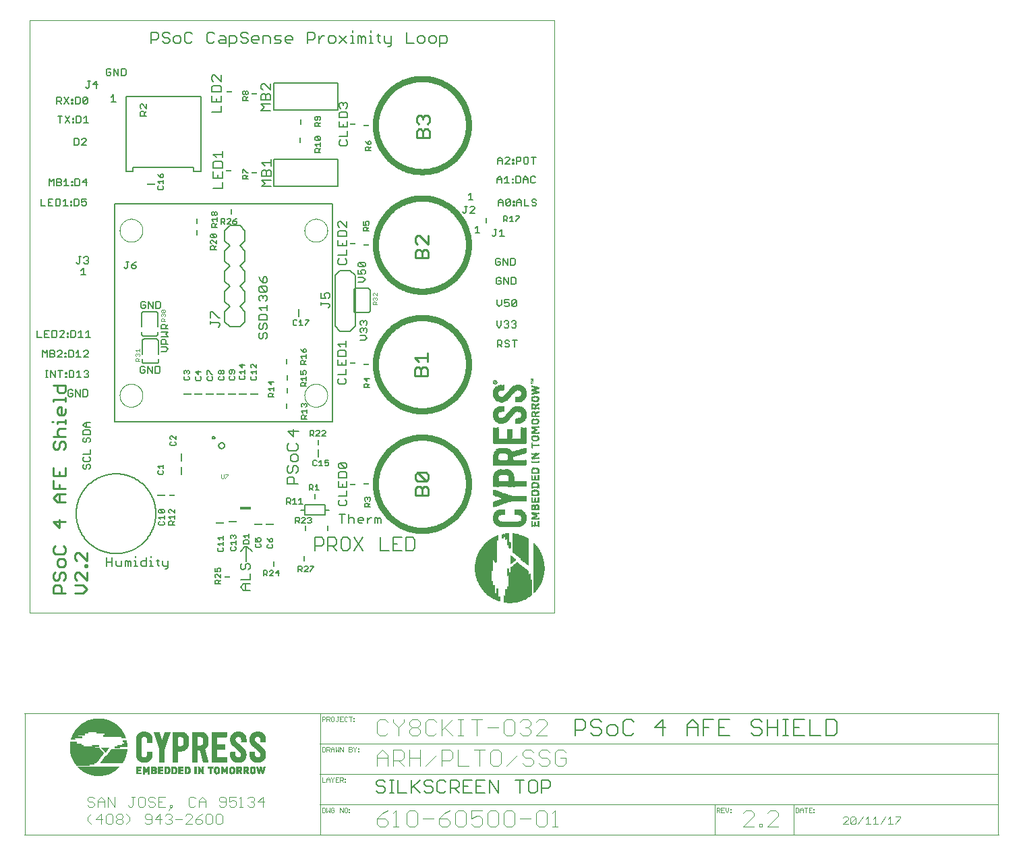
<source format=gbr>
G75*
%MOIN*%
%OFA0B0*%
%FSLAX25Y25*%
%IPPOS*%
%LPD*%
%AMOC8*
5,1,8,0,0,1.08239X$1,22.5*
%
%ADD10C,0.00000*%
%ADD11C,0.00600*%
%ADD12C,0.00800*%
%ADD13C,0.00500*%
%ADD14C,0.01100*%
%ADD15C,0.00098*%
%ADD16C,0.00200*%
%ADD17C,0.00300*%
%ADD18C,0.00700*%
%ADD19C,0.00787*%
%ADD20C,0.00400*%
%ADD21R,0.01000X0.04000*%
%ADD22R,0.04000X0.01000*%
%ADD23R,0.03000X0.00750*%
%ADD24R,0.03000X0.00600*%
%ADD25R,0.00600X0.03000*%
%ADD26R,0.05730X0.01550*%
%ADD27C,0.03000*%
%ADD28R,0.00750X0.03000*%
%ADD29R,0.00065X0.00390*%
%ADD30R,0.00065X0.01300*%
%ADD31R,0.00065X0.00260*%
%ADD32R,0.00065X0.00065*%
%ADD33R,0.00065X0.00780*%
%ADD34R,0.00065X0.01820*%
%ADD35R,0.00065X0.00520*%
%ADD36R,0.00065X0.00195*%
%ADD37R,0.00065X0.00390*%
%ADD38R,0.00065X0.02080*%
%ADD39R,0.00065X0.00845*%
%ADD40R,0.00065X0.00585*%
%ADD41R,0.00065X0.00325*%
%ADD42R,0.00065X0.00715*%
%ADD43R,0.00065X0.00195*%
%ADD44R,0.00065X0.00130*%
%ADD45R,0.00065X0.01365*%
%ADD46R,0.00065X0.00845*%
%ADD47R,0.00065X0.00130*%
%ADD48R,0.00065X0.00195*%
%ADD49R,0.00065X0.00065*%
%ADD50R,0.00065X0.00390*%
%ADD51R,0.00065X0.00260*%
%ADD52R,0.00065X0.01820*%
%ADD53R,0.00065X0.00780*%
%ADD54R,0.00065X0.00260*%
%ADD55R,0.00065X0.00130*%
%ADD56R,0.00065X0.00130*%
%ADD57R,0.00065X0.00325*%
%ADD58R,0.00065X0.00195*%
%ADD59R,0.00065X0.00260*%
%ADD60R,0.00065X0.00715*%
%ADD61R,0.00065X0.01430*%
%ADD62R,0.00065X0.00975*%
%ADD63R,0.00065X0.00910*%
%ADD64R,0.00065X0.00455*%
%ADD65R,0.00065X0.01495*%
%ADD66R,0.00065X0.03185*%
%ADD67R,0.00065X0.00455*%
%ADD68R,0.00065X0.00065*%
%ADD69R,0.00065X0.07735*%
%ADD70R,0.00065X0.08125*%
%ADD71R,0.00065X0.00650*%
%ADD72R,0.00065X0.07475*%
%ADD73R,0.00065X0.00455*%
%ADD74R,0.00065X0.07605*%
%ADD75R,0.00065X0.01105*%
%ADD76R,0.00065X0.07475*%
%ADD77R,0.00065X0.08255*%
%ADD78R,0.00065X0.00650*%
%ADD79R,0.00065X0.07800*%
%ADD80R,0.00065X0.00520*%
%ADD81R,0.00065X0.00520*%
%ADD82R,0.00065X0.07735*%
%ADD83R,0.00065X0.00520*%
%ADD84R,0.00065X0.01040*%
%ADD85R,0.00065X0.11570*%
%ADD86R,0.00065X0.11960*%
%ADD87R,0.00065X0.11830*%
%ADD88R,0.00065X0.00390*%
%ADD89R,0.00065X0.11440*%
%ADD90R,0.00065X0.00065*%
%ADD91R,0.00065X0.12415*%
%ADD92R,0.00065X0.12220*%
%ADD93R,0.00065X0.13520*%
%ADD94R,0.00065X0.14040*%
%ADD95R,0.00065X0.14105*%
%ADD96R,0.00065X0.13845*%
%ADD97R,0.00065X0.14365*%
%ADD98R,0.00065X0.14105*%
%ADD99R,0.00065X0.00585*%
%ADD100R,0.00065X0.14105*%
%ADD101R,0.00065X0.14170*%
%ADD102R,0.00065X0.00585*%
%ADD103R,0.00065X0.16120*%
%ADD104R,0.00065X0.16185*%
%ADD105R,0.00065X0.16120*%
%ADD106R,0.00065X0.16055*%
%ADD107R,0.00065X0.15795*%
%ADD108R,0.00065X0.15925*%
%ADD109R,0.00065X0.16835*%
%ADD110R,0.00065X0.17940*%
%ADD111R,0.00065X0.18070*%
%ADD112R,0.00065X0.02470*%
%ADD113R,0.00065X0.01170*%
%ADD114R,0.00065X0.02470*%
%ADD115R,0.00065X0.01560*%
%ADD116R,0.00065X0.01235*%
%ADD117R,0.00065X0.02275*%
%ADD118R,0.00065X0.00780*%
%ADD119R,0.00065X0.18460*%
%ADD120R,0.00065X0.02340*%
%ADD121R,0.00065X0.01625*%
%ADD122R,0.00065X0.01820*%
%ADD123R,0.00065X0.01430*%
%ADD124R,0.00065X0.18395*%
%ADD125R,0.00065X0.01690*%
%ADD126R,0.00065X0.02405*%
%ADD127R,0.00065X0.18005*%
%ADD128R,0.00065X0.02145*%
%ADD129R,0.00065X0.01755*%
%ADD130R,0.00065X0.02210*%
%ADD131R,0.00065X0.18395*%
%ADD132R,0.00065X0.02405*%
%ADD133R,0.00065X0.00715*%
%ADD134R,0.00065X0.01300*%
%ADD135R,0.00065X0.02470*%
%ADD136R,0.00065X0.01625*%
%ADD137R,0.00065X0.01235*%
%ADD138R,0.00065X0.02275*%
%ADD139R,0.00065X0.00845*%
%ADD140R,0.00065X0.00455*%
%ADD141R,0.00065X0.00715*%
%ADD142R,0.00065X0.02210*%
%ADD143R,0.00065X0.18330*%
%ADD144R,0.00065X0.01950*%
%ADD145R,0.00065X0.01040*%
%ADD146R,0.00065X0.19500*%
%ADD147R,0.00065X0.01885*%
%ADD148R,0.00065X0.00910*%
%ADD149R,0.00065X0.19175*%
%ADD150R,0.00065X0.01495*%
%ADD151R,0.00065X0.01755*%
%ADD152R,0.00065X0.01105*%
%ADD153R,0.00065X0.18915*%
%ADD154R,0.00065X0.00975*%
%ADD155R,0.00065X0.01105*%
%ADD156R,0.00065X0.00910*%
%ADD157R,0.00065X0.00845*%
%ADD158R,0.00065X0.02470*%
%ADD159R,0.00065X0.00910*%
%ADD160R,0.00065X0.19630*%
%ADD161R,0.00065X0.18980*%
%ADD162R,0.00065X0.18850*%
%ADD163R,0.00065X0.00585*%
%ADD164R,0.00065X0.01105*%
%ADD165R,0.00065X0.20930*%
%ADD166R,0.00065X0.21125*%
%ADD167R,0.00065X0.20995*%
%ADD168R,0.00065X0.20995*%
%ADD169R,0.00065X0.21060*%
%ADD170R,0.00065X0.01430*%
%ADD171R,0.00065X0.21320*%
%ADD172R,0.00065X0.21450*%
%ADD173R,0.00065X0.22165*%
%ADD174R,0.00065X0.22035*%
%ADD175R,0.00065X0.02015*%
%ADD176R,0.00065X0.22360*%
%ADD177R,0.00065X0.01170*%
%ADD178R,0.00065X0.02080*%
%ADD179R,0.00065X0.22035*%
%ADD180R,0.00065X0.21905*%
%ADD181R,0.00065X0.01885*%
%ADD182R,0.00065X0.22750*%
%ADD183R,0.00065X0.22295*%
%ADD184R,0.00065X0.01495*%
%ADD185R,0.00065X0.01950*%
%ADD186R,0.00065X0.00780*%
%ADD187R,0.00065X0.22815*%
%ADD188R,0.00065X0.01560*%
%ADD189R,0.00065X0.23400*%
%ADD190R,0.00065X0.23205*%
%ADD191R,0.00065X0.23270*%
%ADD192R,0.00065X0.23465*%
%ADD193R,0.00065X0.02210*%
%ADD194R,0.00065X0.01365*%
%ADD195R,0.00065X0.01170*%
%ADD196R,0.00065X0.23335*%
%ADD197R,0.00065X0.01365*%
%ADD198R,0.00065X0.24115*%
%ADD199R,0.00065X0.24310*%
%ADD200R,0.00065X0.01430*%
%ADD201R,0.00065X0.01040*%
%ADD202R,0.00065X0.01040*%
%ADD203R,0.00065X0.01560*%
%ADD204R,0.00065X0.02015*%
%ADD205R,0.00065X0.02145*%
%ADD206R,0.00065X0.02015*%
%ADD207R,0.00065X0.07410*%
%ADD208R,0.00065X0.01755*%
%ADD209R,0.00065X0.01820*%
%ADD210R,0.00065X0.01495*%
%ADD211R,0.00065X0.02730*%
%ADD212R,0.00065X0.02340*%
%ADD213R,0.00065X0.07280*%
%ADD214R,0.00065X0.07410*%
%ADD215R,0.00065X0.07670*%
%ADD216R,0.00065X0.07605*%
%ADD217R,0.00065X0.07865*%
%ADD218R,0.00065X0.07930*%
%ADD219R,0.00065X0.07930*%
%ADD220R,0.00065X0.08060*%
%ADD221R,0.00065X0.08060*%
%ADD222R,0.00065X0.02340*%
%ADD223R,0.00065X0.10530*%
%ADD224R,0.00065X0.10595*%
%ADD225R,0.00065X0.10660*%
%ADD226R,0.00065X0.11115*%
%ADD227R,0.00065X0.10595*%
%ADD228R,0.00065X0.10725*%
%ADD229R,0.00065X0.11245*%
%ADD230R,0.00065X0.10985*%
%ADD231R,0.00065X0.11245*%
%ADD232R,0.00065X0.11440*%
%ADD233R,0.00065X0.11375*%
%ADD234R,0.00065X0.12350*%
%ADD235R,0.00065X0.12805*%
%ADD236R,0.00065X0.11375*%
%ADD237R,0.00065X0.12740*%
%ADD238R,0.00065X0.11505*%
%ADD239R,0.00065X0.12545*%
%ADD240R,0.00065X0.12480*%
%ADD241R,0.00065X0.13585*%
%ADD242R,0.00065X0.12935*%
%ADD243R,0.00065X0.13650*%
%ADD244R,0.00065X0.12805*%
%ADD245R,0.00065X0.13715*%
%ADD246R,0.00065X0.12610*%
%ADD247R,0.00065X0.13715*%
%ADD248R,0.00065X0.13910*%
%ADD249R,0.00065X0.12675*%
%ADD250R,0.00065X0.13975*%
%ADD251R,0.00065X0.12610*%
%ADD252R,0.00065X0.12740*%
%ADD253R,0.00065X0.13910*%
%ADD254R,0.00065X0.12870*%
%ADD255R,0.00065X0.14105*%
%ADD256R,0.00065X0.12870*%
%ADD257R,0.00065X0.12740*%
%ADD258R,0.00065X0.14170*%
%ADD259R,0.00065X0.12545*%
%ADD260R,0.00065X0.02340*%
%ADD261R,0.00065X0.01885*%
%ADD262R,0.00065X0.02080*%
%ADD263R,0.00065X0.07605*%
%ADD264R,0.00065X0.12285*%
%ADD265R,0.00065X0.07410*%
%ADD266R,0.00065X0.01235*%
%ADD267R,0.00065X0.13910*%
%ADD268R,0.00065X0.12545*%
%ADD269R,0.00065X0.02535*%
%ADD270R,0.00065X0.02405*%
%ADD271R,0.00065X0.14885*%
%ADD272R,0.00065X0.12090*%
%ADD273R,0.00065X0.04160*%
%ADD274R,0.00065X0.02535*%
%ADD275R,0.00065X0.04095*%
%ADD276R,0.00065X0.04225*%
%ADD277R,0.00065X0.15015*%
%ADD278R,0.00065X0.12220*%
%ADD279R,0.00065X0.04160*%
%ADD280R,0.00065X0.02535*%
%ADD281R,0.00065X0.02535*%
%ADD282R,0.00065X0.01560*%
%ADD283R,0.00065X0.04095*%
%ADD284R,0.00065X0.03835*%
%ADD285R,0.00065X0.15015*%
%ADD286R,0.00065X0.12025*%
%ADD287R,0.00065X0.04355*%
%ADD288R,0.00065X0.04095*%
%ADD289R,0.00065X0.14820*%
%ADD290R,0.00065X0.12220*%
%ADD291R,0.00065X0.03640*%
%ADD292R,0.00065X0.02145*%
%ADD293R,0.00065X0.12155*%
%ADD294R,0.00065X0.03965*%
%ADD295R,0.00065X0.04550*%
%ADD296R,0.00065X0.12155*%
%ADD297R,0.00065X0.04290*%
%ADD298R,0.00065X0.14690*%
%ADD299R,0.00065X0.12220*%
%ADD300R,0.00065X0.04290*%
%ADD301R,0.00065X0.03900*%
%ADD302R,0.00065X0.15275*%
%ADD303R,0.00065X0.05135*%
%ADD304R,0.00065X0.04160*%
%ADD305R,0.00065X0.03770*%
%ADD306R,0.00065X0.15405*%
%ADD307R,0.00065X0.12285*%
%ADD308R,0.00065X0.05460*%
%ADD309R,0.00065X0.05720*%
%ADD310R,0.00065X0.05525*%
%ADD311R,0.00065X0.15470*%
%ADD312R,0.00065X0.11700*%
%ADD313R,0.00065X0.05590*%
%ADD314R,0.00065X0.05850*%
%ADD315R,0.00065X0.05720*%
%ADD316R,0.00065X0.15405*%
%ADD317R,0.00065X0.05655*%
%ADD318R,0.00065X0.05395*%
%ADD319R,0.00065X0.15795*%
%ADD320R,0.00065X0.11895*%
%ADD321R,0.00065X0.05850*%
%ADD322R,0.00065X0.05590*%
%ADD323R,0.00065X0.05720*%
%ADD324R,0.00065X0.15600*%
%ADD325R,0.00065X0.05785*%
%ADD326R,0.00065X0.06045*%
%ADD327R,0.00065X0.15470*%
%ADD328R,0.00065X0.11830*%
%ADD329R,0.00065X0.06175*%
%ADD330R,0.00065X0.12480*%
%ADD331R,0.00065X0.06565*%
%ADD332R,0.00065X0.05395*%
%ADD333R,0.00065X0.16185*%
%ADD334R,0.00065X0.12350*%
%ADD335R,0.00065X0.06435*%
%ADD336R,0.00065X0.06435*%
%ADD337R,0.00065X0.06500*%
%ADD338R,0.00065X0.06565*%
%ADD339R,0.00065X0.06435*%
%ADD340R,0.00065X0.16185*%
%ADD341R,0.00065X0.06825*%
%ADD342R,0.00065X0.06695*%
%ADD343R,0.00065X0.06630*%
%ADD344R,0.00065X0.15860*%
%ADD345R,0.00065X0.06500*%
%ADD346R,0.00065X0.15925*%
%ADD347R,0.00065X0.12155*%
%ADD348R,0.00065X0.06695*%
%ADD349R,0.00065X0.06305*%
%ADD350R,0.00065X0.15860*%
%ADD351R,0.00065X0.06890*%
%ADD352R,0.00065X0.15990*%
%ADD353R,0.00065X0.06370*%
%ADD354R,0.00065X0.16705*%
%ADD355R,0.00065X0.07085*%
%ADD356R,0.00065X0.16250*%
%ADD357R,0.00065X0.11895*%
%ADD358R,0.00065X0.07150*%
%ADD359R,0.00065X0.07865*%
%ADD360R,0.00065X0.16445*%
%ADD361R,0.00065X0.11960*%
%ADD362R,0.00065X0.07150*%
%ADD363R,0.00065X0.07540*%
%ADD364R,0.00065X0.07345*%
%ADD365R,0.00065X0.07345*%
%ADD366R,0.00065X0.07995*%
%ADD367R,0.00065X0.07020*%
%ADD368R,0.00065X0.16575*%
%ADD369R,0.00065X0.07670*%
%ADD370R,0.00065X0.07085*%
%ADD371R,0.00065X0.07670*%
%ADD372R,0.00065X0.16640*%
%ADD373R,0.00065X0.16705*%
%ADD374R,0.00065X0.11635*%
%ADD375R,0.00065X0.17095*%
%ADD376R,0.00065X0.11830*%
%ADD377R,0.00065X0.02145*%
%ADD378R,0.00065X0.07800*%
%ADD379R,0.00065X0.07865*%
%ADD380R,0.00065X0.17355*%
%ADD381R,0.00065X0.02665*%
%ADD382R,0.00065X0.02795*%
%ADD383R,0.00065X0.02600*%
%ADD384R,0.00065X0.02925*%
%ADD385R,0.00065X0.02730*%
%ADD386R,0.00065X0.17290*%
%ADD387R,0.00065X0.02860*%
%ADD388R,0.00065X0.04940*%
%ADD389R,0.00065X0.03185*%
%ADD390R,0.00065X0.17550*%
%ADD391R,0.00065X0.02795*%
%ADD392R,0.00065X0.02990*%
%ADD393R,0.00065X0.02990*%
%ADD394R,0.00065X0.17290*%
%ADD395R,0.00065X0.11050*%
%ADD396R,0.00065X0.02860*%
%ADD397R,0.00065X0.02665*%
%ADD398R,0.00065X0.17485*%
%ADD399R,0.00065X0.17615*%
%ADD400R,0.00065X0.11050*%
%ADD401R,0.00065X0.17355*%
%ADD402R,0.00065X0.11180*%
%ADD403R,0.00065X0.17745*%
%ADD404R,0.00065X0.10920*%
%ADD405R,0.00065X0.18005*%
%ADD406R,0.00065X0.10660*%
%ADD407R,0.00065X0.17810*%
%ADD408R,0.00065X0.10985*%
%ADD409R,0.00065X0.18005*%
%ADD410R,0.00065X0.10790*%
%ADD411R,0.00065X0.17875*%
%ADD412R,0.00065X0.18070*%
%ADD413R,0.00065X0.18265*%
%ADD414R,0.00065X0.10985*%
%ADD415R,0.00065X0.02600*%
%ADD416R,0.00065X0.18395*%
%ADD417R,0.00065X0.10920*%
%ADD418R,0.00065X0.18200*%
%ADD419R,0.00065X0.10140*%
%ADD420R,0.00065X0.18135*%
%ADD421R,0.00065X0.10010*%
%ADD422R,0.00065X0.02405*%
%ADD423R,0.00065X0.10465*%
%ADD424R,0.00065X0.17810*%
%ADD425R,0.00065X0.10270*%
%ADD426R,0.00065X0.18980*%
%ADD427R,0.00065X0.09945*%
%ADD428R,0.00065X0.18785*%
%ADD429R,0.00065X0.09945*%
%ADD430R,0.00065X0.10205*%
%ADD431R,0.00065X0.18525*%
%ADD432R,0.00065X0.18590*%
%ADD433R,0.00065X0.10595*%
%ADD434R,0.00065X0.10335*%
%ADD435R,0.00065X0.19110*%
%ADD436R,0.00065X0.10465*%
%ADD437R,0.00065X0.10400*%
%ADD438R,0.00065X0.02210*%
%ADD439R,0.00065X0.18915*%
%ADD440R,0.00065X0.10075*%
%ADD441R,0.00065X0.18850*%
%ADD442R,0.00065X0.10010*%
%ADD443R,0.00065X0.19110*%
%ADD444R,0.00065X0.10270*%
%ADD445R,0.00065X0.18460*%
%ADD446R,0.00065X0.18265*%
%ADD447R,0.00065X0.09750*%
%ADD448R,0.00065X0.09685*%
%ADD449R,0.00065X0.18720*%
%ADD450R,0.00065X0.09815*%
%ADD451R,0.00065X0.18590*%
%ADD452R,0.00065X0.09620*%
%ADD453R,0.00065X0.09555*%
%ADD454R,0.00065X0.18590*%
%ADD455R,0.00065X0.09230*%
%ADD456R,0.00065X0.02795*%
%ADD457R,0.00065X0.09165*%
%ADD458R,0.00065X0.09360*%
%ADD459R,0.00065X0.02860*%
%ADD460R,0.00065X0.09490*%
%ADD461R,0.00065X0.09295*%
%ADD462R,0.00065X0.18395*%
%ADD463R,0.00065X0.09360*%
%ADD464R,0.00065X0.02795*%
%ADD465R,0.00065X0.09230*%
%ADD466R,0.00065X0.09295*%
%ADD467R,0.00065X0.04355*%
%ADD468R,0.00065X0.03055*%
%ADD469R,0.00065X0.09100*%
%ADD470R,0.00065X0.04420*%
%ADD471R,0.00065X0.18135*%
%ADD472R,0.00065X0.04615*%
%ADD473R,0.00065X0.03055*%
%ADD474R,0.00065X0.03250*%
%ADD475R,0.00065X0.09165*%
%ADD476R,0.00065X0.04420*%
%ADD477R,0.00065X0.03055*%
%ADD478R,0.00065X0.03380*%
%ADD479R,0.00065X0.09425*%
%ADD480R,0.00065X0.03315*%
%ADD481R,0.00065X0.09360*%
%ADD482R,0.00065X0.05005*%
%ADD483R,0.00065X0.18135*%
%ADD484R,0.00065X0.03445*%
%ADD485R,0.00065X0.04810*%
%ADD486R,0.00065X0.03575*%
%ADD487R,0.00065X0.18070*%
%ADD488R,0.00065X0.09230*%
%ADD489R,0.00065X0.02730*%
%ADD490R,0.00065X0.02665*%
%ADD491R,0.00065X0.03120*%
%ADD492R,0.00065X0.08385*%
%ADD493R,0.00065X0.17940*%
%ADD494R,0.00065X0.08710*%
%ADD495R,0.00065X0.03380*%
%ADD496R,0.00065X0.03120*%
%ADD497R,0.00065X0.03835*%
%ADD498R,0.00065X0.17420*%
%ADD499R,0.00065X0.06630*%
%ADD500R,0.00065X0.02860*%
%ADD501R,0.00065X0.03965*%
%ADD502R,0.00065X0.03250*%
%ADD503R,0.00065X0.03445*%
%ADD504R,0.00065X0.17680*%
%ADD505R,0.00065X0.03965*%
%ADD506R,0.00065X0.06760*%
%ADD507R,0.00065X0.16965*%
%ADD508R,0.00065X0.17095*%
%ADD509R,0.00065X0.03510*%
%ADD510R,0.00065X0.06955*%
%ADD511R,0.00065X0.06370*%
%ADD512R,0.00065X0.07020*%
%ADD513R,0.00065X0.03510*%
%ADD514R,0.00065X0.03510*%
%ADD515R,0.00065X0.07215*%
%ADD516R,0.00065X0.17095*%
%ADD517R,0.00065X0.03510*%
%ADD518R,0.00065X0.06955*%
%ADD519R,0.00065X0.17160*%
%ADD520R,0.00065X0.03380*%
%ADD521R,0.00065X0.07020*%
%ADD522R,0.00065X0.17290*%
%ADD523R,0.00065X0.04095*%
%ADD524R,0.00065X0.07540*%
%ADD525R,0.00065X0.07215*%
%ADD526R,0.00065X0.03445*%
%ADD527R,0.00065X0.14755*%
%ADD528R,0.00065X0.07540*%
%ADD529R,0.00065X0.07280*%
%ADD530R,0.00065X0.14625*%
%ADD531R,0.00065X0.14560*%
%ADD532R,0.00065X0.03120*%
%ADD533R,0.00065X0.14495*%
%ADD534R,0.00065X0.02925*%
%ADD535R,0.00065X0.06955*%
%ADD536R,0.00065X0.03185*%
%ADD537R,0.00065X0.14690*%
%ADD538R,0.00065X0.07540*%
%ADD539R,0.00065X0.07735*%
%ADD540R,0.00065X0.05265*%
%ADD541R,0.00065X0.07865*%
%ADD542R,0.00065X0.05135*%
%ADD543R,0.00065X0.02080*%
%ADD544R,0.00065X0.07735*%
%ADD545R,0.00065X0.03575*%
%ADD546R,0.00065X0.08190*%
%ADD547R,0.00065X0.04875*%
%ADD548R,0.00065X0.03705*%
%ADD549R,0.00065X0.05200*%
%ADD550R,0.00065X0.07995*%
%ADD551R,0.00065X0.05265*%
%ADD552R,0.00065X0.07605*%
%ADD553R,0.00065X0.03640*%
%ADD554R,0.00065X0.07930*%
%ADD555R,0.00065X0.03445*%
%ADD556R,0.00065X0.03315*%
%ADD557R,0.00065X0.05265*%
%ADD558R,0.00065X0.05590*%
%ADD559R,0.00065X0.03640*%
%ADD560R,0.00065X0.05655*%
%ADD561R,0.00065X0.03315*%
%ADD562R,0.00065X0.03770*%
%ADD563R,0.00065X0.03770*%
%ADD564R,0.00065X0.05655*%
%ADD565R,0.00065X0.03705*%
%ADD566R,0.00065X0.02730*%
%ADD567R,0.00065X0.04225*%
%ADD568R,0.00065X0.03705*%
%ADD569R,0.00065X0.06630*%
%ADD570R,0.00065X0.03705*%
%ADD571R,0.00065X0.02665*%
%ADD572R,0.00065X0.04030*%
%ADD573R,0.00065X0.06305*%
%ADD574R,0.00065X0.04485*%
%ADD575R,0.00065X0.04875*%
%ADD576R,0.00065X0.04810*%
%ADD577R,0.00065X0.04355*%
%ADD578R,0.00065X0.02015*%
%ADD579R,0.00065X0.01690*%
%ADD580R,0.00065X0.01690*%
%ADD581R,0.00065X0.01690*%
%ADD582R,0.00065X0.01755*%
%ADD583R,0.00065X0.04940*%
%ADD584R,0.00065X0.07995*%
%ADD585R,0.00065X0.07410*%
%ADD586R,0.00065X0.05915*%
%ADD587R,0.00065X0.06890*%
%ADD588R,0.00065X0.07280*%
%ADD589R,0.00065X0.06955*%
%ADD590R,0.00065X0.06305*%
%ADD591R,0.00065X0.06370*%
%ADD592R,0.00065X0.06695*%
%ADD593R,0.00065X0.10855*%
%ADD594R,0.00065X0.06565*%
%ADD595R,0.00065X0.06110*%
%ADD596R,0.00065X0.06890*%
%ADD597R,0.00065X0.12090*%
%ADD598R,0.00065X0.06240*%
%ADD599R,0.00065X0.05915*%
%ADD600R,0.00065X0.06110*%
%ADD601R,0.00065X0.05330*%
%ADD602R,0.00065X0.05720*%
%ADD603R,0.00065X0.06630*%
%ADD604R,0.00065X0.12480*%
%ADD605R,0.00065X0.05460*%
%ADD606R,0.00065X0.05395*%
%ADD607R,0.00065X0.05460*%
%ADD608R,0.00065X0.05005*%
%ADD609R,0.00065X0.11245*%
%ADD610R,0.00065X0.04745*%
%ADD611R,0.00065X0.11310*%
%ADD612R,0.00065X0.03900*%
%ADD613R,0.00065X0.06240*%
%ADD614R,0.00065X0.04680*%
%ADD615R,0.00065X0.05980*%
%ADD616R,0.00065X0.06825*%
%ADD617R,0.00065X0.04030*%
%ADD618R,0.00065X0.06045*%
%ADD619R,0.00065X0.04030*%
%ADD620R,0.00065X0.06045*%
%ADD621R,0.00065X0.06110*%
%ADD622R,0.00065X0.10530*%
%ADD623R,0.00065X0.04680*%
%ADD624R,0.00065X0.10790*%
%ADD625R,0.00065X0.04485*%
%ADD626R,0.00065X0.04030*%
%ADD627R,0.00065X0.10725*%
%ADD628R,0.00065X0.08450*%
%ADD629R,0.00065X0.15795*%
%ADD630R,0.00065X0.08320*%
%ADD631R,0.00065X0.08385*%
%ADD632R,0.00065X0.15665*%
%ADD633R,0.00065X0.15730*%
%ADD634R,0.00065X0.15145*%
%ADD635R,0.00065X0.20800*%
%ADD636R,0.00065X0.28600*%
%ADD637R,0.00065X0.27495*%
%ADD638R,0.00065X0.27560*%
%ADD639R,0.00065X0.27105*%
%ADD640R,0.00065X0.27300*%
%ADD641R,0.00065X0.27040*%
%ADD642R,0.00065X0.28080*%
%ADD643R,0.00065X0.27105*%
%ADD644R,0.00065X0.27495*%
%ADD645R,0.00065X0.27820*%
%ADD646R,0.00065X0.27495*%
%ADD647R,0.00065X0.27235*%
%ADD648R,0.00065X0.27235*%
%ADD649R,0.00065X0.27170*%
%ADD650R,0.00065X0.26650*%
%ADD651R,0.00065X0.26650*%
%ADD652R,0.00065X0.26065*%
%ADD653R,0.00065X0.26520*%
%ADD654R,0.00065X0.26390*%
%ADD655R,0.00065X0.26455*%
%ADD656R,0.00065X0.26455*%
%ADD657R,0.00065X0.25935*%
%ADD658R,0.00065X0.25285*%
%ADD659R,0.00065X0.25480*%
%ADD660R,0.00065X0.25415*%
%ADD661R,0.00065X0.25025*%
%ADD662R,0.00065X0.25220*%
%ADD663R,0.00065X0.25415*%
%ADD664R,0.00065X0.24765*%
%ADD665R,0.00065X0.24245*%
%ADD666R,0.00065X0.24310*%
%ADD667R,0.00065X0.24505*%
%ADD668R,0.00065X0.24180*%
%ADD669R,0.00065X0.24050*%
%ADD670R,0.00065X0.24570*%
%ADD671R,0.00065X0.24440*%
%ADD672R,0.00065X0.23725*%
%ADD673R,0.00065X0.24180*%
%ADD674R,0.00065X0.23335*%
%ADD675R,0.00065X0.23075*%
%ADD676R,0.00065X0.23205*%
%ADD677R,0.00065X0.23270*%
%ADD678R,0.00065X0.22555*%
%ADD679R,0.00065X0.22555*%
%ADD680R,0.00065X0.22490*%
%ADD681R,0.00065X0.22360*%
%ADD682R,0.00065X0.22295*%
%ADD683R,0.00065X0.22230*%
%ADD684R,0.00065X0.22100*%
%ADD685R,0.00065X0.21775*%
%ADD686R,0.00065X0.21515*%
%ADD687R,0.00065X0.21255*%
%ADD688R,0.00065X0.21190*%
%ADD689R,0.00065X0.21190*%
%ADD690R,0.00065X0.20865*%
%ADD691R,0.00065X0.19760*%
%ADD692R,0.00065X0.19045*%
%ADD693R,0.00065X0.19240*%
%ADD694R,0.00065X0.19045*%
%ADD695R,0.00065X0.19565*%
%ADD696R,0.00065X0.19240*%
%ADD697R,0.00065X0.18070*%
%ADD698R,0.00065X0.16770*%
%ADD699R,0.00065X0.16510*%
%ADD700R,0.00065X0.15990*%
%ADD701R,0.00065X0.15665*%
%ADD702R,0.00065X0.16315*%
%ADD703R,0.00065X0.15730*%
%ADD704R,0.00065X0.13975*%
%ADD705R,0.00065X0.14430*%
%ADD706R,0.00065X0.14170*%
%ADD707R,0.00065X0.12415*%
%ADD708R,0.00065X0.11765*%
%ADD709R,0.00065X0.08515*%
%ADD710R,0.00065X0.01170*%
D10*
X1426731Y0728034D02*
X1426731Y1020634D01*
X1685831Y1020634D01*
X1685831Y0728034D01*
X1426731Y0728034D01*
X1471134Y0835425D02*
X1471136Y0835575D01*
X1471142Y0835725D01*
X1471152Y0835875D01*
X1471166Y0836025D01*
X1471184Y0836174D01*
X1471206Y0836323D01*
X1471231Y0836471D01*
X1471261Y0836618D01*
X1471295Y0836765D01*
X1471332Y0836910D01*
X1471373Y0837055D01*
X1471418Y0837198D01*
X1471467Y0837340D01*
X1471520Y0837481D01*
X1471576Y0837620D01*
X1471636Y0837758D01*
X1471700Y0837894D01*
X1471767Y0838029D01*
X1471838Y0838161D01*
X1471912Y0838292D01*
X1471990Y0838421D01*
X1472071Y0838547D01*
X1472156Y0838671D01*
X1472243Y0838794D01*
X1472334Y0838913D01*
X1472428Y0839030D01*
X1472525Y0839145D01*
X1472625Y0839257D01*
X1472729Y0839367D01*
X1472834Y0839473D01*
X1472943Y0839577D01*
X1473055Y0839678D01*
X1473169Y0839776D01*
X1473285Y0839871D01*
X1473404Y0839962D01*
X1473526Y0840051D01*
X1473650Y0840136D01*
X1473776Y0840218D01*
X1473904Y0840296D01*
X1474034Y0840372D01*
X1474166Y0840443D01*
X1474300Y0840511D01*
X1474436Y0840576D01*
X1474573Y0840637D01*
X1474712Y0840694D01*
X1474852Y0840748D01*
X1474994Y0840798D01*
X1475137Y0840844D01*
X1475281Y0840886D01*
X1475427Y0840924D01*
X1475573Y0840959D01*
X1475720Y0840990D01*
X1475868Y0841016D01*
X1476017Y0841039D01*
X1476166Y0841058D01*
X1476315Y0841073D01*
X1476465Y0841084D01*
X1476615Y0841091D01*
X1476765Y0841094D01*
X1476916Y0841093D01*
X1477066Y0841088D01*
X1477216Y0841079D01*
X1477366Y0841066D01*
X1477515Y0841049D01*
X1477664Y0841028D01*
X1477812Y0841003D01*
X1477960Y0840975D01*
X1478106Y0840942D01*
X1478252Y0840906D01*
X1478397Y0840865D01*
X1478541Y0840821D01*
X1478683Y0840773D01*
X1478824Y0840721D01*
X1478964Y0840666D01*
X1479102Y0840607D01*
X1479238Y0840544D01*
X1479373Y0840478D01*
X1479506Y0840408D01*
X1479637Y0840334D01*
X1479767Y0840258D01*
X1479894Y0840177D01*
X1480019Y0840094D01*
X1480141Y0840007D01*
X1480262Y0839917D01*
X1480379Y0839824D01*
X1480495Y0839727D01*
X1480607Y0839628D01*
X1480718Y0839525D01*
X1480825Y0839420D01*
X1480929Y0839312D01*
X1481031Y0839202D01*
X1481130Y0839088D01*
X1481225Y0838972D01*
X1481318Y0838854D01*
X1481407Y0838733D01*
X1481493Y0838610D01*
X1481576Y0838484D01*
X1481655Y0838357D01*
X1481731Y0838227D01*
X1481804Y0838095D01*
X1481873Y0837962D01*
X1481938Y0837826D01*
X1482000Y0837690D01*
X1482058Y0837551D01*
X1482113Y0837411D01*
X1482164Y0837269D01*
X1482211Y0837127D01*
X1482254Y0836983D01*
X1482293Y0836838D01*
X1482329Y0836692D01*
X1482360Y0836545D01*
X1482388Y0836397D01*
X1482412Y0836249D01*
X1482432Y0836100D01*
X1482448Y0835950D01*
X1482460Y0835800D01*
X1482468Y0835650D01*
X1482472Y0835500D01*
X1482472Y0835350D01*
X1482468Y0835200D01*
X1482460Y0835050D01*
X1482448Y0834900D01*
X1482432Y0834750D01*
X1482412Y0834601D01*
X1482388Y0834453D01*
X1482360Y0834305D01*
X1482329Y0834158D01*
X1482293Y0834012D01*
X1482254Y0833867D01*
X1482211Y0833723D01*
X1482164Y0833581D01*
X1482113Y0833439D01*
X1482058Y0833299D01*
X1482000Y0833160D01*
X1481938Y0833024D01*
X1481873Y0832888D01*
X1481804Y0832755D01*
X1481731Y0832623D01*
X1481655Y0832493D01*
X1481576Y0832366D01*
X1481493Y0832240D01*
X1481407Y0832117D01*
X1481318Y0831996D01*
X1481225Y0831878D01*
X1481130Y0831762D01*
X1481031Y0831648D01*
X1480929Y0831538D01*
X1480825Y0831430D01*
X1480718Y0831325D01*
X1480607Y0831222D01*
X1480495Y0831123D01*
X1480379Y0831026D01*
X1480262Y0830933D01*
X1480141Y0830843D01*
X1480019Y0830756D01*
X1479894Y0830673D01*
X1479767Y0830592D01*
X1479638Y0830516D01*
X1479506Y0830442D01*
X1479373Y0830372D01*
X1479238Y0830306D01*
X1479102Y0830243D01*
X1478964Y0830184D01*
X1478824Y0830129D01*
X1478683Y0830077D01*
X1478541Y0830029D01*
X1478397Y0829985D01*
X1478252Y0829944D01*
X1478106Y0829908D01*
X1477960Y0829875D01*
X1477812Y0829847D01*
X1477664Y0829822D01*
X1477515Y0829801D01*
X1477366Y0829784D01*
X1477216Y0829771D01*
X1477066Y0829762D01*
X1476916Y0829757D01*
X1476765Y0829756D01*
X1476615Y0829759D01*
X1476465Y0829766D01*
X1476315Y0829777D01*
X1476166Y0829792D01*
X1476017Y0829811D01*
X1475868Y0829834D01*
X1475720Y0829860D01*
X1475573Y0829891D01*
X1475427Y0829926D01*
X1475281Y0829964D01*
X1475137Y0830006D01*
X1474994Y0830052D01*
X1474852Y0830102D01*
X1474712Y0830156D01*
X1474573Y0830213D01*
X1474436Y0830274D01*
X1474300Y0830339D01*
X1474166Y0830407D01*
X1474034Y0830478D01*
X1473904Y0830554D01*
X1473776Y0830632D01*
X1473650Y0830714D01*
X1473526Y0830799D01*
X1473404Y0830888D01*
X1473285Y0830979D01*
X1473169Y0831074D01*
X1473055Y0831172D01*
X1472943Y0831273D01*
X1472834Y0831377D01*
X1472729Y0831483D01*
X1472625Y0831593D01*
X1472525Y0831705D01*
X1472428Y0831820D01*
X1472334Y0831937D01*
X1472243Y0832056D01*
X1472156Y0832179D01*
X1472071Y0832303D01*
X1471990Y0832429D01*
X1471912Y0832558D01*
X1471838Y0832689D01*
X1471767Y0832821D01*
X1471700Y0832956D01*
X1471636Y0833092D01*
X1471576Y0833230D01*
X1471520Y0833369D01*
X1471467Y0833510D01*
X1471418Y0833652D01*
X1471373Y0833795D01*
X1471332Y0833940D01*
X1471295Y0834085D01*
X1471261Y0834232D01*
X1471231Y0834379D01*
X1471206Y0834527D01*
X1471184Y0834676D01*
X1471166Y0834825D01*
X1471152Y0834975D01*
X1471142Y0835125D01*
X1471136Y0835275D01*
X1471134Y0835425D01*
X1562473Y0835425D02*
X1562475Y0835575D01*
X1562481Y0835725D01*
X1562491Y0835875D01*
X1562505Y0836025D01*
X1562523Y0836174D01*
X1562545Y0836323D01*
X1562570Y0836471D01*
X1562600Y0836618D01*
X1562634Y0836765D01*
X1562671Y0836910D01*
X1562712Y0837055D01*
X1562757Y0837198D01*
X1562806Y0837340D01*
X1562859Y0837481D01*
X1562915Y0837620D01*
X1562975Y0837758D01*
X1563039Y0837894D01*
X1563106Y0838029D01*
X1563177Y0838161D01*
X1563251Y0838292D01*
X1563329Y0838421D01*
X1563410Y0838547D01*
X1563495Y0838671D01*
X1563582Y0838794D01*
X1563673Y0838913D01*
X1563767Y0839030D01*
X1563864Y0839145D01*
X1563964Y0839257D01*
X1564068Y0839367D01*
X1564173Y0839473D01*
X1564282Y0839577D01*
X1564394Y0839678D01*
X1564508Y0839776D01*
X1564624Y0839871D01*
X1564743Y0839962D01*
X1564865Y0840051D01*
X1564989Y0840136D01*
X1565115Y0840218D01*
X1565243Y0840296D01*
X1565373Y0840372D01*
X1565505Y0840443D01*
X1565639Y0840511D01*
X1565775Y0840576D01*
X1565912Y0840637D01*
X1566051Y0840694D01*
X1566191Y0840748D01*
X1566333Y0840798D01*
X1566476Y0840844D01*
X1566620Y0840886D01*
X1566766Y0840924D01*
X1566912Y0840959D01*
X1567059Y0840990D01*
X1567207Y0841016D01*
X1567356Y0841039D01*
X1567505Y0841058D01*
X1567654Y0841073D01*
X1567804Y0841084D01*
X1567954Y0841091D01*
X1568104Y0841094D01*
X1568255Y0841093D01*
X1568405Y0841088D01*
X1568555Y0841079D01*
X1568705Y0841066D01*
X1568854Y0841049D01*
X1569003Y0841028D01*
X1569151Y0841003D01*
X1569299Y0840975D01*
X1569445Y0840942D01*
X1569591Y0840906D01*
X1569736Y0840865D01*
X1569880Y0840821D01*
X1570022Y0840773D01*
X1570163Y0840721D01*
X1570303Y0840666D01*
X1570441Y0840607D01*
X1570577Y0840544D01*
X1570712Y0840478D01*
X1570845Y0840408D01*
X1570976Y0840334D01*
X1571106Y0840258D01*
X1571233Y0840177D01*
X1571358Y0840094D01*
X1571480Y0840007D01*
X1571601Y0839917D01*
X1571718Y0839824D01*
X1571834Y0839727D01*
X1571946Y0839628D01*
X1572057Y0839525D01*
X1572164Y0839420D01*
X1572268Y0839312D01*
X1572370Y0839202D01*
X1572469Y0839088D01*
X1572564Y0838972D01*
X1572657Y0838854D01*
X1572746Y0838733D01*
X1572832Y0838610D01*
X1572915Y0838484D01*
X1572994Y0838357D01*
X1573070Y0838227D01*
X1573143Y0838095D01*
X1573212Y0837962D01*
X1573277Y0837826D01*
X1573339Y0837690D01*
X1573397Y0837551D01*
X1573452Y0837411D01*
X1573503Y0837269D01*
X1573550Y0837127D01*
X1573593Y0836983D01*
X1573632Y0836838D01*
X1573668Y0836692D01*
X1573699Y0836545D01*
X1573727Y0836397D01*
X1573751Y0836249D01*
X1573771Y0836100D01*
X1573787Y0835950D01*
X1573799Y0835800D01*
X1573807Y0835650D01*
X1573811Y0835500D01*
X1573811Y0835350D01*
X1573807Y0835200D01*
X1573799Y0835050D01*
X1573787Y0834900D01*
X1573771Y0834750D01*
X1573751Y0834601D01*
X1573727Y0834453D01*
X1573699Y0834305D01*
X1573668Y0834158D01*
X1573632Y0834012D01*
X1573593Y0833867D01*
X1573550Y0833723D01*
X1573503Y0833581D01*
X1573452Y0833439D01*
X1573397Y0833299D01*
X1573339Y0833160D01*
X1573277Y0833024D01*
X1573212Y0832888D01*
X1573143Y0832755D01*
X1573070Y0832623D01*
X1572994Y0832493D01*
X1572915Y0832366D01*
X1572832Y0832240D01*
X1572746Y0832117D01*
X1572657Y0831996D01*
X1572564Y0831878D01*
X1572469Y0831762D01*
X1572370Y0831648D01*
X1572268Y0831538D01*
X1572164Y0831430D01*
X1572057Y0831325D01*
X1571946Y0831222D01*
X1571834Y0831123D01*
X1571718Y0831026D01*
X1571601Y0830933D01*
X1571480Y0830843D01*
X1571358Y0830756D01*
X1571233Y0830673D01*
X1571106Y0830592D01*
X1570977Y0830516D01*
X1570845Y0830442D01*
X1570712Y0830372D01*
X1570577Y0830306D01*
X1570441Y0830243D01*
X1570303Y0830184D01*
X1570163Y0830129D01*
X1570022Y0830077D01*
X1569880Y0830029D01*
X1569736Y0829985D01*
X1569591Y0829944D01*
X1569445Y0829908D01*
X1569299Y0829875D01*
X1569151Y0829847D01*
X1569003Y0829822D01*
X1568854Y0829801D01*
X1568705Y0829784D01*
X1568555Y0829771D01*
X1568405Y0829762D01*
X1568255Y0829757D01*
X1568104Y0829756D01*
X1567954Y0829759D01*
X1567804Y0829766D01*
X1567654Y0829777D01*
X1567505Y0829792D01*
X1567356Y0829811D01*
X1567207Y0829834D01*
X1567059Y0829860D01*
X1566912Y0829891D01*
X1566766Y0829926D01*
X1566620Y0829964D01*
X1566476Y0830006D01*
X1566333Y0830052D01*
X1566191Y0830102D01*
X1566051Y0830156D01*
X1565912Y0830213D01*
X1565775Y0830274D01*
X1565639Y0830339D01*
X1565505Y0830407D01*
X1565373Y0830478D01*
X1565243Y0830554D01*
X1565115Y0830632D01*
X1564989Y0830714D01*
X1564865Y0830799D01*
X1564743Y0830888D01*
X1564624Y0830979D01*
X1564508Y0831074D01*
X1564394Y0831172D01*
X1564282Y0831273D01*
X1564173Y0831377D01*
X1564068Y0831483D01*
X1563964Y0831593D01*
X1563864Y0831705D01*
X1563767Y0831820D01*
X1563673Y0831937D01*
X1563582Y0832056D01*
X1563495Y0832179D01*
X1563410Y0832303D01*
X1563329Y0832429D01*
X1563251Y0832558D01*
X1563177Y0832689D01*
X1563106Y0832821D01*
X1563039Y0832956D01*
X1562975Y0833092D01*
X1562915Y0833230D01*
X1562859Y0833369D01*
X1562806Y0833510D01*
X1562757Y0833652D01*
X1562712Y0833795D01*
X1562671Y0833940D01*
X1562634Y0834085D01*
X1562600Y0834232D01*
X1562570Y0834379D01*
X1562545Y0834527D01*
X1562523Y0834676D01*
X1562505Y0834825D01*
X1562491Y0834975D01*
X1562481Y0835125D01*
X1562475Y0835275D01*
X1562473Y0835425D01*
X1562473Y0916921D02*
X1562475Y0917071D01*
X1562481Y0917221D01*
X1562491Y0917371D01*
X1562505Y0917521D01*
X1562523Y0917670D01*
X1562545Y0917819D01*
X1562570Y0917967D01*
X1562600Y0918114D01*
X1562634Y0918261D01*
X1562671Y0918406D01*
X1562712Y0918551D01*
X1562757Y0918694D01*
X1562806Y0918836D01*
X1562859Y0918977D01*
X1562915Y0919116D01*
X1562975Y0919254D01*
X1563039Y0919390D01*
X1563106Y0919525D01*
X1563177Y0919657D01*
X1563251Y0919788D01*
X1563329Y0919917D01*
X1563410Y0920043D01*
X1563495Y0920167D01*
X1563582Y0920290D01*
X1563673Y0920409D01*
X1563767Y0920526D01*
X1563864Y0920641D01*
X1563964Y0920753D01*
X1564068Y0920863D01*
X1564173Y0920969D01*
X1564282Y0921073D01*
X1564394Y0921174D01*
X1564508Y0921272D01*
X1564624Y0921367D01*
X1564743Y0921458D01*
X1564865Y0921547D01*
X1564989Y0921632D01*
X1565115Y0921714D01*
X1565243Y0921792D01*
X1565373Y0921868D01*
X1565505Y0921939D01*
X1565639Y0922007D01*
X1565775Y0922072D01*
X1565912Y0922133D01*
X1566051Y0922190D01*
X1566191Y0922244D01*
X1566333Y0922294D01*
X1566476Y0922340D01*
X1566620Y0922382D01*
X1566766Y0922420D01*
X1566912Y0922455D01*
X1567059Y0922486D01*
X1567207Y0922512D01*
X1567356Y0922535D01*
X1567505Y0922554D01*
X1567654Y0922569D01*
X1567804Y0922580D01*
X1567954Y0922587D01*
X1568104Y0922590D01*
X1568255Y0922589D01*
X1568405Y0922584D01*
X1568555Y0922575D01*
X1568705Y0922562D01*
X1568854Y0922545D01*
X1569003Y0922524D01*
X1569151Y0922499D01*
X1569299Y0922471D01*
X1569445Y0922438D01*
X1569591Y0922402D01*
X1569736Y0922361D01*
X1569880Y0922317D01*
X1570022Y0922269D01*
X1570163Y0922217D01*
X1570303Y0922162D01*
X1570441Y0922103D01*
X1570577Y0922040D01*
X1570712Y0921974D01*
X1570845Y0921904D01*
X1570976Y0921830D01*
X1571106Y0921754D01*
X1571233Y0921673D01*
X1571358Y0921590D01*
X1571480Y0921503D01*
X1571601Y0921413D01*
X1571718Y0921320D01*
X1571834Y0921223D01*
X1571946Y0921124D01*
X1572057Y0921021D01*
X1572164Y0920916D01*
X1572268Y0920808D01*
X1572370Y0920698D01*
X1572469Y0920584D01*
X1572564Y0920468D01*
X1572657Y0920350D01*
X1572746Y0920229D01*
X1572832Y0920106D01*
X1572915Y0919980D01*
X1572994Y0919853D01*
X1573070Y0919723D01*
X1573143Y0919591D01*
X1573212Y0919458D01*
X1573277Y0919322D01*
X1573339Y0919186D01*
X1573397Y0919047D01*
X1573452Y0918907D01*
X1573503Y0918765D01*
X1573550Y0918623D01*
X1573593Y0918479D01*
X1573632Y0918334D01*
X1573668Y0918188D01*
X1573699Y0918041D01*
X1573727Y0917893D01*
X1573751Y0917745D01*
X1573771Y0917596D01*
X1573787Y0917446D01*
X1573799Y0917296D01*
X1573807Y0917146D01*
X1573811Y0916996D01*
X1573811Y0916846D01*
X1573807Y0916696D01*
X1573799Y0916546D01*
X1573787Y0916396D01*
X1573771Y0916246D01*
X1573751Y0916097D01*
X1573727Y0915949D01*
X1573699Y0915801D01*
X1573668Y0915654D01*
X1573632Y0915508D01*
X1573593Y0915363D01*
X1573550Y0915219D01*
X1573503Y0915077D01*
X1573452Y0914935D01*
X1573397Y0914795D01*
X1573339Y0914656D01*
X1573277Y0914520D01*
X1573212Y0914384D01*
X1573143Y0914251D01*
X1573070Y0914119D01*
X1572994Y0913989D01*
X1572915Y0913862D01*
X1572832Y0913736D01*
X1572746Y0913613D01*
X1572657Y0913492D01*
X1572564Y0913374D01*
X1572469Y0913258D01*
X1572370Y0913144D01*
X1572268Y0913034D01*
X1572164Y0912926D01*
X1572057Y0912821D01*
X1571946Y0912718D01*
X1571834Y0912619D01*
X1571718Y0912522D01*
X1571601Y0912429D01*
X1571480Y0912339D01*
X1571358Y0912252D01*
X1571233Y0912169D01*
X1571106Y0912088D01*
X1570977Y0912012D01*
X1570845Y0911938D01*
X1570712Y0911868D01*
X1570577Y0911802D01*
X1570441Y0911739D01*
X1570303Y0911680D01*
X1570163Y0911625D01*
X1570022Y0911573D01*
X1569880Y0911525D01*
X1569736Y0911481D01*
X1569591Y0911440D01*
X1569445Y0911404D01*
X1569299Y0911371D01*
X1569151Y0911343D01*
X1569003Y0911318D01*
X1568854Y0911297D01*
X1568705Y0911280D01*
X1568555Y0911267D01*
X1568405Y0911258D01*
X1568255Y0911253D01*
X1568104Y0911252D01*
X1567954Y0911255D01*
X1567804Y0911262D01*
X1567654Y0911273D01*
X1567505Y0911288D01*
X1567356Y0911307D01*
X1567207Y0911330D01*
X1567059Y0911356D01*
X1566912Y0911387D01*
X1566766Y0911422D01*
X1566620Y0911460D01*
X1566476Y0911502D01*
X1566333Y0911548D01*
X1566191Y0911598D01*
X1566051Y0911652D01*
X1565912Y0911709D01*
X1565775Y0911770D01*
X1565639Y0911835D01*
X1565505Y0911903D01*
X1565373Y0911974D01*
X1565243Y0912050D01*
X1565115Y0912128D01*
X1564989Y0912210D01*
X1564865Y0912295D01*
X1564743Y0912384D01*
X1564624Y0912475D01*
X1564508Y0912570D01*
X1564394Y0912668D01*
X1564282Y0912769D01*
X1564173Y0912873D01*
X1564068Y0912979D01*
X1563964Y0913089D01*
X1563864Y0913201D01*
X1563767Y0913316D01*
X1563673Y0913433D01*
X1563582Y0913552D01*
X1563495Y0913675D01*
X1563410Y0913799D01*
X1563329Y0913925D01*
X1563251Y0914054D01*
X1563177Y0914185D01*
X1563106Y0914317D01*
X1563039Y0914452D01*
X1562975Y0914588D01*
X1562915Y0914726D01*
X1562859Y0914865D01*
X1562806Y0915006D01*
X1562757Y0915148D01*
X1562712Y0915291D01*
X1562671Y0915436D01*
X1562634Y0915581D01*
X1562600Y0915728D01*
X1562570Y0915875D01*
X1562545Y0916023D01*
X1562523Y0916172D01*
X1562505Y0916321D01*
X1562491Y0916471D01*
X1562481Y0916621D01*
X1562475Y0916771D01*
X1562473Y0916921D01*
X1471134Y0916921D02*
X1471136Y0917071D01*
X1471142Y0917221D01*
X1471152Y0917371D01*
X1471166Y0917521D01*
X1471184Y0917670D01*
X1471206Y0917819D01*
X1471231Y0917967D01*
X1471261Y0918114D01*
X1471295Y0918261D01*
X1471332Y0918406D01*
X1471373Y0918551D01*
X1471418Y0918694D01*
X1471467Y0918836D01*
X1471520Y0918977D01*
X1471576Y0919116D01*
X1471636Y0919254D01*
X1471700Y0919390D01*
X1471767Y0919525D01*
X1471838Y0919657D01*
X1471912Y0919788D01*
X1471990Y0919917D01*
X1472071Y0920043D01*
X1472156Y0920167D01*
X1472243Y0920290D01*
X1472334Y0920409D01*
X1472428Y0920526D01*
X1472525Y0920641D01*
X1472625Y0920753D01*
X1472729Y0920863D01*
X1472834Y0920969D01*
X1472943Y0921073D01*
X1473055Y0921174D01*
X1473169Y0921272D01*
X1473285Y0921367D01*
X1473404Y0921458D01*
X1473526Y0921547D01*
X1473650Y0921632D01*
X1473776Y0921714D01*
X1473904Y0921792D01*
X1474034Y0921868D01*
X1474166Y0921939D01*
X1474300Y0922007D01*
X1474436Y0922072D01*
X1474573Y0922133D01*
X1474712Y0922190D01*
X1474852Y0922244D01*
X1474994Y0922294D01*
X1475137Y0922340D01*
X1475281Y0922382D01*
X1475427Y0922420D01*
X1475573Y0922455D01*
X1475720Y0922486D01*
X1475868Y0922512D01*
X1476017Y0922535D01*
X1476166Y0922554D01*
X1476315Y0922569D01*
X1476465Y0922580D01*
X1476615Y0922587D01*
X1476765Y0922590D01*
X1476916Y0922589D01*
X1477066Y0922584D01*
X1477216Y0922575D01*
X1477366Y0922562D01*
X1477515Y0922545D01*
X1477664Y0922524D01*
X1477812Y0922499D01*
X1477960Y0922471D01*
X1478106Y0922438D01*
X1478252Y0922402D01*
X1478397Y0922361D01*
X1478541Y0922317D01*
X1478683Y0922269D01*
X1478824Y0922217D01*
X1478964Y0922162D01*
X1479102Y0922103D01*
X1479238Y0922040D01*
X1479373Y0921974D01*
X1479506Y0921904D01*
X1479637Y0921830D01*
X1479767Y0921754D01*
X1479894Y0921673D01*
X1480019Y0921590D01*
X1480141Y0921503D01*
X1480262Y0921413D01*
X1480379Y0921320D01*
X1480495Y0921223D01*
X1480607Y0921124D01*
X1480718Y0921021D01*
X1480825Y0920916D01*
X1480929Y0920808D01*
X1481031Y0920698D01*
X1481130Y0920584D01*
X1481225Y0920468D01*
X1481318Y0920350D01*
X1481407Y0920229D01*
X1481493Y0920106D01*
X1481576Y0919980D01*
X1481655Y0919853D01*
X1481731Y0919723D01*
X1481804Y0919591D01*
X1481873Y0919458D01*
X1481938Y0919322D01*
X1482000Y0919186D01*
X1482058Y0919047D01*
X1482113Y0918907D01*
X1482164Y0918765D01*
X1482211Y0918623D01*
X1482254Y0918479D01*
X1482293Y0918334D01*
X1482329Y0918188D01*
X1482360Y0918041D01*
X1482388Y0917893D01*
X1482412Y0917745D01*
X1482432Y0917596D01*
X1482448Y0917446D01*
X1482460Y0917296D01*
X1482468Y0917146D01*
X1482472Y0916996D01*
X1482472Y0916846D01*
X1482468Y0916696D01*
X1482460Y0916546D01*
X1482448Y0916396D01*
X1482432Y0916246D01*
X1482412Y0916097D01*
X1482388Y0915949D01*
X1482360Y0915801D01*
X1482329Y0915654D01*
X1482293Y0915508D01*
X1482254Y0915363D01*
X1482211Y0915219D01*
X1482164Y0915077D01*
X1482113Y0914935D01*
X1482058Y0914795D01*
X1482000Y0914656D01*
X1481938Y0914520D01*
X1481873Y0914384D01*
X1481804Y0914251D01*
X1481731Y0914119D01*
X1481655Y0913989D01*
X1481576Y0913862D01*
X1481493Y0913736D01*
X1481407Y0913613D01*
X1481318Y0913492D01*
X1481225Y0913374D01*
X1481130Y0913258D01*
X1481031Y0913144D01*
X1480929Y0913034D01*
X1480825Y0912926D01*
X1480718Y0912821D01*
X1480607Y0912718D01*
X1480495Y0912619D01*
X1480379Y0912522D01*
X1480262Y0912429D01*
X1480141Y0912339D01*
X1480019Y0912252D01*
X1479894Y0912169D01*
X1479767Y0912088D01*
X1479638Y0912012D01*
X1479506Y0911938D01*
X1479373Y0911868D01*
X1479238Y0911802D01*
X1479102Y0911739D01*
X1478964Y0911680D01*
X1478824Y0911625D01*
X1478683Y0911573D01*
X1478541Y0911525D01*
X1478397Y0911481D01*
X1478252Y0911440D01*
X1478106Y0911404D01*
X1477960Y0911371D01*
X1477812Y0911343D01*
X1477664Y0911318D01*
X1477515Y0911297D01*
X1477366Y0911280D01*
X1477216Y0911267D01*
X1477066Y0911258D01*
X1476916Y0911253D01*
X1476765Y0911252D01*
X1476615Y0911255D01*
X1476465Y0911262D01*
X1476315Y0911273D01*
X1476166Y0911288D01*
X1476017Y0911307D01*
X1475868Y0911330D01*
X1475720Y0911356D01*
X1475573Y0911387D01*
X1475427Y0911422D01*
X1475281Y0911460D01*
X1475137Y0911502D01*
X1474994Y0911548D01*
X1474852Y0911598D01*
X1474712Y0911652D01*
X1474573Y0911709D01*
X1474436Y0911770D01*
X1474300Y0911835D01*
X1474166Y0911903D01*
X1474034Y0911974D01*
X1473904Y0912050D01*
X1473776Y0912128D01*
X1473650Y0912210D01*
X1473526Y0912295D01*
X1473404Y0912384D01*
X1473285Y0912475D01*
X1473169Y0912570D01*
X1473055Y0912668D01*
X1472943Y0912769D01*
X1472834Y0912873D01*
X1472729Y0912979D01*
X1472625Y0913089D01*
X1472525Y0913201D01*
X1472428Y0913316D01*
X1472334Y0913433D01*
X1472243Y0913552D01*
X1472156Y0913675D01*
X1472071Y0913799D01*
X1471990Y0913925D01*
X1471912Y0914054D01*
X1471838Y0914185D01*
X1471767Y0914317D01*
X1471700Y0914452D01*
X1471636Y0914588D01*
X1471576Y0914726D01*
X1471520Y0914865D01*
X1471467Y0915006D01*
X1471418Y0915148D01*
X1471373Y0915291D01*
X1471332Y0915436D01*
X1471295Y0915581D01*
X1471261Y0915728D01*
X1471231Y0915875D01*
X1471206Y0916023D01*
X1471184Y0916172D01*
X1471166Y0916321D01*
X1471152Y0916471D01*
X1471142Y0916621D01*
X1471136Y0916771D01*
X1471134Y0916921D01*
D11*
X1474415Y0901467D02*
X1475550Y0901467D01*
X1474982Y0901467D02*
X1474982Y0898631D01*
X1474415Y0898064D01*
X1473848Y0898064D01*
X1473281Y0898631D01*
X1476964Y0898631D02*
X1477531Y0898064D01*
X1478666Y0898064D01*
X1479233Y0898631D01*
X1479233Y0899198D01*
X1478666Y0899765D01*
X1476964Y0899765D01*
X1476964Y0898631D01*
X1476964Y0899765D02*
X1478098Y0900899D01*
X1479233Y0901467D01*
X1482164Y0881871D02*
X1481597Y0881304D01*
X1481597Y0879035D01*
X1482164Y0878468D01*
X1483299Y0878468D01*
X1483866Y0879035D01*
X1483866Y0880170D01*
X1482732Y0880170D01*
X1483866Y0881304D02*
X1483299Y0881871D01*
X1482164Y0881871D01*
X1485280Y0881871D02*
X1487549Y0878468D01*
X1487549Y0881871D01*
X1488964Y0881871D02*
X1490665Y0881871D01*
X1491232Y0881304D01*
X1491232Y0879035D01*
X1490665Y0878468D01*
X1488964Y0878468D01*
X1488964Y0881871D01*
X1485280Y0881871D02*
X1485280Y0878468D01*
X1492143Y0870508D02*
X1493277Y0870508D01*
X1493845Y0869940D01*
X1493845Y0868239D01*
X1494979Y0868239D02*
X1491576Y0868239D01*
X1491576Y0869940D01*
X1492143Y0870508D01*
X1493845Y0869373D02*
X1494979Y0870508D01*
X1494979Y0866824D02*
X1491576Y0866824D01*
X1491576Y0864556D02*
X1494979Y0864556D01*
X1493845Y0865690D01*
X1494979Y0866824D01*
X1493277Y0863141D02*
X1493845Y0862574D01*
X1493845Y0860873D01*
X1494979Y0860873D02*
X1491576Y0860873D01*
X1491576Y0862574D01*
X1492143Y0863141D01*
X1493277Y0863141D01*
X1493845Y0859458D02*
X1491576Y0859458D01*
X1491576Y0857190D02*
X1493845Y0857190D01*
X1494979Y0858324D01*
X1493845Y0859458D01*
X1490507Y0849824D02*
X1488806Y0849824D01*
X1488806Y0846421D01*
X1490507Y0846421D01*
X1491075Y0846988D01*
X1491075Y0849257D01*
X1490507Y0849824D01*
X1487391Y0849824D02*
X1487391Y0846421D01*
X1485123Y0849824D01*
X1485123Y0846421D01*
X1483708Y0846988D02*
X1483708Y0848123D01*
X1482574Y0848123D01*
X1481440Y0849257D02*
X1481440Y0846988D01*
X1482007Y0846421D01*
X1483141Y0846421D01*
X1483708Y0846988D01*
X1483708Y0849257D02*
X1483141Y0849824D01*
X1482007Y0849824D01*
X1481440Y0849257D01*
X1455800Y0847171D02*
X1455800Y0846603D01*
X1455233Y0846036D01*
X1455800Y0845469D01*
X1455800Y0844902D01*
X1455233Y0844335D01*
X1454098Y0844335D01*
X1453531Y0844902D01*
X1452117Y0844335D02*
X1449848Y0844335D01*
X1450982Y0844335D02*
X1450982Y0847738D01*
X1449848Y0846603D01*
X1448434Y0847171D02*
X1447866Y0847738D01*
X1446165Y0847738D01*
X1446165Y0844335D01*
X1447866Y0844335D01*
X1448434Y0844902D01*
X1448434Y0847171D01*
X1444891Y0846603D02*
X1444891Y0846036D01*
X1444323Y0846036D01*
X1444323Y0846603D01*
X1444891Y0846603D01*
X1444891Y0844902D02*
X1444891Y0844335D01*
X1444323Y0844335D01*
X1444323Y0844902D01*
X1444891Y0844902D01*
X1441775Y0844335D02*
X1441775Y0847738D01*
X1442909Y0847738D02*
X1440640Y0847738D01*
X1439226Y0847738D02*
X1439226Y0844335D01*
X1436957Y0847738D01*
X1436957Y0844335D01*
X1435636Y0844335D02*
X1434502Y0844335D01*
X1435069Y0844335D02*
X1435069Y0847738D01*
X1434502Y0847738D02*
X1435636Y0847738D01*
X1435276Y0854255D02*
X1435276Y0857658D01*
X1434142Y0856523D01*
X1433008Y0857658D01*
X1433008Y0854255D01*
X1436691Y0854255D02*
X1438392Y0854255D01*
X1438960Y0854822D01*
X1438960Y0855389D01*
X1438392Y0855956D01*
X1436691Y0855956D01*
X1436691Y0854255D02*
X1436691Y0857658D01*
X1438392Y0857658D01*
X1438960Y0857091D01*
X1438960Y0856523D01*
X1438392Y0855956D01*
X1440374Y0857091D02*
X1440941Y0857658D01*
X1442076Y0857658D01*
X1442643Y0857091D01*
X1442643Y0856523D01*
X1440374Y0854255D01*
X1442643Y0854255D01*
X1444057Y0854255D02*
X1444057Y0854822D01*
X1444624Y0854822D01*
X1444624Y0854255D01*
X1444057Y0854255D01*
X1444057Y0855956D02*
X1444057Y0856523D01*
X1444624Y0856523D01*
X1444624Y0855956D01*
X1444057Y0855956D01*
X1445899Y0854255D02*
X1447600Y0854255D01*
X1448167Y0854822D01*
X1448167Y0857091D01*
X1447600Y0857658D01*
X1445899Y0857658D01*
X1445899Y0854255D01*
X1449582Y0854255D02*
X1451851Y0854255D01*
X1450716Y0854255D02*
X1450716Y0857658D01*
X1449582Y0856523D01*
X1453265Y0857091D02*
X1453832Y0857658D01*
X1454967Y0857658D01*
X1455534Y0857091D01*
X1455534Y0856523D01*
X1453265Y0854255D01*
X1455534Y0854255D01*
X1455233Y0847738D02*
X1455800Y0847171D01*
X1455233Y0847738D02*
X1454098Y0847738D01*
X1453531Y0847171D01*
X1454666Y0846036D02*
X1455233Y0846036D01*
X1454651Y0838268D02*
X1452950Y0838268D01*
X1452950Y0834865D01*
X1454651Y0834865D01*
X1455218Y0835432D01*
X1455218Y0837701D01*
X1454651Y0838268D01*
X1451535Y0838268D02*
X1451535Y0834865D01*
X1449267Y0838268D01*
X1449267Y0834865D01*
X1447852Y0835432D02*
X1447852Y0836566D01*
X1446718Y0836566D01*
X1447852Y0835432D02*
X1447285Y0834865D01*
X1446151Y0834865D01*
X1445583Y0835432D01*
X1445583Y0837701D01*
X1446151Y0838268D01*
X1447285Y0838268D01*
X1447852Y0837701D01*
X1454235Y0821927D02*
X1456504Y0821927D01*
X1454803Y0821927D02*
X1454803Y0819659D01*
X1454235Y0819659D02*
X1453101Y0820793D01*
X1454235Y0821927D01*
X1454235Y0819659D02*
X1456504Y0819659D01*
X1455937Y0818244D02*
X1453668Y0818244D01*
X1453101Y0817677D01*
X1453101Y0815976D01*
X1456504Y0815976D01*
X1456504Y0817677D01*
X1455937Y0818244D01*
X1455937Y0814561D02*
X1456504Y0813994D01*
X1456504Y0812860D01*
X1455937Y0812293D01*
X1454803Y0812860D02*
X1454803Y0813994D01*
X1455370Y0814561D01*
X1455937Y0814561D01*
X1454803Y0812860D02*
X1454235Y0812293D01*
X1453668Y0812293D01*
X1453101Y0812860D01*
X1453101Y0813994D01*
X1453668Y0814561D01*
X1456504Y0808748D02*
X1456504Y0806479D01*
X1453101Y0806479D01*
X1453668Y0805064D02*
X1453101Y0804497D01*
X1453101Y0803363D01*
X1453668Y0802796D01*
X1455937Y0802796D01*
X1456504Y0803363D01*
X1456504Y0804497D01*
X1455937Y0805064D01*
X1455937Y0801381D02*
X1456504Y0800814D01*
X1456504Y0799680D01*
X1455937Y0799113D01*
X1454803Y0799680D02*
X1454803Y0800814D01*
X1455370Y0801381D01*
X1455937Y0801381D01*
X1454803Y0799680D02*
X1454235Y0799113D01*
X1453668Y0799113D01*
X1453101Y0799680D01*
X1453101Y0800814D01*
X1453668Y0801381D01*
X1454367Y0864125D02*
X1456635Y0864125D01*
X1455501Y0864125D02*
X1455501Y0867528D01*
X1454367Y0866393D01*
X1452952Y0864125D02*
X1450684Y0864125D01*
X1451818Y0864125D02*
X1451818Y0867528D01*
X1450684Y0866393D01*
X1449269Y0866961D02*
X1448702Y0867528D01*
X1447000Y0867528D01*
X1447000Y0864125D01*
X1448702Y0864125D01*
X1449269Y0864692D01*
X1449269Y0866961D01*
X1445726Y0866393D02*
X1445726Y0865826D01*
X1445159Y0865826D01*
X1445159Y0866393D01*
X1445726Y0866393D01*
X1445726Y0864692D02*
X1445726Y0864125D01*
X1445159Y0864125D01*
X1445159Y0864692D01*
X1445726Y0864692D01*
X1443744Y0864125D02*
X1441476Y0864125D01*
X1443744Y0866393D01*
X1443744Y0866961D01*
X1443177Y0867528D01*
X1442043Y0867528D01*
X1441476Y0866961D01*
X1440061Y0866961D02*
X1439494Y0867528D01*
X1437793Y0867528D01*
X1437793Y0864125D01*
X1439494Y0864125D01*
X1440061Y0864692D01*
X1440061Y0866961D01*
X1436378Y0867528D02*
X1434109Y0867528D01*
X1434109Y0864125D01*
X1436378Y0864125D01*
X1435244Y0865826D02*
X1434109Y0865826D01*
X1432695Y0864125D02*
X1430426Y0864125D01*
X1430426Y0867528D01*
X1452031Y0894954D02*
X1454299Y0894954D01*
X1453165Y0894954D02*
X1453165Y0898357D01*
X1452031Y0897222D01*
X1450895Y0900514D02*
X1451462Y0901081D01*
X1451462Y0903917D01*
X1450895Y0903917D02*
X1452029Y0903917D01*
X1453444Y0903349D02*
X1454011Y0903917D01*
X1455145Y0903917D01*
X1455713Y0903349D01*
X1455713Y0902782D01*
X1455145Y0902215D01*
X1455713Y0901648D01*
X1455713Y0901081D01*
X1455145Y0900514D01*
X1454011Y0900514D01*
X1453444Y0901081D01*
X1454578Y0902215D02*
X1455145Y0902215D01*
X1450895Y0900514D02*
X1450328Y0900514D01*
X1449761Y0901081D01*
X1450433Y0929095D02*
X1451001Y0929662D01*
X1451001Y0931931D01*
X1450433Y0932498D01*
X1448732Y0932498D01*
X1448732Y0929095D01*
X1450433Y0929095D01*
X1452415Y0929662D02*
X1452982Y0929095D01*
X1454117Y0929095D01*
X1454684Y0929662D01*
X1454684Y0930796D01*
X1454117Y0931363D01*
X1453549Y0931363D01*
X1452415Y0930796D01*
X1452415Y0932498D01*
X1454684Y0932498D01*
X1454505Y0938945D02*
X1454505Y0942348D01*
X1452804Y0940646D01*
X1455072Y0940646D01*
X1451389Y0939512D02*
X1451389Y0941781D01*
X1450822Y0942348D01*
X1449120Y0942348D01*
X1449120Y0938945D01*
X1450822Y0938945D01*
X1451389Y0939512D01*
X1447846Y0939512D02*
X1447846Y0938945D01*
X1447279Y0938945D01*
X1447279Y0939512D01*
X1447846Y0939512D01*
X1447846Y0940646D02*
X1447279Y0940646D01*
X1447279Y0941213D01*
X1447846Y0941213D01*
X1447846Y0940646D01*
X1445864Y0938945D02*
X1443596Y0938945D01*
X1444730Y0938945D02*
X1444730Y0942348D01*
X1443596Y0941213D01*
X1442181Y0941213D02*
X1441614Y0940646D01*
X1439913Y0940646D01*
X1441614Y0940646D02*
X1442181Y0940079D01*
X1442181Y0939512D01*
X1441614Y0938945D01*
X1439913Y0938945D01*
X1439913Y0942348D01*
X1441614Y0942348D01*
X1442181Y0941781D01*
X1442181Y0941213D01*
X1438498Y0942348D02*
X1438498Y0938945D01*
X1436229Y0938945D02*
X1436229Y0942348D01*
X1437364Y0941213D01*
X1438498Y0942348D01*
X1438110Y0932498D02*
X1435841Y0932498D01*
X1435841Y0929095D01*
X1438110Y0929095D01*
X1439524Y0929095D02*
X1441226Y0929095D01*
X1441793Y0929662D01*
X1441793Y0931931D01*
X1441226Y0932498D01*
X1439524Y0932498D01*
X1439524Y0929095D01*
X1436975Y0930796D02*
X1435841Y0930796D01*
X1434426Y0929095D02*
X1432158Y0929095D01*
X1432158Y0932498D01*
X1443207Y0931363D02*
X1444342Y0932498D01*
X1444342Y0929095D01*
X1445476Y0929095D02*
X1443207Y0929095D01*
X1446890Y0929095D02*
X1446890Y0929662D01*
X1447458Y0929662D01*
X1447458Y0929095D01*
X1446890Y0929095D01*
X1446890Y0930796D02*
X1446890Y0931363D01*
X1447458Y0931363D01*
X1447458Y0930796D01*
X1446890Y0930796D01*
X1448615Y0959035D02*
X1450316Y0959035D01*
X1450884Y0959602D01*
X1450884Y0961871D01*
X1450316Y0962438D01*
X1448615Y0962438D01*
X1448615Y0959035D01*
X1452298Y0959035D02*
X1454567Y0961303D01*
X1454567Y0961871D01*
X1454000Y0962438D01*
X1452865Y0962438D01*
X1452298Y0961871D01*
X1452298Y0959035D02*
X1454567Y0959035D01*
X1454531Y0970059D02*
X1454531Y0973461D01*
X1453397Y0972327D01*
X1451982Y0972894D02*
X1451415Y0973461D01*
X1449714Y0973461D01*
X1449714Y0970059D01*
X1451415Y0970059D01*
X1451982Y0970626D01*
X1451982Y0972894D01*
X1453397Y0970059D02*
X1455666Y0970059D01*
X1448439Y0970059D02*
X1447872Y0970059D01*
X1447872Y0970626D01*
X1448439Y0970626D01*
X1448439Y0970059D01*
X1448439Y0971760D02*
X1447872Y0971760D01*
X1447872Y0972327D01*
X1448439Y0972327D01*
X1448439Y0971760D01*
X1446458Y0970059D02*
X1444189Y0973461D01*
X1442775Y0973461D02*
X1440506Y0973461D01*
X1441640Y0973461D02*
X1441640Y0970059D01*
X1444189Y0970059D02*
X1446458Y0973461D01*
X1446034Y0979437D02*
X1443765Y0982840D01*
X1442351Y0982272D02*
X1442351Y0981138D01*
X1441784Y0980571D01*
X1440082Y0980571D01*
X1440082Y0979437D02*
X1440082Y0982840D01*
X1441784Y0982840D01*
X1442351Y0982272D01*
X1441217Y0980571D02*
X1442351Y0979437D01*
X1443765Y0979437D02*
X1446034Y0982840D01*
X1447449Y0981705D02*
X1447449Y0981138D01*
X1448016Y0981138D01*
X1448016Y0981705D01*
X1447449Y0981705D01*
X1447449Y0980004D02*
X1447449Y0979437D01*
X1448016Y0979437D01*
X1448016Y0980004D01*
X1447449Y0980004D01*
X1449290Y0979437D02*
X1450992Y0979437D01*
X1451559Y0980004D01*
X1451559Y0982272D01*
X1450992Y0982840D01*
X1449290Y0982840D01*
X1449290Y0979437D01*
X1452973Y0980004D02*
X1455242Y0982272D01*
X1455242Y0980004D01*
X1454675Y0979437D01*
X1453540Y0979437D01*
X1452973Y0980004D01*
X1452973Y0982272D01*
X1453540Y0982840D01*
X1454675Y0982840D01*
X1455242Y0982272D01*
X1455435Y0987234D02*
X1456002Y0987801D01*
X1456002Y0990637D01*
X1455435Y0990637D02*
X1456570Y0990637D01*
X1457984Y0988935D02*
X1460253Y0988935D01*
X1459685Y0987234D02*
X1459685Y0990637D01*
X1457984Y0988935D01*
X1455435Y0987234D02*
X1454868Y0987234D01*
X1454301Y0987801D01*
X1464511Y0994051D02*
X1465079Y0993484D01*
X1466213Y0993484D01*
X1466780Y0994051D01*
X1466780Y0995185D01*
X1465646Y0995185D01*
X1466780Y0996319D02*
X1466213Y0996887D01*
X1465079Y0996887D01*
X1464511Y0996319D01*
X1464511Y0994051D01*
X1468195Y0993484D02*
X1468195Y0996887D01*
X1470463Y0993484D01*
X1470463Y0996887D01*
X1471878Y0996887D02*
X1473579Y0996887D01*
X1474146Y0996319D01*
X1474146Y0994051D01*
X1473579Y0993484D01*
X1471878Y0993484D01*
X1471878Y0996887D01*
X1468045Y0983947D02*
X1468045Y0980544D01*
X1466911Y0980544D02*
X1469179Y0980544D01*
X1466911Y0982812D02*
X1468045Y0983947D01*
X1486746Y1009425D02*
X1486746Y1014830D01*
X1489449Y1014830D01*
X1490350Y1013929D01*
X1490350Y1012127D01*
X1489449Y1011227D01*
X1486746Y1011227D01*
X1492271Y1010326D02*
X1493172Y1009425D01*
X1494974Y1009425D01*
X1495874Y1010326D01*
X1495874Y1011227D01*
X1494974Y1012127D01*
X1493172Y1012127D01*
X1492271Y1013028D01*
X1492271Y1013929D01*
X1493172Y1014830D01*
X1494974Y1014830D01*
X1495874Y1013929D01*
X1497796Y1012127D02*
X1497796Y1010326D01*
X1498697Y1009425D01*
X1500498Y1009425D01*
X1501399Y1010326D01*
X1501399Y1012127D01*
X1500498Y1013028D01*
X1498697Y1013028D01*
X1497796Y1012127D01*
X1503321Y1010326D02*
X1504221Y1009425D01*
X1506023Y1009425D01*
X1506924Y1010326D01*
X1506924Y1013929D02*
X1506023Y1014830D01*
X1504221Y1014830D01*
X1503321Y1013929D01*
X1503321Y1010326D01*
X1514370Y1010326D02*
X1515271Y1009425D01*
X1517072Y1009425D01*
X1517973Y1010326D01*
X1519895Y1010326D02*
X1520796Y1011227D01*
X1523498Y1011227D01*
X1523498Y1012127D02*
X1523498Y1009425D01*
X1520796Y1009425D01*
X1519895Y1010326D01*
X1520796Y1013028D02*
X1522597Y1013028D01*
X1523498Y1012127D01*
X1525420Y1013028D02*
X1528122Y1013028D01*
X1529023Y1012127D01*
X1529023Y1010326D01*
X1528122Y1009425D01*
X1525420Y1009425D01*
X1525420Y1007624D02*
X1525420Y1013028D01*
X1530944Y1013028D02*
X1531845Y1012127D01*
X1533647Y1012127D01*
X1534547Y1011227D01*
X1534547Y1010326D01*
X1533647Y1009425D01*
X1531845Y1009425D01*
X1530944Y1010326D01*
X1530944Y1013028D02*
X1530944Y1013929D01*
X1531845Y1014830D01*
X1533647Y1014830D01*
X1534547Y1013929D01*
X1536469Y1012127D02*
X1537370Y1013028D01*
X1539171Y1013028D01*
X1540072Y1012127D01*
X1540072Y1011227D01*
X1536469Y1011227D01*
X1536469Y1012127D02*
X1536469Y1010326D01*
X1537370Y1009425D01*
X1539171Y1009425D01*
X1541994Y1009425D02*
X1541994Y1013028D01*
X1544696Y1013028D01*
X1545597Y1012127D01*
X1545597Y1009425D01*
X1547518Y1009425D02*
X1550221Y1009425D01*
X1551121Y1010326D01*
X1550221Y1011227D01*
X1548419Y1011227D01*
X1547518Y1012127D01*
X1548419Y1013028D01*
X1551121Y1013028D01*
X1553043Y1012127D02*
X1553944Y1013028D01*
X1555745Y1013028D01*
X1556646Y1012127D01*
X1556646Y1011227D01*
X1553043Y1011227D01*
X1553043Y1012127D02*
X1553043Y1010326D01*
X1553944Y1009425D01*
X1555745Y1009425D01*
X1564093Y1009425D02*
X1564093Y1014830D01*
X1566795Y1014830D01*
X1567696Y1013929D01*
X1567696Y1012127D01*
X1566795Y1011227D01*
X1564093Y1011227D01*
X1569617Y1011227D02*
X1571419Y1013028D01*
X1572320Y1013028D01*
X1574221Y1012127D02*
X1574221Y1010326D01*
X1575122Y1009425D01*
X1576923Y1009425D01*
X1577824Y1010326D01*
X1577824Y1012127D01*
X1576923Y1013028D01*
X1575122Y1013028D01*
X1574221Y1012127D01*
X1569617Y1013028D02*
X1569617Y1009425D01*
X1579746Y1009425D02*
X1583349Y1013028D01*
X1585271Y1013028D02*
X1586171Y1013028D01*
X1586171Y1009425D01*
X1585271Y1009425D02*
X1587072Y1009425D01*
X1588954Y1009425D02*
X1588954Y1013028D01*
X1589855Y1013028D01*
X1590755Y1012127D01*
X1591656Y1013028D01*
X1592557Y1012127D01*
X1592557Y1009425D01*
X1590755Y1009425D02*
X1590755Y1012127D01*
X1594478Y1013028D02*
X1595379Y1013028D01*
X1595379Y1009425D01*
X1594478Y1009425D02*
X1596280Y1009425D01*
X1599062Y1010326D02*
X1599963Y1009425D01*
X1599062Y1010326D02*
X1599062Y1013929D01*
X1598162Y1013028D02*
X1599963Y1013028D01*
X1601845Y1013028D02*
X1601845Y1010326D01*
X1602746Y1009425D01*
X1605448Y1009425D01*
X1605448Y1008524D02*
X1604547Y1007624D01*
X1603646Y1007624D01*
X1605448Y1008524D02*
X1605448Y1013028D01*
X1612894Y1014830D02*
X1612894Y1009425D01*
X1616497Y1009425D01*
X1618419Y1010326D02*
X1619320Y1009425D01*
X1621121Y1009425D01*
X1622022Y1010326D01*
X1622022Y1012127D01*
X1621121Y1013028D01*
X1619320Y1013028D01*
X1618419Y1012127D01*
X1618419Y1010326D01*
X1623944Y1010326D02*
X1624844Y1009425D01*
X1626646Y1009425D01*
X1627547Y1010326D01*
X1627547Y1012127D01*
X1626646Y1013028D01*
X1624844Y1013028D01*
X1623944Y1012127D01*
X1623944Y1010326D01*
X1629468Y1009425D02*
X1632171Y1009425D01*
X1633071Y1010326D01*
X1633071Y1012127D01*
X1632171Y1013028D01*
X1629468Y1013028D01*
X1629468Y1007624D01*
X1595379Y1014830D02*
X1595379Y1015731D01*
X1586171Y1015731D02*
X1586171Y1014830D01*
X1583349Y1009425D02*
X1579746Y1013028D01*
X1517973Y1013929D02*
X1517072Y1014830D01*
X1515271Y1014830D01*
X1514370Y1013929D01*
X1514370Y1010326D01*
X1643531Y0934342D02*
X1644665Y0935477D01*
X1644665Y0932074D01*
X1643531Y0932074D02*
X1645799Y0932074D01*
X1646029Y0928877D02*
X1644895Y0928877D01*
X1644328Y0928309D01*
X1642913Y0928877D02*
X1641779Y0928877D01*
X1642346Y0928877D02*
X1642346Y0926041D01*
X1641779Y0925474D01*
X1641212Y0925474D01*
X1640645Y0926041D01*
X1644328Y0925474D02*
X1646596Y0927742D01*
X1646596Y0928309D01*
X1646029Y0928877D01*
X1646596Y0925474D02*
X1644328Y0925474D01*
X1647945Y0919057D02*
X1647945Y0915654D01*
X1646811Y0915654D02*
X1649079Y0915654D01*
X1646811Y0917922D02*
X1647945Y0919057D01*
X1655205Y0914651D02*
X1655772Y0914084D01*
X1656339Y0914084D01*
X1656906Y0914651D01*
X1656906Y0917487D01*
X1656339Y0917487D02*
X1657473Y0917487D01*
X1658888Y0916352D02*
X1660022Y0917487D01*
X1660022Y0914084D01*
X1658888Y0914084D02*
X1661156Y0914084D01*
X1660685Y0903167D02*
X1662953Y0899764D01*
X1662953Y0903167D01*
X1664368Y0903167D02*
X1666069Y0903167D01*
X1666636Y0902599D01*
X1666636Y0900331D01*
X1666069Y0899764D01*
X1664368Y0899764D01*
X1664368Y0903167D01*
X1660685Y0903167D02*
X1660685Y0899764D01*
X1659270Y0900331D02*
X1659270Y0901465D01*
X1658136Y0901465D01*
X1659270Y0900331D02*
X1658703Y0899764D01*
X1657569Y0899764D01*
X1657001Y0900331D01*
X1657001Y0902599D01*
X1657569Y0903167D01*
X1658703Y0903167D01*
X1659270Y0902599D01*
X1658973Y0893687D02*
X1657839Y0893687D01*
X1657271Y0893119D01*
X1657271Y0890851D01*
X1657839Y0890284D01*
X1658973Y0890284D01*
X1659540Y0890851D01*
X1659540Y0891985D01*
X1658406Y0891985D01*
X1659540Y0893119D02*
X1658973Y0893687D01*
X1660955Y0893687D02*
X1663223Y0890284D01*
X1663223Y0893687D01*
X1664638Y0893687D02*
X1666339Y0893687D01*
X1666906Y0893119D01*
X1666906Y0890851D01*
X1666339Y0890284D01*
X1664638Y0890284D01*
X1664638Y0893687D01*
X1660955Y0893687D02*
X1660955Y0890284D01*
X1661245Y0882687D02*
X1661245Y0880985D01*
X1662379Y0881552D01*
X1662946Y0881552D01*
X1663513Y0880985D01*
X1663513Y0879851D01*
X1662946Y0879284D01*
X1661812Y0879284D01*
X1661245Y0879851D01*
X1659830Y0880418D02*
X1659830Y0882687D01*
X1661245Y0882687D02*
X1663513Y0882687D01*
X1664928Y0882119D02*
X1665495Y0882687D01*
X1666629Y0882687D01*
X1667196Y0882119D01*
X1664928Y0879851D01*
X1665495Y0879284D01*
X1666629Y0879284D01*
X1667196Y0879851D01*
X1667196Y0882119D01*
X1664928Y0882119D02*
X1664928Y0879851D01*
X1659830Y0880418D02*
X1658696Y0879284D01*
X1657561Y0880418D01*
X1657561Y0882687D01*
X1657491Y0872297D02*
X1657491Y0870028D01*
X1658626Y0868894D01*
X1659760Y0870028D01*
X1659760Y0872297D01*
X1661175Y0871729D02*
X1661742Y0872297D01*
X1662876Y0872297D01*
X1663443Y0871729D01*
X1663443Y0871162D01*
X1662876Y0870595D01*
X1663443Y0870028D01*
X1663443Y0869461D01*
X1662876Y0868894D01*
X1661742Y0868894D01*
X1661175Y0869461D01*
X1662309Y0870595D02*
X1662876Y0870595D01*
X1664858Y0869461D02*
X1665425Y0868894D01*
X1666559Y0868894D01*
X1667126Y0869461D01*
X1667126Y0870028D01*
X1666559Y0870595D01*
X1665992Y0870595D01*
X1666559Y0870595D02*
X1667126Y0871162D01*
X1667126Y0871729D01*
X1666559Y0872297D01*
X1665425Y0872297D01*
X1664858Y0871729D01*
X1665218Y0862717D02*
X1667486Y0862717D01*
X1666352Y0862717D02*
X1666352Y0859314D01*
X1663803Y0859881D02*
X1663236Y0859314D01*
X1662102Y0859314D01*
X1661535Y0859881D01*
X1662102Y0861015D02*
X1663236Y0861015D01*
X1663803Y0860448D01*
X1663803Y0859881D01*
X1662102Y0861015D02*
X1661535Y0861582D01*
X1661535Y0862149D01*
X1662102Y0862717D01*
X1663236Y0862717D01*
X1663803Y0862149D01*
X1660120Y0862149D02*
X1660120Y0861015D01*
X1659553Y0860448D01*
X1657851Y0860448D01*
X1657851Y0859314D02*
X1657851Y0862717D01*
X1659553Y0862717D01*
X1660120Y0862149D01*
X1658986Y0860448D02*
X1660120Y0859314D01*
X1593411Y0863878D02*
X1592277Y0865012D01*
X1590008Y0865012D01*
X1590575Y0866427D02*
X1590008Y0866994D01*
X1590008Y0868128D01*
X1590575Y0868695D01*
X1591142Y0868695D01*
X1591709Y0868128D01*
X1592277Y0868695D01*
X1592844Y0868695D01*
X1593411Y0868128D01*
X1593411Y0866994D01*
X1592844Y0866427D01*
X1591709Y0867561D02*
X1591709Y0868128D01*
X1590575Y0870110D02*
X1590008Y0870677D01*
X1590008Y0871811D01*
X1590575Y0872379D01*
X1591142Y0872379D01*
X1591709Y0871811D01*
X1592277Y0872379D01*
X1592844Y0872379D01*
X1593411Y0871811D01*
X1593411Y0870677D01*
X1592844Y0870110D01*
X1591709Y0871244D02*
X1591709Y0871811D01*
X1593831Y0876414D02*
X1587831Y0876414D01*
X1587771Y0876416D01*
X1587710Y0876421D01*
X1587651Y0876430D01*
X1587592Y0876443D01*
X1587533Y0876459D01*
X1587476Y0876479D01*
X1587421Y0876502D01*
X1587366Y0876529D01*
X1587314Y0876558D01*
X1587263Y0876591D01*
X1587214Y0876627D01*
X1587168Y0876665D01*
X1587124Y0876707D01*
X1587082Y0876751D01*
X1587044Y0876797D01*
X1587008Y0876846D01*
X1586975Y0876897D01*
X1586946Y0876949D01*
X1586919Y0877004D01*
X1586896Y0877059D01*
X1586876Y0877116D01*
X1586860Y0877175D01*
X1586847Y0877234D01*
X1586838Y0877293D01*
X1586833Y0877354D01*
X1586831Y0877414D01*
X1593831Y0876414D02*
X1593891Y0876416D01*
X1593952Y0876421D01*
X1594011Y0876430D01*
X1594070Y0876443D01*
X1594129Y0876459D01*
X1594186Y0876479D01*
X1594241Y0876502D01*
X1594296Y0876529D01*
X1594348Y0876558D01*
X1594399Y0876591D01*
X1594448Y0876627D01*
X1594494Y0876665D01*
X1594538Y0876707D01*
X1594580Y0876751D01*
X1594618Y0876797D01*
X1594654Y0876846D01*
X1594687Y0876897D01*
X1594716Y0876949D01*
X1594743Y0877004D01*
X1594766Y0877059D01*
X1594786Y0877116D01*
X1594802Y0877175D01*
X1594815Y0877234D01*
X1594824Y0877293D01*
X1594829Y0877354D01*
X1594831Y0877414D01*
X1594831Y0887414D01*
X1594829Y0887474D01*
X1594824Y0887535D01*
X1594815Y0887594D01*
X1594802Y0887653D01*
X1594786Y0887712D01*
X1594766Y0887769D01*
X1594743Y0887824D01*
X1594716Y0887879D01*
X1594687Y0887931D01*
X1594654Y0887982D01*
X1594618Y0888031D01*
X1594580Y0888077D01*
X1594538Y0888121D01*
X1594494Y0888163D01*
X1594448Y0888201D01*
X1594399Y0888237D01*
X1594348Y0888270D01*
X1594296Y0888299D01*
X1594241Y0888326D01*
X1594186Y0888349D01*
X1594129Y0888369D01*
X1594070Y0888385D01*
X1594011Y0888398D01*
X1593952Y0888407D01*
X1593891Y0888412D01*
X1593831Y0888414D01*
X1587831Y0888414D01*
X1587771Y0888412D01*
X1587710Y0888407D01*
X1587651Y0888398D01*
X1587592Y0888385D01*
X1587533Y0888369D01*
X1587476Y0888349D01*
X1587421Y0888326D01*
X1587366Y0888299D01*
X1587314Y0888270D01*
X1587263Y0888237D01*
X1587214Y0888201D01*
X1587168Y0888163D01*
X1587124Y0888121D01*
X1587082Y0888077D01*
X1587044Y0888031D01*
X1587008Y0887982D01*
X1586975Y0887931D01*
X1586946Y0887879D01*
X1586919Y0887824D01*
X1586896Y0887769D01*
X1586876Y0887712D01*
X1586860Y0887653D01*
X1586847Y0887594D01*
X1586838Y0887535D01*
X1586833Y0887474D01*
X1586831Y0887414D01*
X1589108Y0891564D02*
X1591377Y0891564D01*
X1592511Y0892698D01*
X1591377Y0893832D01*
X1589108Y0893832D01*
X1589108Y0895247D02*
X1590809Y0895247D01*
X1590242Y0896381D01*
X1590242Y0896948D01*
X1590809Y0897515D01*
X1591944Y0897515D01*
X1592511Y0896948D01*
X1592511Y0895814D01*
X1591944Y0895247D01*
X1589108Y0895247D02*
X1589108Y0897515D01*
X1589675Y0898930D02*
X1589108Y0899497D01*
X1589108Y0900631D01*
X1589675Y0901199D01*
X1591944Y0898930D01*
X1592511Y0899497D01*
X1592511Y0900631D01*
X1591944Y0901199D01*
X1589675Y0901199D01*
X1589675Y0898930D02*
X1591944Y0898930D01*
X1593411Y0863878D02*
X1592277Y0862744D01*
X1590008Y0862744D01*
X1559679Y0817712D02*
X1554275Y0817712D01*
X1556977Y0815009D01*
X1556977Y0818612D01*
X1558339Y0811786D02*
X1559239Y0810886D01*
X1559239Y0809084D01*
X1558339Y0808183D01*
X1554736Y0808183D01*
X1553835Y0809084D01*
X1553835Y0810886D01*
X1554736Y0811786D01*
X1556537Y0806262D02*
X1555636Y0805361D01*
X1555636Y0803559D01*
X1556537Y0802659D01*
X1558339Y0802659D01*
X1559239Y0803559D01*
X1559239Y0805361D01*
X1558339Y0806262D01*
X1556537Y0806262D01*
X1557438Y0800737D02*
X1558339Y0800737D01*
X1559239Y0799836D01*
X1559239Y0798035D01*
X1558339Y0797134D01*
X1556537Y0798035D02*
X1556537Y0799836D01*
X1557438Y0800737D01*
X1554736Y0800737D02*
X1553835Y0799836D01*
X1553835Y0798035D01*
X1554736Y0797134D01*
X1555636Y0797134D01*
X1556537Y0798035D01*
X1556537Y0795212D02*
X1557438Y0794312D01*
X1557438Y0791609D01*
X1559239Y0791609D02*
X1553835Y0791609D01*
X1553835Y0794312D01*
X1554736Y0795212D01*
X1556537Y0795212D01*
X1562584Y0781404D02*
X1562584Y0778904D01*
X1562584Y0776404D01*
X1572584Y0776404D01*
X1572584Y0778904D01*
X1572584Y0781404D01*
X1562584Y0781404D01*
X1562584Y0778904D02*
X1560584Y0778904D01*
X1572584Y0778904D02*
X1574584Y0778904D01*
X1574096Y0765269D02*
X1577299Y0765269D01*
X1578367Y0764202D01*
X1578367Y0762066D01*
X1577299Y0760999D01*
X1574096Y0760999D01*
X1574096Y0758864D02*
X1574096Y0765269D01*
X1571921Y0764202D02*
X1571921Y0762066D01*
X1570854Y0760999D01*
X1567651Y0760999D01*
X1567651Y0758864D02*
X1567651Y0765269D01*
X1570854Y0765269D01*
X1571921Y0764202D01*
X1576232Y0760999D02*
X1578367Y0758864D01*
X1580542Y0759931D02*
X1581609Y0758864D01*
X1583745Y0758864D01*
X1584812Y0759931D01*
X1584812Y0764202D01*
X1583745Y0765269D01*
X1581609Y0765269D01*
X1580542Y0764202D01*
X1580542Y0759931D01*
X1586987Y0758864D02*
X1591258Y0765269D01*
X1586987Y0765269D02*
X1591258Y0758864D01*
X1599878Y0758864D02*
X1604149Y0758864D01*
X1606324Y0758864D02*
X1610594Y0758864D01*
X1612769Y0758864D02*
X1615972Y0758864D01*
X1617040Y0759931D01*
X1617040Y0764202D01*
X1615972Y0765269D01*
X1612769Y0765269D01*
X1612769Y0758864D01*
X1608459Y0762066D02*
X1606324Y0762066D01*
X1606324Y0758864D02*
X1606324Y0765269D01*
X1610594Y0765269D01*
X1599878Y0765269D02*
X1599878Y0758864D01*
X1536521Y0758344D02*
X1534001Y0760864D01*
X1533141Y0760864D01*
X1530811Y0758534D01*
X1533611Y0760864D02*
X1533611Y0753464D01*
X1599108Y0645509D02*
X1598041Y0644442D01*
X1598041Y0643374D01*
X1599108Y0642306D01*
X1601244Y0642306D01*
X1602311Y0641239D01*
X1602311Y0640171D01*
X1601244Y0639104D01*
X1599108Y0639104D01*
X1598041Y0640171D01*
X1599108Y0645509D02*
X1601244Y0645509D01*
X1602311Y0644442D01*
X1604486Y0645509D02*
X1606622Y0645509D01*
X1605554Y0645509D02*
X1605554Y0639104D01*
X1604486Y0639104D02*
X1606622Y0639104D01*
X1608783Y0639104D02*
X1613054Y0639104D01*
X1615229Y0639104D02*
X1615229Y0645509D01*
X1616296Y0642306D02*
X1619499Y0639104D01*
X1621674Y0640171D02*
X1622742Y0639104D01*
X1624877Y0639104D01*
X1625945Y0640171D01*
X1625945Y0641239D01*
X1624877Y0642306D01*
X1622742Y0642306D01*
X1621674Y0643374D01*
X1621674Y0644442D01*
X1622742Y0645509D01*
X1624877Y0645509D01*
X1625945Y0644442D01*
X1628120Y0644442D02*
X1628120Y0640171D01*
X1629187Y0639104D01*
X1631323Y0639104D01*
X1632390Y0640171D01*
X1634565Y0639104D02*
X1634565Y0645509D01*
X1637768Y0645509D01*
X1638836Y0644442D01*
X1638836Y0642306D01*
X1637768Y0641239D01*
X1634565Y0641239D01*
X1636701Y0641239D02*
X1638836Y0639104D01*
X1641011Y0639104D02*
X1645281Y0639104D01*
X1647456Y0639104D02*
X1651727Y0639104D01*
X1653902Y0639104D02*
X1653902Y0645509D01*
X1658172Y0639104D01*
X1658172Y0645509D01*
X1651727Y0645509D02*
X1647456Y0645509D01*
X1647456Y0639104D01*
X1647456Y0642306D02*
X1649592Y0642306D01*
X1645281Y0645509D02*
X1641011Y0645509D01*
X1641011Y0639104D01*
X1641011Y0642306D02*
X1643146Y0642306D01*
X1632390Y0644442D02*
X1631323Y0645509D01*
X1629187Y0645509D01*
X1628120Y0644442D01*
X1619499Y0645509D02*
X1615229Y0641239D01*
X1608783Y0639104D02*
X1608783Y0645509D01*
X1666793Y0645509D02*
X1671063Y0645509D01*
X1668928Y0645509D02*
X1668928Y0639104D01*
X1673238Y0640171D02*
X1674306Y0639104D01*
X1676441Y0639104D01*
X1677509Y0640171D01*
X1677509Y0644442D01*
X1676441Y0645509D01*
X1674306Y0645509D01*
X1673238Y0644442D01*
X1673238Y0640171D01*
X1679684Y0639104D02*
X1679684Y0645509D01*
X1682887Y0645509D01*
X1683954Y0644442D01*
X1683954Y0642306D01*
X1682887Y0641239D01*
X1679684Y0641239D01*
X1676527Y0929054D02*
X1675392Y0929054D01*
X1674825Y0929621D01*
X1675392Y0930755D02*
X1676527Y0930755D01*
X1677094Y0930188D01*
X1677094Y0929621D01*
X1676527Y0929054D01*
X1675392Y0930755D02*
X1674825Y0931322D01*
X1674825Y0931889D01*
X1675392Y0932457D01*
X1676527Y0932457D01*
X1677094Y0931889D01*
X1673411Y0929054D02*
X1671142Y0929054D01*
X1671142Y0932457D01*
X1669727Y0931322D02*
X1669727Y0929054D01*
X1669727Y0930755D02*
X1667459Y0930755D01*
X1667459Y0931322D02*
X1668593Y0932457D01*
X1669727Y0931322D01*
X1667459Y0931322D02*
X1667459Y0929054D01*
X1666184Y0929054D02*
X1665617Y0929054D01*
X1665617Y0929621D01*
X1666184Y0929621D01*
X1666184Y0929054D01*
X1666184Y0930755D02*
X1665617Y0930755D01*
X1665617Y0931322D01*
X1666184Y0931322D01*
X1666184Y0930755D01*
X1664203Y0929621D02*
X1663636Y0929054D01*
X1662501Y0929054D01*
X1661934Y0929621D01*
X1664203Y0931889D01*
X1664203Y0929621D01*
X1664203Y0931889D02*
X1663636Y0932457D01*
X1662501Y0932457D01*
X1661934Y0931889D01*
X1661934Y0929621D01*
X1660520Y0929054D02*
X1660520Y0931322D01*
X1659385Y0932457D01*
X1658251Y0931322D01*
X1658251Y0929054D01*
X1658251Y0930755D02*
X1660520Y0930755D01*
X1660050Y0940284D02*
X1660050Y0942552D01*
X1658915Y0943687D01*
X1657781Y0942552D01*
X1657781Y0940284D01*
X1657781Y0941985D02*
X1660050Y0941985D01*
X1661464Y0942552D02*
X1662598Y0943687D01*
X1662598Y0940284D01*
X1661464Y0940284D02*
X1663733Y0940284D01*
X1665147Y0940284D02*
X1665147Y0940851D01*
X1665714Y0940851D01*
X1665714Y0940284D01*
X1665147Y0940284D01*
X1665147Y0941985D02*
X1665147Y0942552D01*
X1665714Y0942552D01*
X1665714Y0941985D01*
X1665147Y0941985D01*
X1666989Y0940284D02*
X1668690Y0940284D01*
X1669257Y0940851D01*
X1669257Y0943119D01*
X1668690Y0943687D01*
X1666989Y0943687D01*
X1666989Y0940284D01*
X1670672Y0940284D02*
X1670672Y0942552D01*
X1671806Y0943687D01*
X1672941Y0942552D01*
X1672941Y0940284D01*
X1674355Y0940851D02*
X1674922Y0940284D01*
X1676057Y0940284D01*
X1676624Y0940851D01*
X1676624Y0943119D02*
X1676057Y0943687D01*
X1674922Y0943687D01*
X1674355Y0943119D01*
X1674355Y0940851D01*
X1672941Y0941985D02*
X1670672Y0941985D01*
X1671439Y0949804D02*
X1672573Y0949804D01*
X1673141Y0950371D01*
X1673141Y0952639D01*
X1672573Y0953207D01*
X1671439Y0953207D01*
X1670872Y0952639D01*
X1670872Y0950371D01*
X1671439Y0949804D01*
X1669457Y0951505D02*
X1668890Y0950938D01*
X1667189Y0950938D01*
X1667189Y0949804D02*
X1667189Y0953207D01*
X1668890Y0953207D01*
X1669457Y0952639D01*
X1669457Y0951505D01*
X1665914Y0951505D02*
X1665347Y0951505D01*
X1665347Y0952072D01*
X1665914Y0952072D01*
X1665914Y0951505D01*
X1665914Y0950371D02*
X1665914Y0949804D01*
X1665347Y0949804D01*
X1665347Y0950371D01*
X1665914Y0950371D01*
X1663933Y0949804D02*
X1661664Y0949804D01*
X1663933Y0952072D01*
X1663933Y0952639D01*
X1663366Y0953207D01*
X1662231Y0953207D01*
X1661664Y0952639D01*
X1660250Y0952072D02*
X1660250Y0949804D01*
X1660250Y0951505D02*
X1657981Y0951505D01*
X1657981Y0952072D02*
X1659115Y0953207D01*
X1660250Y0952072D01*
X1657981Y0952072D02*
X1657981Y0949804D01*
X1674555Y0953207D02*
X1676824Y0953207D01*
X1675689Y0953207D02*
X1675689Y0949804D01*
D12*
X1583773Y0959490D02*
X1583773Y0960891D01*
X1583073Y0961592D01*
X1583773Y0963394D02*
X1583773Y0966196D01*
X1583773Y0967997D02*
X1583773Y0970800D01*
X1583773Y0972601D02*
X1583773Y0974703D01*
X1583073Y0975404D01*
X1580270Y0975404D01*
X1579570Y0974703D01*
X1579570Y0972601D01*
X1583773Y0972601D01*
X1581672Y0969399D02*
X1581672Y0967997D01*
X1583773Y0967997D02*
X1579570Y0967997D01*
X1579570Y0970800D01*
X1580270Y0977205D02*
X1579570Y0977906D01*
X1579570Y0979307D01*
X1580270Y0980008D01*
X1580971Y0980008D01*
X1581672Y0979307D01*
X1582372Y0980008D01*
X1583073Y0980008D01*
X1583773Y0979307D01*
X1583773Y0977906D01*
X1583073Y0977205D01*
X1581672Y0978606D02*
X1581672Y0979307D01*
X1579570Y0963394D02*
X1583773Y0963394D01*
X1583773Y0959490D02*
X1583073Y0958790D01*
X1580270Y0958790D01*
X1579570Y0959490D01*
X1579570Y0960891D01*
X1580270Y0961592D01*
X1546109Y0951916D02*
X1546109Y0948780D01*
X1546109Y0950348D02*
X1541405Y0950348D01*
X1542973Y0948780D01*
X1542973Y0946852D02*
X1543757Y0946068D01*
X1543757Y0943716D01*
X1543757Y0946068D02*
X1544541Y0946852D01*
X1545325Y0946852D01*
X1546109Y0946068D01*
X1546109Y0943716D01*
X1541405Y0943716D01*
X1541405Y0946068D01*
X1542189Y0946852D01*
X1542973Y0946852D01*
X1541405Y0941787D02*
X1546109Y0941787D01*
X1546109Y0938651D02*
X1541405Y0938651D01*
X1542973Y0940219D01*
X1541405Y0941787D01*
X1521981Y0940895D02*
X1521981Y0937759D01*
X1517277Y0937759D01*
X1517277Y0942823D02*
X1521981Y0942823D01*
X1521981Y0945959D01*
X1521981Y0947887D02*
X1521981Y0950239D01*
X1521197Y0951023D01*
X1518061Y0951023D01*
X1517277Y0950239D01*
X1517277Y0947887D01*
X1521981Y0947887D01*
X1519629Y0944391D02*
X1519629Y0942823D01*
X1517277Y0942823D02*
X1517277Y0945959D01*
X1511169Y0946023D02*
X1507669Y0946023D01*
X1507669Y0948073D01*
X1477669Y0948073D01*
X1477669Y0946023D01*
X1474169Y0946023D01*
X1474169Y0983023D01*
X1511169Y0983023D01*
X1511169Y0946023D01*
X1518845Y0952952D02*
X1517277Y0954520D01*
X1521981Y0954520D01*
X1521981Y0952952D02*
X1521981Y0956088D01*
X1521269Y0975288D02*
X1521269Y0978424D01*
X1521269Y0980353D02*
X1521269Y0983489D01*
X1521269Y0985417D02*
X1521269Y0987769D01*
X1520485Y0988553D01*
X1517349Y0988553D01*
X1516565Y0987769D01*
X1516565Y0985417D01*
X1521269Y0985417D01*
X1518917Y0981921D02*
X1518917Y0980353D01*
X1516565Y0980353D02*
X1521269Y0980353D01*
X1516565Y0980353D02*
X1516565Y0983489D01*
X1517349Y0990481D02*
X1516565Y0991265D01*
X1516565Y0992833D01*
X1517349Y0993617D01*
X1518133Y0993617D01*
X1521269Y0990481D01*
X1521269Y0993617D01*
X1521269Y0975288D02*
X1516565Y0975288D01*
X1541090Y0976210D02*
X1542658Y0977778D01*
X1541090Y0979346D01*
X1545794Y0979346D01*
X1545794Y0981275D02*
X1545794Y0983627D01*
X1545010Y0984411D01*
X1544226Y0984411D01*
X1543442Y0983627D01*
X1543442Y0981275D01*
X1541090Y0981275D02*
X1541090Y0983627D01*
X1541874Y0984411D01*
X1542658Y0984411D01*
X1543442Y0983627D01*
X1541874Y0986339D02*
X1541090Y0987123D01*
X1541090Y0988691D01*
X1541874Y0989475D01*
X1542658Y0989475D01*
X1545794Y0986339D01*
X1545794Y0989475D01*
X1545794Y0981275D02*
X1541090Y0981275D01*
X1541090Y0976210D02*
X1545794Y0976210D01*
X1530524Y0919244D02*
X1525524Y0919244D01*
X1523024Y0916744D01*
X1523024Y0911744D01*
X1525524Y0909244D01*
X1523024Y0906744D01*
X1523024Y0901744D01*
X1525524Y0899244D01*
X1523024Y0896744D01*
X1523024Y0891744D01*
X1525524Y0889244D01*
X1523024Y0886744D01*
X1523024Y0881744D01*
X1525524Y0879244D01*
X1523024Y0876744D01*
X1523024Y0871744D01*
X1525524Y0869244D01*
X1530524Y0869244D01*
X1533024Y0871744D01*
X1533024Y0876744D01*
X1530524Y0879244D01*
X1533024Y0881744D01*
X1533024Y0886744D01*
X1530524Y0889244D01*
X1533024Y0891744D01*
X1533024Y0896744D01*
X1530524Y0899244D01*
X1533024Y0901744D01*
X1533024Y0906744D01*
X1530524Y0909244D01*
X1533024Y0911744D01*
X1533024Y0916744D01*
X1530524Y0919244D01*
X1539847Y0893937D02*
X1540547Y0892536D01*
X1541949Y0891135D01*
X1541949Y0893237D01*
X1542649Y0893937D01*
X1543350Y0893937D01*
X1544050Y0893237D01*
X1544050Y0891835D01*
X1543350Y0891135D01*
X1541949Y0891135D01*
X1543350Y0889333D02*
X1544050Y0888633D01*
X1544050Y0887231D01*
X1543350Y0886531D01*
X1540547Y0889333D01*
X1543350Y0889333D01*
X1543350Y0886531D02*
X1540547Y0886531D01*
X1539847Y0887231D01*
X1539847Y0888633D01*
X1540547Y0889333D01*
X1540547Y0884729D02*
X1541248Y0884729D01*
X1541949Y0884029D01*
X1542649Y0884729D01*
X1543350Y0884729D01*
X1544050Y0884029D01*
X1544050Y0882627D01*
X1543350Y0881927D01*
X1544050Y0880125D02*
X1544050Y0877323D01*
X1544050Y0878724D02*
X1539847Y0878724D01*
X1541248Y0877323D01*
X1540547Y0875521D02*
X1539847Y0874821D01*
X1539847Y0872719D01*
X1544050Y0872719D01*
X1544050Y0874821D01*
X1543350Y0875521D01*
X1540547Y0875521D01*
X1540547Y0870917D02*
X1539847Y0870217D01*
X1539847Y0868816D01*
X1540547Y0868115D01*
X1541248Y0868115D01*
X1541949Y0868816D01*
X1541949Y0870217D01*
X1542649Y0870917D01*
X1543350Y0870917D01*
X1544050Y0870217D01*
X1544050Y0868816D01*
X1543350Y0868115D01*
X1543350Y0866314D02*
X1544050Y0865613D01*
X1544050Y0864212D01*
X1543350Y0863511D01*
X1541949Y0864212D02*
X1541949Y0865613D01*
X1542649Y0866314D01*
X1543350Y0866314D01*
X1541949Y0864212D02*
X1541248Y0863511D01*
X1540547Y0863511D01*
X1539847Y0864212D01*
X1539847Y0865613D01*
X1540547Y0866314D01*
X1540547Y0881927D02*
X1539847Y0882627D01*
X1539847Y0884029D01*
X1540547Y0884729D01*
X1541949Y0884029D02*
X1541949Y0883328D01*
X1570787Y0883260D02*
X1572889Y0883260D01*
X1572188Y0884661D01*
X1572188Y0885362D01*
X1572889Y0886062D01*
X1574290Y0886062D01*
X1574991Y0885362D01*
X1574991Y0883960D01*
X1574290Y0883260D01*
X1574290Y0880758D02*
X1570787Y0880758D01*
X1570787Y0881458D02*
X1570787Y0880057D01*
X1570787Y0883260D02*
X1570787Y0886062D01*
X1574290Y0880758D02*
X1574991Y0880057D01*
X1574991Y0879356D01*
X1574290Y0878656D01*
X1577521Y0874644D02*
X1577521Y0872144D01*
X1577521Y0887144D01*
X1577521Y0892144D01*
X1577521Y0894644D01*
X1580021Y0897144D01*
X1585021Y0897144D01*
X1587521Y0894644D01*
X1587521Y0892144D01*
X1587521Y0872144D01*
X1587521Y0869644D01*
X1585021Y0867144D01*
X1580021Y0867144D01*
X1577521Y0869644D01*
X1577521Y0872144D01*
X1587521Y0872144D02*
X1587521Y0874644D01*
X1583073Y0862297D02*
X1583073Y0859495D01*
X1583073Y0860896D02*
X1578870Y0860896D01*
X1580271Y0859495D01*
X1579570Y0857694D02*
X1578870Y0856993D01*
X1578870Y0854891D01*
X1583073Y0854891D01*
X1583073Y0856993D01*
X1582373Y0857694D01*
X1579570Y0857694D01*
X1578870Y0853090D02*
X1578870Y0850287D01*
X1583073Y0850287D01*
X1583073Y0853090D01*
X1580972Y0851688D02*
X1580972Y0850287D01*
X1583073Y0848486D02*
X1583073Y0845683D01*
X1578870Y0845683D01*
X1579570Y0843882D02*
X1578870Y0843181D01*
X1578870Y0841780D01*
X1579570Y0841079D01*
X1582373Y0841079D01*
X1583073Y0841780D01*
X1583073Y0843181D01*
X1582373Y0843882D01*
X1582773Y0802216D02*
X1583473Y0801516D01*
X1583473Y0800115D01*
X1582773Y0799414D01*
X1579970Y0802216D01*
X1582773Y0802216D01*
X1582773Y0799414D02*
X1579970Y0799414D01*
X1579270Y0800115D01*
X1579270Y0801516D01*
X1579970Y0802216D01*
X1579970Y0797612D02*
X1579270Y0796912D01*
X1579270Y0794810D01*
X1583473Y0794810D01*
X1583473Y0796912D01*
X1582773Y0797612D01*
X1579970Y0797612D01*
X1579270Y0793009D02*
X1579270Y0790206D01*
X1583473Y0790206D01*
X1583473Y0793009D01*
X1581372Y0791607D02*
X1581372Y0790206D01*
X1583473Y0788405D02*
X1583473Y0785602D01*
X1579270Y0785602D01*
X1579970Y0783801D02*
X1579270Y0783100D01*
X1579270Y0781699D01*
X1579970Y0780998D01*
X1582773Y0780998D01*
X1583473Y0781699D01*
X1583473Y0783100D01*
X1582773Y0783801D01*
X1582499Y0776599D02*
X1579696Y0776599D01*
X1581098Y0776599D02*
X1581098Y0772395D01*
X1584300Y0772395D02*
X1584300Y0776599D01*
X1585001Y0775198D02*
X1586402Y0775198D01*
X1587103Y0774497D01*
X1587103Y0772395D01*
X1588904Y0773096D02*
X1588904Y0774497D01*
X1589605Y0775198D01*
X1591006Y0775198D01*
X1591707Y0774497D01*
X1591707Y0773796D01*
X1588904Y0773796D01*
X1588904Y0773096D02*
X1589605Y0772395D01*
X1591006Y0772395D01*
X1593508Y0772395D02*
X1593508Y0775198D01*
X1594909Y0775198D02*
X1595610Y0775198D01*
X1594909Y0775198D02*
X1593508Y0773796D01*
X1597345Y0772395D02*
X1597345Y0775198D01*
X1598045Y0775198D01*
X1598746Y0774497D01*
X1599447Y0775198D01*
X1600147Y0774497D01*
X1600147Y0772395D01*
X1598746Y0772395D02*
X1598746Y0774497D01*
X1585001Y0775198D02*
X1584300Y0774497D01*
X1535579Y0751670D02*
X1535579Y0750102D01*
X1534795Y0749318D01*
X1533227Y0750102D02*
X1533227Y0751670D01*
X1534011Y0752454D01*
X1534795Y0752454D01*
X1535579Y0751670D01*
X1533227Y0750102D02*
X1532443Y0749318D01*
X1531659Y0749318D01*
X1530875Y0750102D01*
X1530875Y0751670D01*
X1531659Y0752454D01*
X1535579Y0747390D02*
X1535579Y0744254D01*
X1530875Y0744254D01*
X1532443Y0742325D02*
X1530875Y0740757D01*
X1532443Y0739189D01*
X1535579Y0739189D01*
X1533227Y0739189D02*
X1533227Y0742325D01*
X1532443Y0742325D02*
X1535579Y0742325D01*
X1495042Y0750345D02*
X1494342Y0749644D01*
X1493641Y0749644D01*
X1492941Y0751045D02*
X1495042Y0751045D01*
X1495042Y0750345D02*
X1495042Y0753847D01*
X1492240Y0753847D02*
X1492240Y0751746D01*
X1492941Y0751045D01*
X1490572Y0751045D02*
X1489871Y0751746D01*
X1489871Y0754548D01*
X1489171Y0753847D02*
X1490572Y0753847D01*
X1486802Y0753847D02*
X1486802Y0751045D01*
X1486101Y0751045D02*
X1487503Y0751045D01*
X1486802Y0753847D02*
X1486101Y0753847D01*
X1486802Y0755249D02*
X1486802Y0755949D01*
X1484300Y0755249D02*
X1484300Y0751045D01*
X1482198Y0751045D01*
X1481498Y0751746D01*
X1481498Y0753147D01*
X1482198Y0753847D01*
X1484300Y0753847D01*
X1479129Y0753847D02*
X1479129Y0751045D01*
X1479829Y0751045D02*
X1478428Y0751045D01*
X1476627Y0751045D02*
X1476627Y0753147D01*
X1475926Y0753847D01*
X1475226Y0753147D01*
X1475226Y0751045D01*
X1473824Y0751045D02*
X1473824Y0753847D01*
X1474525Y0753847D01*
X1475226Y0753147D01*
X1478428Y0753847D02*
X1479129Y0753847D01*
X1479129Y0755249D02*
X1479129Y0755949D01*
X1472023Y0753847D02*
X1472023Y0751045D01*
X1469921Y0751045D01*
X1469220Y0751746D01*
X1469220Y0753847D01*
X1467419Y0753147D02*
X1464616Y0753147D01*
X1464616Y0751045D02*
X1464616Y0755249D01*
X1467419Y0755249D02*
X1467419Y0751045D01*
X1483239Y0851304D02*
X1489239Y0851304D01*
X1489299Y0851306D01*
X1489360Y0851311D01*
X1489419Y0851320D01*
X1489478Y0851333D01*
X1489537Y0851349D01*
X1489594Y0851369D01*
X1489649Y0851392D01*
X1489704Y0851419D01*
X1489756Y0851448D01*
X1489807Y0851481D01*
X1489856Y0851517D01*
X1489902Y0851555D01*
X1489946Y0851597D01*
X1489988Y0851641D01*
X1490026Y0851687D01*
X1490062Y0851736D01*
X1490095Y0851787D01*
X1490124Y0851839D01*
X1490151Y0851894D01*
X1490174Y0851949D01*
X1490194Y0852006D01*
X1490210Y0852065D01*
X1490223Y0852124D01*
X1490232Y0852183D01*
X1490237Y0852244D01*
X1490239Y0852304D01*
X1490239Y0853304D01*
X1490239Y0855804D02*
X1490239Y0862304D01*
X1490237Y0862364D01*
X1490232Y0862425D01*
X1490223Y0862484D01*
X1490210Y0862543D01*
X1490194Y0862602D01*
X1490174Y0862659D01*
X1490151Y0862714D01*
X1490124Y0862769D01*
X1490095Y0862821D01*
X1490062Y0862872D01*
X1490026Y0862921D01*
X1489988Y0862967D01*
X1489946Y0863011D01*
X1489902Y0863053D01*
X1489856Y0863091D01*
X1489807Y0863127D01*
X1489756Y0863160D01*
X1489704Y0863189D01*
X1489649Y0863216D01*
X1489594Y0863239D01*
X1489537Y0863259D01*
X1489478Y0863275D01*
X1489419Y0863288D01*
X1489360Y0863297D01*
X1489299Y0863302D01*
X1489239Y0863304D01*
X1483239Y0863304D01*
X1483179Y0863302D01*
X1483118Y0863297D01*
X1483059Y0863288D01*
X1483000Y0863275D01*
X1482941Y0863259D01*
X1482884Y0863239D01*
X1482829Y0863216D01*
X1482774Y0863189D01*
X1482722Y0863160D01*
X1482671Y0863127D01*
X1482622Y0863091D01*
X1482576Y0863053D01*
X1482532Y0863011D01*
X1482490Y0862967D01*
X1482452Y0862921D01*
X1482416Y0862872D01*
X1482383Y0862821D01*
X1482354Y0862769D01*
X1482327Y0862714D01*
X1482304Y0862659D01*
X1482284Y0862602D01*
X1482268Y0862543D01*
X1482255Y0862484D01*
X1482246Y0862425D01*
X1482241Y0862364D01*
X1482239Y0862304D01*
X1482239Y0855804D01*
X1482239Y0853304D02*
X1482239Y0852304D01*
X1482241Y0852244D01*
X1482246Y0852183D01*
X1482255Y0852124D01*
X1482268Y0852065D01*
X1482284Y0852006D01*
X1482304Y0851949D01*
X1482327Y0851894D01*
X1482354Y0851839D01*
X1482383Y0851787D01*
X1482416Y0851736D01*
X1482452Y0851687D01*
X1482490Y0851641D01*
X1482532Y0851597D01*
X1482576Y0851555D01*
X1482622Y0851517D01*
X1482671Y0851481D01*
X1482722Y0851448D01*
X1482774Y0851419D01*
X1482829Y0851392D01*
X1482884Y0851369D01*
X1482941Y0851349D01*
X1483000Y0851333D01*
X1483059Y0851320D01*
X1483118Y0851311D01*
X1483179Y0851306D01*
X1483239Y0851304D01*
X1482892Y0864855D02*
X1488892Y0864855D01*
X1488952Y0864857D01*
X1489013Y0864862D01*
X1489072Y0864871D01*
X1489131Y0864884D01*
X1489190Y0864900D01*
X1489247Y0864920D01*
X1489302Y0864943D01*
X1489357Y0864970D01*
X1489409Y0864999D01*
X1489460Y0865032D01*
X1489509Y0865068D01*
X1489555Y0865106D01*
X1489599Y0865148D01*
X1489641Y0865192D01*
X1489679Y0865238D01*
X1489715Y0865287D01*
X1489748Y0865338D01*
X1489777Y0865390D01*
X1489804Y0865445D01*
X1489827Y0865500D01*
X1489847Y0865557D01*
X1489863Y0865616D01*
X1489876Y0865675D01*
X1489885Y0865734D01*
X1489890Y0865795D01*
X1489892Y0865855D01*
X1489892Y0866855D01*
X1489892Y0869355D02*
X1489892Y0875855D01*
X1489890Y0875915D01*
X1489885Y0875976D01*
X1489876Y0876035D01*
X1489863Y0876094D01*
X1489847Y0876153D01*
X1489827Y0876210D01*
X1489804Y0876265D01*
X1489777Y0876320D01*
X1489748Y0876372D01*
X1489715Y0876423D01*
X1489679Y0876472D01*
X1489641Y0876518D01*
X1489599Y0876562D01*
X1489555Y0876604D01*
X1489509Y0876642D01*
X1489460Y0876678D01*
X1489409Y0876711D01*
X1489357Y0876740D01*
X1489302Y0876767D01*
X1489247Y0876790D01*
X1489190Y0876810D01*
X1489131Y0876826D01*
X1489072Y0876839D01*
X1489013Y0876848D01*
X1488952Y0876853D01*
X1488892Y0876855D01*
X1482892Y0876855D01*
X1482832Y0876853D01*
X1482771Y0876848D01*
X1482712Y0876839D01*
X1482653Y0876826D01*
X1482594Y0876810D01*
X1482537Y0876790D01*
X1482482Y0876767D01*
X1482427Y0876740D01*
X1482375Y0876711D01*
X1482324Y0876678D01*
X1482275Y0876642D01*
X1482229Y0876604D01*
X1482185Y0876562D01*
X1482143Y0876518D01*
X1482105Y0876472D01*
X1482069Y0876423D01*
X1482036Y0876372D01*
X1482007Y0876320D01*
X1481980Y0876265D01*
X1481957Y0876210D01*
X1481937Y0876153D01*
X1481921Y0876094D01*
X1481908Y0876035D01*
X1481899Y0875976D01*
X1481894Y0875915D01*
X1481892Y0875855D01*
X1481892Y0869355D01*
X1481892Y0866855D02*
X1481892Y0865855D01*
X1481894Y0865795D01*
X1481899Y0865734D01*
X1481908Y0865675D01*
X1481921Y0865616D01*
X1481937Y0865557D01*
X1481957Y0865500D01*
X1481980Y0865445D01*
X1482007Y0865390D01*
X1482036Y0865338D01*
X1482069Y0865287D01*
X1482105Y0865238D01*
X1482143Y0865192D01*
X1482185Y0865148D01*
X1482229Y0865106D01*
X1482275Y0865068D01*
X1482324Y0865032D01*
X1482375Y0864999D01*
X1482427Y0864970D01*
X1482482Y0864943D01*
X1482537Y0864920D01*
X1482594Y0864900D01*
X1482653Y0864884D01*
X1482712Y0864871D01*
X1482771Y0864862D01*
X1482832Y0864857D01*
X1482892Y0864855D01*
X1579070Y0900835D02*
X1579770Y0900134D01*
X1582573Y0900134D01*
X1583273Y0900835D01*
X1583273Y0902236D01*
X1582573Y0902937D01*
X1583273Y0904738D02*
X1583273Y0907541D01*
X1583273Y0909342D02*
X1583273Y0912145D01*
X1583273Y0913946D02*
X1583273Y0916048D01*
X1582573Y0916749D01*
X1579770Y0916749D01*
X1579070Y0916048D01*
X1579070Y0913946D01*
X1583273Y0913946D01*
X1581172Y0910744D02*
X1581172Y0909342D01*
X1583273Y0909342D02*
X1579070Y0909342D01*
X1579070Y0912145D01*
X1579770Y0918550D02*
X1579070Y0919251D01*
X1579070Y0920652D01*
X1579770Y0921353D01*
X1580471Y0921353D01*
X1583273Y0918550D01*
X1583273Y0921353D01*
X1583273Y0904738D02*
X1579070Y0904738D01*
X1579770Y0902937D02*
X1579070Y0902236D01*
X1579070Y0900835D01*
D13*
X1586831Y0887414D02*
X1586831Y0877414D01*
X1564646Y0872776D02*
X1564646Y0872326D01*
X1562844Y0870524D01*
X1562844Y0870074D01*
X1561699Y0870074D02*
X1559898Y0870074D01*
X1560799Y0870074D02*
X1560799Y0872776D01*
X1559898Y0871875D01*
X1558753Y0872326D02*
X1558302Y0872776D01*
X1557402Y0872776D01*
X1556951Y0872326D01*
X1556951Y0870524D01*
X1557402Y0870074D01*
X1558302Y0870074D01*
X1558753Y0870524D01*
X1562844Y0872776D02*
X1564646Y0872776D01*
X1562738Y0858562D02*
X1562288Y0858562D01*
X1561837Y0858112D01*
X1561837Y0856761D01*
X1562738Y0856761D01*
X1563188Y0857211D01*
X1563188Y0858112D01*
X1562738Y0858562D01*
X1561837Y0856761D02*
X1560936Y0857661D01*
X1560486Y0858562D01*
X1560486Y0854715D02*
X1563188Y0854715D01*
X1563188Y0853814D02*
X1563188Y0855616D01*
X1561387Y0853814D02*
X1560486Y0854715D01*
X1560936Y0852669D02*
X1561837Y0852669D01*
X1562288Y0852219D01*
X1562288Y0850868D01*
X1562288Y0851768D02*
X1563188Y0852669D01*
X1563188Y0850868D02*
X1560486Y0850868D01*
X1560486Y0852219D01*
X1560936Y0852669D01*
X1560751Y0847640D02*
X1560751Y0845838D01*
X1562102Y0845838D01*
X1561652Y0846739D01*
X1561652Y0847189D01*
X1562102Y0847640D01*
X1563003Y0847640D01*
X1563453Y0847189D01*
X1563453Y0846288D01*
X1563003Y0845838D01*
X1563453Y0844693D02*
X1563453Y0842892D01*
X1563453Y0843792D02*
X1560751Y0843792D01*
X1561652Y0842892D01*
X1562102Y0841747D02*
X1562552Y0841296D01*
X1562552Y0839945D01*
X1562552Y0840846D02*
X1563453Y0841747D01*
X1562102Y0841747D02*
X1561201Y0841747D01*
X1560751Y0841296D01*
X1560751Y0839945D01*
X1563453Y0839945D01*
X1563078Y0831482D02*
X1563529Y0831032D01*
X1563529Y0830131D01*
X1563078Y0829681D01*
X1563529Y0828536D02*
X1563529Y0826734D01*
X1563529Y0827635D02*
X1560826Y0827635D01*
X1561727Y0826734D01*
X1561277Y0825589D02*
X1562178Y0825589D01*
X1562628Y0825139D01*
X1562628Y0823788D01*
X1562628Y0824688D02*
X1563529Y0825589D01*
X1563529Y0823788D02*
X1560826Y0823788D01*
X1560826Y0825139D01*
X1561277Y0825589D01*
X1561277Y0829681D02*
X1560826Y0830131D01*
X1560826Y0831032D01*
X1561277Y0831482D01*
X1561727Y0831482D01*
X1562178Y0831032D01*
X1562628Y0831482D01*
X1563078Y0831482D01*
X1562178Y0831032D02*
X1562178Y0830581D01*
X1565191Y0818026D02*
X1566542Y0818026D01*
X1566993Y0817576D01*
X1566993Y0816675D01*
X1566542Y0816224D01*
X1565191Y0816224D01*
X1565191Y0815324D02*
X1565191Y0818026D01*
X1566092Y0816224D02*
X1566993Y0815324D01*
X1568138Y0815324D02*
X1569939Y0817125D01*
X1569939Y0817576D01*
X1569489Y0818026D01*
X1568588Y0818026D01*
X1568138Y0817576D01*
X1568138Y0815324D02*
X1569939Y0815324D01*
X1571084Y0815324D02*
X1572886Y0817125D01*
X1572886Y0817576D01*
X1572436Y0818026D01*
X1571535Y0818026D01*
X1571084Y0817576D01*
X1571084Y0815324D02*
X1572886Y0815324D01*
X1576213Y0822433D02*
X1468732Y0822433D01*
X1468732Y0929913D01*
X1576213Y0929913D01*
X1576213Y0822433D01*
X1574416Y0803416D02*
X1572614Y0803416D01*
X1572614Y0802065D01*
X1573515Y0802515D01*
X1573966Y0802515D01*
X1574416Y0802065D01*
X1574416Y0801164D01*
X1573966Y0800714D01*
X1573065Y0800714D01*
X1572614Y0801164D01*
X1571469Y0800714D02*
X1569668Y0800714D01*
X1570569Y0800714D02*
X1570569Y0803416D01*
X1569668Y0802515D01*
X1568523Y0802966D02*
X1568072Y0803416D01*
X1567172Y0803416D01*
X1566721Y0802966D01*
X1566721Y0801164D01*
X1567172Y0800714D01*
X1568072Y0800714D01*
X1568523Y0801164D01*
X1568753Y0791344D02*
X1568753Y0788642D01*
X1567853Y0788642D02*
X1569654Y0788642D01*
X1567853Y0790443D02*
X1568753Y0791344D01*
X1566708Y0790894D02*
X1566708Y0789993D01*
X1566257Y0789542D01*
X1564906Y0789542D01*
X1564906Y0788642D02*
X1564906Y0791344D01*
X1566257Y0791344D01*
X1566708Y0790894D01*
X1565807Y0789542D02*
X1566708Y0788642D01*
X1560592Y0784596D02*
X1560592Y0781894D01*
X1559692Y0781894D02*
X1561493Y0781894D01*
X1559692Y0783695D02*
X1560592Y0784596D01*
X1557646Y0784596D02*
X1557646Y0781894D01*
X1556745Y0781894D02*
X1558547Y0781894D01*
X1556745Y0783695D02*
X1557646Y0784596D01*
X1555600Y0784146D02*
X1555600Y0783245D01*
X1555150Y0782794D01*
X1553798Y0782794D01*
X1553798Y0781894D02*
X1553798Y0784596D01*
X1555150Y0784596D01*
X1555600Y0784146D01*
X1554699Y0782794D02*
X1555600Y0781894D01*
X1558131Y0775146D02*
X1559482Y0775146D01*
X1559932Y0774696D01*
X1559932Y0773795D01*
X1559482Y0773344D01*
X1558131Y0773344D01*
X1558131Y0772444D02*
X1558131Y0775146D01*
X1559032Y0773344D02*
X1559932Y0772444D01*
X1561077Y0772444D02*
X1562879Y0774245D01*
X1562879Y0774696D01*
X1562429Y0775146D01*
X1561528Y0775146D01*
X1561077Y0774696D01*
X1561077Y0772444D02*
X1562879Y0772444D01*
X1564024Y0772894D02*
X1564474Y0772444D01*
X1565375Y0772444D01*
X1565825Y0772894D01*
X1565825Y0773344D01*
X1565375Y0773795D01*
X1564925Y0773795D01*
X1565375Y0773795D02*
X1565825Y0774245D01*
X1565825Y0774696D01*
X1565375Y0775146D01*
X1564474Y0775146D01*
X1564024Y0774696D01*
X1546781Y0764388D02*
X1546331Y0764839D01*
X1545880Y0764839D01*
X1545430Y0764388D01*
X1545430Y0763037D01*
X1546331Y0763037D01*
X1546781Y0763488D01*
X1546781Y0764388D01*
X1545430Y0763037D02*
X1544529Y0763938D01*
X1544079Y0764839D01*
X1544529Y0761892D02*
X1544079Y0761442D01*
X1544079Y0760541D01*
X1544529Y0760091D01*
X1546331Y0760091D01*
X1546781Y0760541D01*
X1546781Y0761442D01*
X1546331Y0761892D01*
X1540881Y0761635D02*
X1540431Y0762085D01*
X1540881Y0761635D02*
X1540881Y0760734D01*
X1540431Y0760284D01*
X1538629Y0760284D01*
X1538179Y0760734D01*
X1538179Y0761635D01*
X1538629Y0762085D01*
X1538179Y0763230D02*
X1539530Y0763230D01*
X1539079Y0764131D01*
X1539079Y0764581D01*
X1539530Y0765032D01*
X1540431Y0765032D01*
X1540881Y0764581D01*
X1540881Y0763681D01*
X1540431Y0763230D01*
X1538179Y0763230D02*
X1538179Y0765032D01*
X1535101Y0765127D02*
X1535101Y0766929D01*
X1535101Y0766028D02*
X1532399Y0766028D01*
X1533299Y0765127D01*
X1532849Y0763982D02*
X1532399Y0763532D01*
X1532399Y0762181D01*
X1535101Y0762181D01*
X1535101Y0763532D01*
X1534651Y0763982D01*
X1532849Y0763982D01*
X1528581Y0763592D02*
X1528581Y0761791D01*
X1528581Y0762691D02*
X1525879Y0762691D01*
X1526779Y0761791D01*
X1526329Y0760646D02*
X1525879Y0760195D01*
X1525879Y0759295D01*
X1526329Y0758844D01*
X1528131Y0758844D01*
X1528581Y0759295D01*
X1528581Y0760195D01*
X1528131Y0760646D01*
X1528131Y0764737D02*
X1528581Y0765188D01*
X1528581Y0766088D01*
X1528131Y0766539D01*
X1527680Y0766539D01*
X1527230Y0766088D01*
X1527230Y0765638D01*
X1527230Y0766088D02*
X1526779Y0766539D01*
X1526329Y0766539D01*
X1525879Y0766088D01*
X1525879Y0765188D01*
X1526329Y0764737D01*
X1522281Y0765138D02*
X1519579Y0765138D01*
X1520479Y0764237D01*
X1522281Y0764237D02*
X1522281Y0766039D01*
X1522281Y0763092D02*
X1522281Y0761291D01*
X1522281Y0762191D02*
X1519579Y0762191D01*
X1520479Y0761291D01*
X1520029Y0760146D02*
X1519579Y0759695D01*
X1519579Y0758795D01*
X1520029Y0758344D01*
X1521831Y0758344D01*
X1522281Y0758795D01*
X1522281Y0759695D01*
X1521831Y0760146D01*
X1520501Y0750128D02*
X1520951Y0749678D01*
X1520951Y0748777D01*
X1520501Y0748327D01*
X1519600Y0748327D02*
X1519149Y0749227D01*
X1519149Y0749678D01*
X1519600Y0750128D01*
X1520501Y0750128D01*
X1519600Y0748327D02*
X1518249Y0748327D01*
X1518249Y0750128D01*
X1518699Y0747182D02*
X1518249Y0746731D01*
X1518249Y0745831D01*
X1518699Y0745380D01*
X1518699Y0744235D02*
X1519600Y0744235D01*
X1520050Y0743785D01*
X1520050Y0742434D01*
X1520050Y0743334D02*
X1520951Y0744235D01*
X1520951Y0745380D02*
X1519149Y0747182D01*
X1518699Y0747182D01*
X1520951Y0747182D02*
X1520951Y0745380D01*
X1518699Y0744235D02*
X1518249Y0743785D01*
X1518249Y0742434D01*
X1520951Y0742434D01*
X1542331Y0746264D02*
X1542331Y0748966D01*
X1543683Y0748966D01*
X1544133Y0748516D01*
X1544133Y0747615D01*
X1543683Y0747164D01*
X1542331Y0747164D01*
X1543232Y0747164D02*
X1544133Y0746264D01*
X1545278Y0746264D02*
X1547079Y0748065D01*
X1547079Y0748516D01*
X1546629Y0748966D01*
X1545728Y0748966D01*
X1545278Y0748516D01*
X1545278Y0746264D02*
X1547079Y0746264D01*
X1548224Y0747615D02*
X1550026Y0747615D01*
X1549576Y0748966D02*
X1548224Y0747615D01*
X1549576Y0746264D02*
X1549576Y0748966D01*
X1559441Y0749284D02*
X1560792Y0749284D01*
X1561243Y0749735D01*
X1561243Y0750636D01*
X1560792Y0751086D01*
X1559441Y0751086D01*
X1559441Y0748384D01*
X1560342Y0749284D02*
X1561243Y0748384D01*
X1562388Y0748384D02*
X1564189Y0750185D01*
X1564189Y0750636D01*
X1563739Y0751086D01*
X1562838Y0751086D01*
X1562388Y0750636D01*
X1562388Y0748384D02*
X1564189Y0748384D01*
X1565334Y0748384D02*
X1565334Y0748834D01*
X1567136Y0750636D01*
X1567136Y0751086D01*
X1565334Y0751086D01*
X1592311Y0780281D02*
X1592311Y0781632D01*
X1592761Y0782083D01*
X1593662Y0782083D01*
X1594112Y0781632D01*
X1594112Y0780281D01*
X1594112Y0781182D02*
X1595013Y0782083D01*
X1594563Y0783228D02*
X1595013Y0783678D01*
X1595013Y0784579D01*
X1594563Y0785029D01*
X1594112Y0785029D01*
X1593662Y0784579D01*
X1593662Y0784128D01*
X1593662Y0784579D02*
X1593212Y0785029D01*
X1592761Y0785029D01*
X1592311Y0784579D01*
X1592311Y0783678D01*
X1592761Y0783228D01*
X1592311Y0780281D02*
X1595013Y0780281D01*
X1594633Y0839319D02*
X1591931Y0839319D01*
X1591931Y0840671D01*
X1592381Y0841121D01*
X1593282Y0841121D01*
X1593732Y0840671D01*
X1593732Y0839319D01*
X1593732Y0840220D02*
X1594633Y0841121D01*
X1593282Y0842266D02*
X1593282Y0844067D01*
X1591931Y0843617D02*
X1593282Y0842266D01*
X1594633Y0843617D02*
X1591931Y0843617D01*
X1547421Y0841999D02*
X1544719Y0841999D01*
X1546070Y0840648D01*
X1546070Y0842450D01*
X1547421Y0839503D02*
X1547421Y0837702D01*
X1547421Y0838602D02*
X1544719Y0838602D01*
X1545619Y0837702D01*
X1545169Y0836557D02*
X1546070Y0836557D01*
X1546520Y0836106D01*
X1546520Y0834755D01*
X1546520Y0835656D02*
X1547421Y0836557D01*
X1547421Y0834755D02*
X1544719Y0834755D01*
X1544719Y0836106D01*
X1545169Y0836557D01*
X1538231Y0843084D02*
X1538681Y0843534D01*
X1538681Y0844435D01*
X1538231Y0844885D01*
X1538681Y0846030D02*
X1538681Y0847832D01*
X1538681Y0846931D02*
X1535979Y0846931D01*
X1536879Y0846030D01*
X1536429Y0844885D02*
X1535979Y0844435D01*
X1535979Y0843534D01*
X1536429Y0843084D01*
X1538231Y0843084D01*
X1532981Y0843734D02*
X1532981Y0844635D01*
X1532531Y0845085D01*
X1532981Y0846230D02*
X1532981Y0848032D01*
X1532981Y0847131D02*
X1530279Y0847131D01*
X1531179Y0846230D01*
X1530729Y0845085D02*
X1530279Y0844635D01*
X1530279Y0843734D01*
X1530729Y0843284D01*
X1532531Y0843284D01*
X1532981Y0843734D01*
X1527981Y0843641D02*
X1527981Y0844542D01*
X1527531Y0844992D01*
X1527531Y0846137D02*
X1527981Y0846588D01*
X1527981Y0847488D01*
X1527531Y0847939D01*
X1525729Y0847939D01*
X1525279Y0847488D01*
X1525279Y0846588D01*
X1525729Y0846137D01*
X1526179Y0846137D01*
X1526630Y0846588D01*
X1526630Y0847939D01*
X1525729Y0844992D02*
X1525279Y0844542D01*
X1525279Y0843641D01*
X1525729Y0843191D01*
X1527531Y0843191D01*
X1527981Y0843641D01*
X1522781Y0843541D02*
X1522781Y0844442D01*
X1522331Y0844892D01*
X1522331Y0846037D02*
X1521880Y0846037D01*
X1521430Y0846488D01*
X1521430Y0847388D01*
X1521880Y0847839D01*
X1522331Y0847839D01*
X1522781Y0847388D01*
X1522781Y0846488D01*
X1522331Y0846037D01*
X1521430Y0846488D02*
X1520979Y0846037D01*
X1520529Y0846037D01*
X1520079Y0846488D01*
X1520079Y0847388D01*
X1520529Y0847839D01*
X1520979Y0847839D01*
X1521430Y0847388D01*
X1520529Y0844892D02*
X1520079Y0844442D01*
X1520079Y0843541D01*
X1520529Y0843091D01*
X1522331Y0843091D01*
X1522781Y0843541D01*
X1517081Y0843341D02*
X1517081Y0844242D01*
X1516631Y0844692D01*
X1516631Y0845837D02*
X1517081Y0845837D01*
X1516631Y0845837D02*
X1514829Y0847639D01*
X1514379Y0847639D01*
X1514379Y0845837D01*
X1514829Y0844692D02*
X1514379Y0844242D01*
X1514379Y0843341D01*
X1514829Y0842891D01*
X1516631Y0842891D01*
X1517081Y0843341D01*
X1511381Y0843341D02*
X1511381Y0844242D01*
X1510931Y0844692D01*
X1511381Y0843341D02*
X1510931Y0842891D01*
X1509129Y0842891D01*
X1508679Y0843341D01*
X1508679Y0844242D01*
X1509129Y0844692D01*
X1510030Y0845837D02*
X1510030Y0847639D01*
X1511381Y0847188D02*
X1508679Y0847188D01*
X1510030Y0845837D01*
X1505581Y0846388D02*
X1505131Y0845937D01*
X1505581Y0846388D02*
X1505581Y0847288D01*
X1505131Y0847739D01*
X1504680Y0847739D01*
X1504230Y0847288D01*
X1504230Y0846838D01*
X1504230Y0847288D02*
X1503779Y0847739D01*
X1503329Y0847739D01*
X1502879Y0847288D01*
X1502879Y0846388D01*
X1503329Y0845937D01*
X1503329Y0844792D02*
X1502879Y0844342D01*
X1502879Y0843441D01*
X1503329Y0842991D01*
X1505131Y0842991D01*
X1505581Y0843441D01*
X1505581Y0844342D01*
X1505131Y0844792D01*
X1530279Y0850528D02*
X1531630Y0849177D01*
X1531630Y0850978D01*
X1532981Y0850528D02*
X1530279Y0850528D01*
X1535979Y0850328D02*
X1535979Y0849427D01*
X1536429Y0848977D01*
X1535979Y0850328D02*
X1536429Y0850778D01*
X1536879Y0850778D01*
X1538681Y0848977D01*
X1538681Y0850778D01*
X1519823Y0869194D02*
X1520574Y0869945D01*
X1520574Y0870695D01*
X1519823Y0871446D01*
X1516070Y0871446D01*
X1516070Y0872196D02*
X1516070Y0870695D01*
X1516070Y0873798D02*
X1516070Y0876800D01*
X1516821Y0876800D01*
X1519823Y0873798D01*
X1520574Y0873798D01*
X1518821Y0907444D02*
X1516119Y0907444D01*
X1516119Y0908795D01*
X1516569Y0909245D01*
X1517470Y0909245D01*
X1517920Y0908795D01*
X1517920Y0907444D01*
X1517920Y0908344D02*
X1518821Y0909245D01*
X1518821Y0910390D02*
X1517019Y0912192D01*
X1516569Y0912192D01*
X1516119Y0911741D01*
X1516119Y0910841D01*
X1516569Y0910390D01*
X1518821Y0910390D02*
X1518821Y0912192D01*
X1518371Y0913337D02*
X1516569Y0915138D01*
X1518371Y0915138D01*
X1518821Y0914688D01*
X1518821Y0913787D01*
X1518371Y0913337D01*
X1516569Y0913337D01*
X1516119Y0913787D01*
X1516119Y0914688D01*
X1516569Y0915138D01*
X1516519Y0918534D02*
X1516519Y0919885D01*
X1516969Y0920336D01*
X1517870Y0920336D01*
X1518320Y0919885D01*
X1518320Y0918534D01*
X1519221Y0918534D02*
X1516519Y0918534D01*
X1518320Y0919435D02*
X1519221Y0920336D01*
X1519221Y0921481D02*
X1519221Y0923282D01*
X1519221Y0922381D02*
X1516519Y0922381D01*
X1517419Y0921481D01*
X1517419Y0924427D02*
X1516969Y0924427D01*
X1516519Y0924878D01*
X1516519Y0925778D01*
X1516969Y0926229D01*
X1517419Y0926229D01*
X1517870Y0925778D01*
X1517870Y0924878D01*
X1517419Y0924427D01*
X1517870Y0924878D02*
X1518320Y0924427D01*
X1518771Y0924427D01*
X1519221Y0924878D01*
X1519221Y0925778D01*
X1518771Y0926229D01*
X1518320Y0926229D01*
X1517870Y0925778D01*
X1521241Y0922786D02*
X1522592Y0922786D01*
X1523043Y0922336D01*
X1523043Y0921435D01*
X1522592Y0920984D01*
X1521241Y0920984D01*
X1521241Y0920084D02*
X1521241Y0922786D01*
X1522142Y0920984D02*
X1523043Y0920084D01*
X1524188Y0920084D02*
X1525989Y0921885D01*
X1525989Y0922336D01*
X1525539Y0922786D01*
X1524638Y0922786D01*
X1524188Y0922336D01*
X1524188Y0920084D02*
X1525989Y0920084D01*
X1527134Y0920534D02*
X1527585Y0920084D01*
X1528486Y0920084D01*
X1528936Y0920534D01*
X1528936Y0920984D01*
X1528486Y0921435D01*
X1527134Y0921435D01*
X1527134Y0920534D01*
X1527134Y0921435D02*
X1528035Y0922336D01*
X1528936Y0922786D01*
X1531835Y0942293D02*
X1531835Y0943644D01*
X1532286Y0944095D01*
X1533186Y0944095D01*
X1533637Y0943644D01*
X1533637Y0942293D01*
X1534538Y0942293D02*
X1531835Y0942293D01*
X1533637Y0943194D02*
X1534538Y0944095D01*
X1534538Y0945240D02*
X1534087Y0945240D01*
X1532286Y0947041D01*
X1531835Y0947041D01*
X1531835Y0945240D01*
X1547394Y0938693D02*
X1547394Y0952079D01*
X1578890Y0952079D01*
X1578890Y0938693D01*
X1547394Y0938693D01*
X1567746Y0955558D02*
X1567746Y0956909D01*
X1568196Y0957359D01*
X1569097Y0957359D01*
X1569547Y0956909D01*
X1569547Y0955558D01*
X1569547Y0956458D02*
X1570448Y0957359D01*
X1570448Y0958504D02*
X1570448Y0960306D01*
X1570448Y0959405D02*
X1567746Y0959405D01*
X1568646Y0958504D01*
X1568196Y0961451D02*
X1567746Y0961901D01*
X1567746Y0962802D01*
X1568196Y0963252D01*
X1569997Y0961451D01*
X1570448Y0961901D01*
X1570448Y0962802D01*
X1569997Y0963252D01*
X1568196Y0963252D01*
X1568196Y0961451D02*
X1569997Y0961451D01*
X1570448Y0955558D02*
X1567746Y0955558D01*
X1567669Y0968396D02*
X1567669Y0969747D01*
X1568120Y0970198D01*
X1569020Y0970198D01*
X1569471Y0969747D01*
X1569471Y0968396D01*
X1570371Y0968396D02*
X1567669Y0968396D01*
X1569471Y0969297D02*
X1570371Y0970198D01*
X1569921Y0971343D02*
X1570371Y0971793D01*
X1570371Y0972694D01*
X1569921Y0973144D01*
X1568120Y0973144D01*
X1567669Y0972694D01*
X1567669Y0971793D01*
X1568120Y0971343D01*
X1568570Y0971343D01*
X1569020Y0971793D01*
X1569020Y0973144D01*
X1578890Y0976488D02*
X1578890Y0989874D01*
X1547394Y0989874D01*
X1547394Y0976488D01*
X1578890Y0976488D01*
X1592496Y0961173D02*
X1592947Y0960272D01*
X1593847Y0959371D01*
X1593847Y0960722D01*
X1594298Y0961173D01*
X1594748Y0961173D01*
X1595199Y0960722D01*
X1595199Y0959822D01*
X1594748Y0959371D01*
X1593847Y0959371D01*
X1593847Y0958226D02*
X1594298Y0957776D01*
X1594298Y0956425D01*
X1594298Y0957326D02*
X1595199Y0958226D01*
X1593847Y0958226D02*
X1592947Y0958226D01*
X1592496Y0957776D01*
X1592496Y0956425D01*
X1595199Y0956425D01*
X1593838Y0921368D02*
X1594289Y0920918D01*
X1594289Y0920017D01*
X1593838Y0919566D01*
X1592937Y0919566D02*
X1592487Y0920467D01*
X1592487Y0920918D01*
X1592937Y0921368D01*
X1593838Y0921368D01*
X1592937Y0919566D02*
X1591586Y0919566D01*
X1591586Y0921368D01*
X1592037Y0918421D02*
X1592937Y0918421D01*
X1593388Y0917971D01*
X1593388Y0916620D01*
X1594289Y0916620D02*
X1591586Y0916620D01*
X1591586Y0917971D01*
X1592037Y0918421D01*
X1593388Y0917521D02*
X1594289Y0918421D01*
X1660969Y0921314D02*
X1660969Y0924017D01*
X1662320Y0924017D01*
X1662771Y0923566D01*
X1662771Y0922666D01*
X1662320Y0922215D01*
X1660969Y0922215D01*
X1661870Y0922215D02*
X1662771Y0921314D01*
X1663916Y0921314D02*
X1665717Y0921314D01*
X1664816Y0921314D02*
X1664816Y0924017D01*
X1663916Y0923116D01*
X1666862Y0924017D02*
X1668664Y0924017D01*
X1668664Y0923566D01*
X1666862Y0921765D01*
X1666862Y0921314D01*
X1534538Y0981151D02*
X1531835Y0981151D01*
X1531835Y0982503D01*
X1532286Y0982953D01*
X1533186Y0982953D01*
X1533637Y0982503D01*
X1533637Y0981151D01*
X1533637Y0982052D02*
X1534538Y0982953D01*
X1534087Y0984098D02*
X1533637Y0984098D01*
X1533186Y0984548D01*
X1533186Y0985449D01*
X1533637Y0985899D01*
X1534087Y0985899D01*
X1534538Y0985449D01*
X1534538Y0984548D01*
X1534087Y0984098D01*
X1533186Y0984548D02*
X1532736Y0984098D01*
X1532286Y0984098D01*
X1531835Y0984548D01*
X1531835Y0985449D01*
X1532286Y0985899D01*
X1532736Y0985899D01*
X1533186Y0985449D01*
X1492231Y0944809D02*
X1491780Y0944809D01*
X1491330Y0944358D01*
X1491330Y0943007D01*
X1492231Y0943007D01*
X1492681Y0943458D01*
X1492681Y0944358D01*
X1492231Y0944809D01*
X1490429Y0943908D02*
X1491330Y0943007D01*
X1490429Y0943908D02*
X1489979Y0944809D01*
X1489979Y0940961D02*
X1492681Y0940961D01*
X1492681Y0940061D02*
X1492681Y0941862D01*
X1490879Y0940061D02*
X1489979Y0940961D01*
X1490429Y0938916D02*
X1489979Y0938465D01*
X1489979Y0937565D01*
X1490429Y0937114D01*
X1492231Y0937114D01*
X1492681Y0937565D01*
X1492681Y0938465D01*
X1492231Y0938916D01*
X1496571Y0815512D02*
X1496121Y0815061D01*
X1496121Y0814161D01*
X1496571Y0813710D01*
X1496571Y0812565D02*
X1496121Y0812115D01*
X1496121Y0811214D01*
X1496571Y0810764D01*
X1498373Y0810764D01*
X1498823Y0811214D01*
X1498823Y0812115D01*
X1498373Y0812565D01*
X1498823Y0813710D02*
X1497021Y0815512D01*
X1496571Y0815512D01*
X1498823Y0815512D02*
X1498823Y0813710D01*
X1492806Y0801232D02*
X1492806Y0799430D01*
X1492806Y0800331D02*
X1490104Y0800331D01*
X1491005Y0799430D01*
X1490554Y0798285D02*
X1490104Y0797835D01*
X1490104Y0796934D01*
X1490554Y0796484D01*
X1492356Y0796484D01*
X1492806Y0796934D01*
X1492806Y0797835D01*
X1492356Y0798285D01*
X1492707Y0779082D02*
X1493157Y0778631D01*
X1493157Y0777730D01*
X1492707Y0777280D01*
X1490905Y0779082D01*
X1492707Y0779082D01*
X1490905Y0779082D02*
X1490455Y0778631D01*
X1490455Y0777730D01*
X1490905Y0777280D01*
X1492707Y0777280D01*
X1493157Y0776135D02*
X1493157Y0774334D01*
X1493157Y0775234D02*
X1490455Y0775234D01*
X1491355Y0774334D01*
X1490905Y0773189D02*
X1490455Y0772738D01*
X1490455Y0771837D01*
X1490905Y0771387D01*
X1492707Y0771387D01*
X1493157Y0771837D01*
X1493157Y0772738D01*
X1492707Y0773189D01*
X1495469Y0772811D02*
X1495919Y0773261D01*
X1496820Y0773261D01*
X1497270Y0772811D01*
X1497270Y0771460D01*
X1497270Y0772360D02*
X1498171Y0773261D01*
X1498171Y0774406D02*
X1498171Y0776208D01*
X1498171Y0775307D02*
X1495469Y0775307D01*
X1496369Y0774406D01*
X1495469Y0772811D02*
X1495469Y0771460D01*
X1498171Y0771460D01*
X1498171Y0777353D02*
X1496369Y0779154D01*
X1495919Y0779154D01*
X1495469Y0778704D01*
X1495469Y0777803D01*
X1495919Y0777353D01*
X1498171Y0777353D02*
X1498171Y0779154D01*
X1449638Y0777000D02*
X1449644Y0777483D01*
X1449662Y0777966D01*
X1449691Y0778448D01*
X1449733Y0778929D01*
X1449786Y0779410D01*
X1449851Y0779888D01*
X1449928Y0780365D01*
X1450016Y0780840D01*
X1450116Y0781313D01*
X1450228Y0781783D01*
X1450351Y0782250D01*
X1450486Y0782714D01*
X1450632Y0783175D01*
X1450789Y0783632D01*
X1450957Y0784085D01*
X1451136Y0784533D01*
X1451327Y0784977D01*
X1451528Y0785416D01*
X1451740Y0785851D01*
X1451962Y0786279D01*
X1452195Y0786703D01*
X1452439Y0787120D01*
X1452692Y0787531D01*
X1452956Y0787936D01*
X1453229Y0788335D01*
X1453512Y0788726D01*
X1453804Y0789111D01*
X1454106Y0789488D01*
X1454417Y0789858D01*
X1454737Y0790220D01*
X1455066Y0790574D01*
X1455404Y0790919D01*
X1455749Y0791257D01*
X1456103Y0791586D01*
X1456465Y0791906D01*
X1456835Y0792217D01*
X1457212Y0792519D01*
X1457597Y0792811D01*
X1457988Y0793094D01*
X1458387Y0793367D01*
X1458792Y0793631D01*
X1459203Y0793884D01*
X1459620Y0794128D01*
X1460044Y0794361D01*
X1460472Y0794583D01*
X1460907Y0794795D01*
X1461346Y0794996D01*
X1461790Y0795187D01*
X1462238Y0795366D01*
X1462691Y0795534D01*
X1463148Y0795691D01*
X1463609Y0795837D01*
X1464073Y0795972D01*
X1464540Y0796095D01*
X1465010Y0796207D01*
X1465483Y0796307D01*
X1465958Y0796395D01*
X1466435Y0796472D01*
X1466913Y0796537D01*
X1467394Y0796590D01*
X1467875Y0796632D01*
X1468357Y0796661D01*
X1468840Y0796679D01*
X1469323Y0796685D01*
X1469806Y0796679D01*
X1470289Y0796661D01*
X1470771Y0796632D01*
X1471252Y0796590D01*
X1471733Y0796537D01*
X1472211Y0796472D01*
X1472688Y0796395D01*
X1473163Y0796307D01*
X1473636Y0796207D01*
X1474106Y0796095D01*
X1474573Y0795972D01*
X1475037Y0795837D01*
X1475498Y0795691D01*
X1475955Y0795534D01*
X1476408Y0795366D01*
X1476856Y0795187D01*
X1477300Y0794996D01*
X1477739Y0794795D01*
X1478174Y0794583D01*
X1478602Y0794361D01*
X1479026Y0794128D01*
X1479443Y0793884D01*
X1479854Y0793631D01*
X1480259Y0793367D01*
X1480658Y0793094D01*
X1481049Y0792811D01*
X1481434Y0792519D01*
X1481811Y0792217D01*
X1482181Y0791906D01*
X1482543Y0791586D01*
X1482897Y0791257D01*
X1483242Y0790919D01*
X1483580Y0790574D01*
X1483909Y0790220D01*
X1484229Y0789858D01*
X1484540Y0789488D01*
X1484842Y0789111D01*
X1485134Y0788726D01*
X1485417Y0788335D01*
X1485690Y0787936D01*
X1485954Y0787531D01*
X1486207Y0787120D01*
X1486451Y0786703D01*
X1486684Y0786279D01*
X1486906Y0785851D01*
X1487118Y0785416D01*
X1487319Y0784977D01*
X1487510Y0784533D01*
X1487689Y0784085D01*
X1487857Y0783632D01*
X1488014Y0783175D01*
X1488160Y0782714D01*
X1488295Y0782250D01*
X1488418Y0781783D01*
X1488530Y0781313D01*
X1488630Y0780840D01*
X1488718Y0780365D01*
X1488795Y0779888D01*
X1488860Y0779410D01*
X1488913Y0778929D01*
X1488955Y0778448D01*
X1488984Y0777966D01*
X1489002Y0777483D01*
X1489008Y0777000D01*
X1489002Y0776517D01*
X1488984Y0776034D01*
X1488955Y0775552D01*
X1488913Y0775071D01*
X1488860Y0774590D01*
X1488795Y0774112D01*
X1488718Y0773635D01*
X1488630Y0773160D01*
X1488530Y0772687D01*
X1488418Y0772217D01*
X1488295Y0771750D01*
X1488160Y0771286D01*
X1488014Y0770825D01*
X1487857Y0770368D01*
X1487689Y0769915D01*
X1487510Y0769467D01*
X1487319Y0769023D01*
X1487118Y0768584D01*
X1486906Y0768149D01*
X1486684Y0767721D01*
X1486451Y0767297D01*
X1486207Y0766880D01*
X1485954Y0766469D01*
X1485690Y0766064D01*
X1485417Y0765665D01*
X1485134Y0765274D01*
X1484842Y0764889D01*
X1484540Y0764512D01*
X1484229Y0764142D01*
X1483909Y0763780D01*
X1483580Y0763426D01*
X1483242Y0763081D01*
X1482897Y0762743D01*
X1482543Y0762414D01*
X1482181Y0762094D01*
X1481811Y0761783D01*
X1481434Y0761481D01*
X1481049Y0761189D01*
X1480658Y0760906D01*
X1480259Y0760633D01*
X1479854Y0760369D01*
X1479443Y0760116D01*
X1479026Y0759872D01*
X1478602Y0759639D01*
X1478174Y0759417D01*
X1477739Y0759205D01*
X1477300Y0759004D01*
X1476856Y0758813D01*
X1476408Y0758634D01*
X1475955Y0758466D01*
X1475498Y0758309D01*
X1475037Y0758163D01*
X1474573Y0758028D01*
X1474106Y0757905D01*
X1473636Y0757793D01*
X1473163Y0757693D01*
X1472688Y0757605D01*
X1472211Y0757528D01*
X1471733Y0757463D01*
X1471252Y0757410D01*
X1470771Y0757368D01*
X1470289Y0757339D01*
X1469806Y0757321D01*
X1469323Y0757315D01*
X1468840Y0757321D01*
X1468357Y0757339D01*
X1467875Y0757368D01*
X1467394Y0757410D01*
X1466913Y0757463D01*
X1466435Y0757528D01*
X1465958Y0757605D01*
X1465483Y0757693D01*
X1465010Y0757793D01*
X1464540Y0757905D01*
X1464073Y0758028D01*
X1463609Y0758163D01*
X1463148Y0758309D01*
X1462691Y0758466D01*
X1462238Y0758634D01*
X1461790Y0758813D01*
X1461346Y0759004D01*
X1460907Y0759205D01*
X1460472Y0759417D01*
X1460044Y0759639D01*
X1459620Y0759872D01*
X1459203Y0760116D01*
X1458792Y0760369D01*
X1458387Y0760633D01*
X1457988Y0760906D01*
X1457597Y0761189D01*
X1457212Y0761481D01*
X1456835Y0761783D01*
X1456465Y0762094D01*
X1456103Y0762414D01*
X1455749Y0762743D01*
X1455404Y0763081D01*
X1455066Y0763426D01*
X1454737Y0763780D01*
X1454417Y0764142D01*
X1454106Y0764512D01*
X1453804Y0764889D01*
X1453512Y0765274D01*
X1453229Y0765665D01*
X1452956Y0766064D01*
X1452692Y0766469D01*
X1452439Y0766880D01*
X1452195Y0767297D01*
X1451962Y0767721D01*
X1451740Y0768149D01*
X1451528Y0768584D01*
X1451327Y0769023D01*
X1451136Y0769467D01*
X1450957Y0769915D01*
X1450789Y0770368D01*
X1450632Y0770825D01*
X1450486Y0771286D01*
X1450351Y0771750D01*
X1450228Y0772217D01*
X1450116Y0772687D01*
X1450016Y0773160D01*
X1449928Y0773635D01*
X1449851Y0774112D01*
X1449786Y0774590D01*
X1449733Y0775071D01*
X1449691Y0775552D01*
X1449662Y0776034D01*
X1449644Y0776517D01*
X1449638Y0777000D01*
D14*
X1444369Y0772929D02*
X1438464Y0772929D01*
X1441417Y0769977D01*
X1441417Y0773913D01*
X1441417Y0782868D02*
X1441417Y0786804D01*
X1440433Y0786804D02*
X1444369Y0786804D01*
X1444369Y0789313D02*
X1438464Y0789313D01*
X1438464Y0793250D01*
X1438464Y0795759D02*
X1444369Y0795759D01*
X1444369Y0799695D01*
X1441417Y0797727D02*
X1441417Y0795759D01*
X1438464Y0795759D02*
X1438464Y0799695D01*
X1441417Y0791282D02*
X1441417Y0789313D01*
X1440433Y0786804D02*
X1438464Y0784836D01*
X1440433Y0782868D01*
X1444369Y0782868D01*
X1443385Y0761022D02*
X1444369Y0760038D01*
X1444369Y0758070D01*
X1443385Y0757086D01*
X1439449Y0757086D01*
X1438464Y0758070D01*
X1438464Y0760038D01*
X1439449Y0761022D01*
X1441417Y0754577D02*
X1440433Y0753593D01*
X1440433Y0751624D01*
X1441417Y0750640D01*
X1443385Y0750640D01*
X1444369Y0751624D01*
X1444369Y0753593D01*
X1443385Y0754577D01*
X1441417Y0754577D01*
X1442401Y0748131D02*
X1443385Y0748131D01*
X1444369Y0747147D01*
X1444369Y0745179D01*
X1443385Y0744195D01*
X1441417Y0745179D02*
X1441417Y0747147D01*
X1442401Y0748131D01*
X1439449Y0748131D02*
X1438464Y0747147D01*
X1438464Y0745179D01*
X1439449Y0744195D01*
X1440433Y0744195D01*
X1441417Y0745179D01*
X1441417Y0741686D02*
X1442401Y0740702D01*
X1442401Y0737749D01*
X1444369Y0737749D02*
X1438464Y0737749D01*
X1438464Y0740702D01*
X1439449Y0741686D01*
X1441417Y0741686D01*
X1448964Y0741686D02*
X1452901Y0741686D01*
X1454869Y0739718D01*
X1452901Y0737749D01*
X1448964Y0737749D01*
X1449949Y0744195D02*
X1448964Y0745179D01*
X1448964Y0747147D01*
X1449949Y0748131D01*
X1450933Y0748131D01*
X1454869Y0744195D01*
X1454869Y0748131D01*
X1454869Y0750640D02*
X1454869Y0751624D01*
X1453885Y0751624D01*
X1453885Y0750640D01*
X1454869Y0750640D01*
X1454869Y0753863D02*
X1450933Y0757800D01*
X1449949Y0757800D01*
X1448964Y0756816D01*
X1448964Y0754847D01*
X1449949Y0753863D01*
X1454869Y0753863D02*
X1454869Y0757800D01*
X1443385Y0808650D02*
X1444369Y0809634D01*
X1444369Y0811602D01*
X1443385Y0812586D01*
X1442401Y0812586D01*
X1441417Y0811602D01*
X1441417Y0809634D01*
X1440433Y0808650D01*
X1439449Y0808650D01*
X1438464Y0809634D01*
X1438464Y0811602D01*
X1439449Y0812586D01*
X1438464Y0815095D02*
X1444369Y0815095D01*
X1441417Y0815095D02*
X1440433Y0816079D01*
X1440433Y0818048D01*
X1441417Y0819032D01*
X1444369Y0819032D01*
X1444369Y0821541D02*
X1444369Y0823509D01*
X1444369Y0822525D02*
X1440433Y0822525D01*
X1440433Y0821541D01*
X1438464Y0822525D02*
X1437480Y0822525D01*
X1441417Y0825838D02*
X1440433Y0826822D01*
X1440433Y0828790D01*
X1441417Y0829774D01*
X1442401Y0829774D01*
X1442401Y0825838D01*
X1443385Y0825838D02*
X1441417Y0825838D01*
X1443385Y0825838D02*
X1444369Y0826822D01*
X1444369Y0828790D01*
X1444369Y0832283D02*
X1444369Y0834252D01*
X1444369Y0833267D02*
X1438464Y0833267D01*
X1438464Y0832283D01*
X1441417Y0836580D02*
X1440433Y0837564D01*
X1440433Y0840517D01*
X1438464Y0840517D02*
X1444369Y0840517D01*
X1444369Y0837564D01*
X1443385Y0836580D01*
X1441417Y0836580D01*
X1616867Y0845129D02*
X1616867Y0848332D01*
X1617934Y0849400D01*
X1619002Y0849400D01*
X1620070Y0848332D01*
X1620070Y0845129D01*
X1623272Y0845129D02*
X1623272Y0848332D01*
X1622205Y0849400D01*
X1621137Y0849400D01*
X1620070Y0848332D01*
X1619002Y0852035D02*
X1616867Y0854170D01*
X1623272Y0854170D01*
X1623272Y0852035D02*
X1623272Y0856306D01*
X1623272Y0845129D02*
X1616867Y0845129D01*
X1618463Y0797257D02*
X1622733Y0792986D01*
X1623801Y0794054D01*
X1623801Y0796189D01*
X1622733Y0797257D01*
X1618463Y0797257D01*
X1617395Y0796189D01*
X1617395Y0794054D01*
X1618463Y0792986D01*
X1622733Y0792986D01*
X1622733Y0790351D02*
X1623801Y0789283D01*
X1623801Y0786081D01*
X1617395Y0786081D01*
X1617395Y0789283D01*
X1618463Y0790351D01*
X1619530Y0790351D01*
X1620598Y0789283D01*
X1620598Y0786081D01*
X1620598Y0789283D02*
X1621665Y0790351D01*
X1622733Y0790351D01*
X1623680Y0903263D02*
X1623680Y0906466D01*
X1622613Y0907534D01*
X1621545Y0907534D01*
X1620477Y0906466D01*
X1620477Y0903263D01*
X1617275Y0903263D02*
X1617275Y0906466D01*
X1618342Y0907534D01*
X1619410Y0907534D01*
X1620477Y0906466D01*
X1618342Y0910169D02*
X1617275Y0911237D01*
X1617275Y0913372D01*
X1618342Y0914439D01*
X1619410Y0914439D01*
X1623680Y0910169D01*
X1623680Y0914439D01*
X1623680Y0903263D02*
X1617275Y0903263D01*
X1617820Y0962663D02*
X1617820Y0965866D01*
X1618887Y0966934D01*
X1619955Y0966934D01*
X1621022Y0965866D01*
X1621022Y0962663D01*
X1617820Y0962663D02*
X1624225Y0962663D01*
X1624225Y0965866D01*
X1623157Y0966934D01*
X1622090Y0966934D01*
X1621022Y0965866D01*
X1618887Y0969569D02*
X1617820Y0970637D01*
X1617820Y0972772D01*
X1618887Y0973839D01*
X1619955Y0973839D01*
X1621022Y0972772D01*
X1622090Y0973839D01*
X1623157Y0973839D01*
X1624225Y0972772D01*
X1624225Y0970637D01*
X1623157Y0969569D01*
X1621022Y0971704D02*
X1621022Y0972772D01*
D15*
X1424242Y0618510D02*
X1424067Y0618510D01*
X1424242Y0618510D02*
X1424242Y0678510D01*
X1424067Y0678510D01*
X1424242Y0678510D02*
X1570242Y0678510D01*
X1570242Y0618510D01*
X1765242Y0618510D01*
X1765242Y0633510D01*
X1804242Y0633510D01*
X1804242Y0618510D01*
X1905403Y0618510D01*
X1905578Y0618510D01*
X1905403Y0618510D02*
X1905403Y0678510D01*
X1905578Y0678510D01*
X1905403Y0678510D02*
X1570242Y0678510D01*
X1571242Y0676710D02*
X1572341Y0676710D01*
X1572708Y0676343D01*
X1572708Y0675610D01*
X1572341Y0675243D01*
X1571242Y0675243D01*
X1571242Y0676710D01*
X1571242Y0675243D02*
X1571242Y0674510D01*
X1573441Y0674510D02*
X1573441Y0675243D01*
X1574174Y0675243D01*
X1574907Y0674510D01*
X1574541Y0675243D02*
X1574174Y0675243D01*
X1574541Y0675243D02*
X1574907Y0675610D01*
X1574907Y0676343D01*
X1574541Y0676710D01*
X1573441Y0676710D01*
X1573441Y0675243D01*
X1575640Y0674877D02*
X1576007Y0674510D01*
X1576740Y0674510D01*
X1577107Y0674877D01*
X1577107Y0676343D01*
X1576740Y0676710D01*
X1576007Y0676710D01*
X1575640Y0676343D01*
X1575640Y0674877D01*
X1577840Y0674877D02*
X1578206Y0674510D01*
X1578573Y0674510D01*
X1578939Y0674877D01*
X1578939Y0676710D01*
X1578573Y0676710D01*
X1578939Y0676710D02*
X1579306Y0676710D01*
X1580039Y0676710D02*
X1580039Y0675610D01*
X1580772Y0675610D01*
X1580039Y0675610D02*
X1580039Y0674510D01*
X1581505Y0674510D01*
X1582238Y0674877D02*
X1582605Y0674510D01*
X1583338Y0674510D01*
X1583704Y0674877D01*
X1582238Y0674877D02*
X1582238Y0676343D01*
X1582605Y0676710D01*
X1583338Y0676710D01*
X1583704Y0676343D01*
X1584438Y0676710D02*
X1585171Y0676710D01*
X1585171Y0674510D01*
X1586637Y0674510D02*
X1586637Y0674877D01*
X1587003Y0674877D01*
X1587003Y0674510D01*
X1586637Y0674510D01*
X1586637Y0675610D02*
X1586637Y0675977D01*
X1587003Y0675977D01*
X1587003Y0675610D01*
X1586637Y0675610D01*
X1585904Y0676710D02*
X1585171Y0676710D01*
X1581505Y0676710D02*
X1580039Y0676710D01*
X1580039Y0661710D02*
X1581505Y0659510D01*
X1581505Y0661710D01*
X1580039Y0661710D02*
X1580039Y0659510D01*
X1579306Y0659510D02*
X1579306Y0661710D01*
X1577840Y0661710D02*
X1577840Y0659510D01*
X1578573Y0660243D01*
X1579306Y0659510D01*
X1577107Y0659510D02*
X1577107Y0660610D01*
X1575640Y0660610D01*
X1575640Y0660977D01*
X1576374Y0661710D01*
X1577107Y0660977D01*
X1577107Y0660610D01*
X1575640Y0660610D02*
X1575640Y0659510D01*
X1574907Y0659510D02*
X1574174Y0660243D01*
X1573441Y0660243D01*
X1573441Y0661710D01*
X1574541Y0661710D01*
X1574907Y0661343D01*
X1574907Y0660610D01*
X1574541Y0660243D01*
X1574174Y0660243D01*
X1573441Y0660243D02*
X1573441Y0659510D01*
X1572708Y0659877D02*
X1572708Y0661343D01*
X1572341Y0661710D01*
X1571242Y0661710D01*
X1571242Y0659510D01*
X1572341Y0659510D01*
X1572708Y0659877D01*
X1570067Y0663510D02*
X1905417Y0663510D01*
X1905417Y0648510D02*
X1570067Y0648510D01*
X1571242Y0646710D02*
X1571242Y0644510D01*
X1572708Y0644510D01*
X1573441Y0644510D02*
X1573441Y0645610D01*
X1574907Y0645610D01*
X1574907Y0644510D01*
X1574907Y0645610D02*
X1574907Y0645977D01*
X1574174Y0646710D01*
X1573441Y0645977D01*
X1573441Y0645610D01*
X1575640Y0646343D02*
X1576374Y0645610D01*
X1576374Y0644510D01*
X1576374Y0645610D02*
X1577107Y0646343D01*
X1577107Y0646710D01*
X1577840Y0646710D02*
X1577840Y0645610D01*
X1578573Y0645610D01*
X1577840Y0645610D02*
X1577840Y0644510D01*
X1579306Y0644510D01*
X1580039Y0644510D02*
X1580039Y0645243D01*
X1580772Y0645243D01*
X1581505Y0644510D01*
X1582238Y0644510D02*
X1582238Y0644877D01*
X1582605Y0644877D01*
X1582605Y0644510D01*
X1582238Y0644510D01*
X1582238Y0645610D02*
X1582238Y0645977D01*
X1582605Y0645977D01*
X1582605Y0645610D01*
X1582238Y0645610D01*
X1581505Y0645610D02*
X1581139Y0645243D01*
X1580772Y0645243D01*
X1580039Y0645243D02*
X1580039Y0646710D01*
X1581139Y0646710D01*
X1581505Y0646343D01*
X1581505Y0645610D01*
X1579306Y0646710D02*
X1577840Y0646710D01*
X1575640Y0646710D02*
X1575640Y0646343D01*
X1570067Y0633510D02*
X1765242Y0633510D01*
X1766242Y0631710D02*
X1767341Y0631710D01*
X1767708Y0631343D01*
X1767708Y0630610D01*
X1767341Y0630243D01*
X1766975Y0630243D01*
X1767708Y0629510D01*
X1768441Y0629510D02*
X1769907Y0629510D01*
X1770640Y0630243D02*
X1771374Y0629510D01*
X1772107Y0630243D01*
X1772107Y0631710D01*
X1772840Y0630977D02*
X1772840Y0630610D01*
X1773206Y0630610D01*
X1773206Y0630977D01*
X1772840Y0630977D01*
X1772840Y0629877D02*
X1772840Y0629510D01*
X1773206Y0629510D01*
X1773206Y0629877D01*
X1772840Y0629877D01*
X1770640Y0630243D02*
X1770640Y0631710D01*
X1769907Y0631710D02*
X1768441Y0631710D01*
X1768441Y0630610D01*
X1769174Y0630610D01*
X1768441Y0630610D02*
X1768441Y0629510D01*
X1766975Y0630243D02*
X1766242Y0630243D01*
X1766242Y0631710D01*
X1766242Y0630243D02*
X1766242Y0629510D01*
X1765242Y0618510D02*
X1804242Y0618510D01*
X1796542Y0622392D02*
X1791210Y0622392D01*
X1796542Y0627724D01*
X1796542Y0629057D01*
X1795209Y0630390D01*
X1792543Y0630390D01*
X1791210Y0629057D01*
X1788572Y0623843D02*
X1788572Y0622510D01*
X1787239Y0622510D01*
X1787239Y0623843D01*
X1788572Y0623843D01*
X1784573Y0622510D02*
X1779242Y0622510D01*
X1784573Y0627842D01*
X1784573Y0629175D01*
X1783241Y0630508D01*
X1780575Y0630508D01*
X1779242Y0629175D01*
X1804242Y0633510D02*
X1905417Y0633510D01*
X1814406Y0630977D02*
X1814406Y0630610D01*
X1814039Y0630610D01*
X1814039Y0630977D01*
X1814406Y0630977D01*
X1814406Y0629877D02*
X1814406Y0629510D01*
X1814039Y0629510D01*
X1814039Y0629877D01*
X1814406Y0629877D01*
X1813306Y0629510D02*
X1811840Y0629510D01*
X1811840Y0630610D01*
X1812573Y0630610D01*
X1811840Y0630610D02*
X1811840Y0631710D01*
X1813306Y0631710D01*
X1811107Y0631710D02*
X1810374Y0631710D01*
X1810374Y0629510D01*
X1808907Y0629510D02*
X1808907Y0630610D01*
X1807441Y0630610D01*
X1807441Y0630977D01*
X1808174Y0631710D01*
X1808907Y0630977D01*
X1808907Y0630610D01*
X1809640Y0631710D02*
X1810374Y0631710D01*
X1807441Y0630610D02*
X1807441Y0629510D01*
X1806708Y0629877D02*
X1806708Y0631343D01*
X1806341Y0631710D01*
X1805242Y0631710D01*
X1805242Y0629510D01*
X1806341Y0629510D01*
X1806708Y0629877D01*
X1691545Y0653843D02*
X1691545Y0656509D01*
X1688879Y0656509D01*
X1686213Y0653843D02*
X1687546Y0652510D01*
X1690212Y0652510D01*
X1691545Y0653843D01*
X1686213Y0653843D02*
X1686213Y0659175D01*
X1687546Y0660508D01*
X1690212Y0660508D01*
X1691545Y0659175D01*
X1683548Y0659175D02*
X1682215Y0660508D01*
X1679549Y0660508D01*
X1678216Y0659175D01*
X1678216Y0657842D01*
X1679549Y0656509D01*
X1682215Y0656509D01*
X1683548Y0655176D01*
X1683548Y0653843D01*
X1682215Y0652510D01*
X1679549Y0652510D01*
X1678216Y0653843D01*
X1675550Y0653843D02*
X1674217Y0652510D01*
X1671551Y0652510D01*
X1670219Y0653843D01*
X1671551Y0656509D02*
X1674217Y0656509D01*
X1675550Y0655176D01*
X1675550Y0653843D01*
X1671551Y0656509D02*
X1670219Y0657842D01*
X1670219Y0659175D01*
X1671551Y0660508D01*
X1674217Y0660508D01*
X1675550Y0659175D01*
X1667553Y0657842D02*
X1662221Y0652510D01*
X1659555Y0653843D02*
X1659555Y0659175D01*
X1658222Y0660508D01*
X1655557Y0660508D01*
X1654224Y0659175D01*
X1654224Y0653843D01*
X1655557Y0652510D01*
X1658222Y0652510D01*
X1659555Y0653843D01*
X1651558Y0660508D02*
X1648892Y0660508D01*
X1648892Y0652510D01*
X1643561Y0652510D02*
X1638229Y0652510D01*
X1638229Y0660508D01*
X1635563Y0659175D02*
X1635563Y0656509D01*
X1634230Y0655176D01*
X1630231Y0655176D01*
X1630231Y0660508D01*
X1634230Y0660508D01*
X1635563Y0659175D01*
X1630231Y0655176D02*
X1630231Y0652510D01*
X1627566Y0657842D02*
X1622234Y0652510D01*
X1619568Y0652510D02*
X1619568Y0656509D01*
X1619568Y0660508D01*
X1619568Y0656509D02*
X1614237Y0656509D01*
X1614237Y0652510D01*
X1611571Y0652510D02*
X1608905Y0655176D01*
X1606239Y0655176D01*
X1606239Y0660508D01*
X1610238Y0660508D01*
X1611571Y0659175D01*
X1611571Y0656509D01*
X1610238Y0655176D01*
X1608905Y0655176D01*
X1606239Y0655176D02*
X1606239Y0652510D01*
X1603573Y0652510D02*
X1603573Y0656509D01*
X1598242Y0656509D01*
X1598242Y0657842D01*
X1600908Y0660508D01*
X1603573Y0657842D01*
X1603573Y0656509D01*
X1598242Y0656509D02*
X1598242Y0652510D01*
X1589203Y0659510D02*
X1588836Y0659510D01*
X1588836Y0659877D01*
X1589203Y0659877D01*
X1589203Y0659510D01*
X1589203Y0660610D02*
X1588836Y0660610D01*
X1588836Y0660977D01*
X1589203Y0660977D01*
X1589203Y0660610D01*
X1588103Y0661343D02*
X1588103Y0661710D01*
X1588103Y0661343D02*
X1587370Y0660610D01*
X1587370Y0659510D01*
X1587370Y0660610D02*
X1586637Y0661343D01*
X1586637Y0661710D01*
X1585904Y0661343D02*
X1585537Y0661710D01*
X1584438Y0661710D01*
X1584438Y0660610D01*
X1585537Y0660610D01*
X1585904Y0660977D01*
X1585904Y0661343D01*
X1585537Y0660610D02*
X1585904Y0660243D01*
X1585904Y0659877D01*
X1585537Y0659510D01*
X1584438Y0659510D01*
X1584438Y0660610D01*
X1598242Y0668843D02*
X1599575Y0667510D01*
X1602241Y0667510D01*
X1603573Y0668843D01*
X1598242Y0668843D02*
X1598242Y0674175D01*
X1599575Y0675508D01*
X1602241Y0675508D01*
X1603573Y0674175D01*
X1606239Y0674175D02*
X1608905Y0671509D01*
X1608905Y0667510D01*
X1608905Y0671509D02*
X1611571Y0674175D01*
X1611571Y0675508D01*
X1614237Y0674175D02*
X1614237Y0672842D01*
X1615570Y0671509D01*
X1618235Y0671509D01*
X1619568Y0670176D01*
X1619568Y0668843D01*
X1618235Y0667510D01*
X1615570Y0667510D01*
X1614237Y0668843D01*
X1614237Y0670176D01*
X1615570Y0671509D01*
X1618235Y0671509D02*
X1619568Y0672842D01*
X1619568Y0674175D01*
X1618235Y0675508D01*
X1615570Y0675508D01*
X1614237Y0674175D01*
X1622234Y0674175D02*
X1622234Y0668843D01*
X1623567Y0667510D01*
X1626233Y0667510D01*
X1627566Y0668843D01*
X1630231Y0667510D02*
X1630231Y0670176D01*
X1635563Y0675508D01*
X1631564Y0671509D01*
X1635563Y0667510D01*
X1638229Y0667510D02*
X1639562Y0667510D01*
X1640895Y0667510D01*
X1639562Y0667510D02*
X1639562Y0675508D01*
X1640895Y0675508D01*
X1639562Y0675508D02*
X1638229Y0675508D01*
X1644893Y0675508D02*
X1647559Y0675508D01*
X1647559Y0667510D01*
X1652891Y0671509D02*
X1658222Y0671509D01*
X1660888Y0668843D02*
X1660888Y0674175D01*
X1662221Y0675508D01*
X1664887Y0675508D01*
X1666220Y0674175D01*
X1666220Y0668843D01*
X1664887Y0667510D01*
X1662221Y0667510D01*
X1660888Y0668843D01*
X1668886Y0668843D02*
X1670219Y0667510D01*
X1672884Y0667510D01*
X1674217Y0668843D01*
X1674217Y0670176D01*
X1672884Y0671509D01*
X1671551Y0671509D01*
X1672884Y0671509D02*
X1674217Y0672842D01*
X1674217Y0674175D01*
X1672884Y0675508D01*
X1670219Y0675508D01*
X1668886Y0674175D01*
X1676883Y0674175D02*
X1678216Y0675508D01*
X1680882Y0675508D01*
X1682215Y0674175D01*
X1682215Y0672842D01*
X1676883Y0667510D01*
X1682215Y0667510D01*
X1650225Y0675508D02*
X1647559Y0675508D01*
X1646226Y0660508D02*
X1648892Y0660508D01*
X1630231Y0670176D02*
X1630231Y0675508D01*
X1627566Y0674175D02*
X1626233Y0675508D01*
X1623567Y0675508D01*
X1622234Y0674175D01*
X1614237Y0660508D02*
X1614237Y0656509D01*
X1606239Y0674175D02*
X1606239Y0675508D01*
X1607572Y0630508D02*
X1606239Y0629175D01*
X1607572Y0630508D02*
X1607572Y0622510D01*
X1608905Y0622510D01*
X1607572Y0622510D02*
X1606239Y0622510D01*
X1603573Y0623843D02*
X1602241Y0622510D01*
X1599575Y0622510D01*
X1598242Y0623843D01*
X1598242Y0626509D01*
X1602241Y0626509D01*
X1603573Y0625176D01*
X1603573Y0623843D01*
X1600908Y0629175D02*
X1598242Y0626509D01*
X1600908Y0629175D02*
X1603573Y0630508D01*
X1612904Y0629175D02*
X1612904Y0623843D01*
X1614237Y0622510D01*
X1616902Y0622510D01*
X1618235Y0623843D01*
X1618235Y0629175D01*
X1616902Y0630508D01*
X1614237Y0630508D01*
X1612904Y0629175D01*
X1620901Y0626509D02*
X1626233Y0626509D01*
X1628899Y0626509D02*
X1632897Y0626509D01*
X1634230Y0625176D01*
X1634230Y0623843D01*
X1632897Y0622510D01*
X1630231Y0622510D01*
X1628899Y0623843D01*
X1628899Y0626509D01*
X1631564Y0629175D01*
X1634230Y0630508D01*
X1636896Y0629175D02*
X1636896Y0623843D01*
X1638229Y0622510D01*
X1640895Y0622510D01*
X1642228Y0623843D01*
X1642228Y0629175D01*
X1640895Y0630508D01*
X1638229Y0630508D01*
X1636896Y0629175D01*
X1644893Y0630508D02*
X1644893Y0626509D01*
X1647559Y0627842D01*
X1648892Y0627842D01*
X1650225Y0626509D01*
X1650225Y0623843D01*
X1648892Y0622510D01*
X1646226Y0622510D01*
X1644893Y0623843D01*
X1644893Y0630508D02*
X1650225Y0630508D01*
X1652891Y0629175D02*
X1652891Y0623843D01*
X1654224Y0622510D01*
X1656890Y0622510D01*
X1658222Y0623843D01*
X1658222Y0629175D01*
X1656890Y0630508D01*
X1654224Y0630508D01*
X1652891Y0629175D01*
X1660888Y0629175D02*
X1660888Y0623843D01*
X1662221Y0622510D01*
X1664887Y0622510D01*
X1666220Y0623843D01*
X1666220Y0629175D01*
X1664887Y0630508D01*
X1662221Y0630508D01*
X1660888Y0629175D01*
X1668886Y0626509D02*
X1674217Y0626509D01*
X1676883Y0623843D02*
X1676883Y0629175D01*
X1678216Y0630508D01*
X1680882Y0630508D01*
X1682215Y0629175D01*
X1682215Y0623843D01*
X1680882Y0622510D01*
X1678216Y0622510D01*
X1676883Y0623843D01*
X1684880Y0622510D02*
X1686213Y0622510D01*
X1686213Y0630508D01*
X1684880Y0629175D01*
X1686213Y0622510D02*
X1687546Y0622510D01*
X1584804Y0629510D02*
X1584438Y0629510D01*
X1584438Y0629877D01*
X1584804Y0629877D01*
X1584804Y0629510D01*
X1584804Y0630610D02*
X1584438Y0630610D01*
X1584438Y0630977D01*
X1584804Y0630977D01*
X1584804Y0630610D01*
X1583704Y0631343D02*
X1583338Y0631710D01*
X1582605Y0631710D01*
X1582238Y0631343D01*
X1582238Y0629877D01*
X1582605Y0629510D01*
X1583338Y0629510D01*
X1583704Y0629877D01*
X1583704Y0631343D01*
X1581505Y0631710D02*
X1581505Y0629510D01*
X1580039Y0631710D01*
X1580039Y0629510D01*
X1577107Y0629877D02*
X1577107Y0630610D01*
X1576374Y0630610D01*
X1577107Y0629877D02*
X1576740Y0629510D01*
X1576007Y0629510D01*
X1575640Y0629877D01*
X1575640Y0631343D01*
X1576007Y0631710D01*
X1576740Y0631710D01*
X1577107Y0631343D01*
X1574907Y0631710D02*
X1574907Y0629510D01*
X1574174Y0630243D01*
X1573441Y0629510D01*
X1573441Y0631710D01*
X1572708Y0631343D02*
X1572341Y0631710D01*
X1571242Y0631710D01*
X1571242Y0629510D01*
X1572341Y0629510D01*
X1572708Y0629877D01*
X1572708Y0631343D01*
X1570242Y0618510D02*
X1424242Y0618510D01*
X1455198Y0625290D02*
X1455198Y0626956D01*
X1456864Y0628622D01*
X1459363Y0626123D02*
X1462695Y0626123D01*
X1464361Y0624457D02*
X1464361Y0627789D01*
X1465194Y0628622D01*
X1466861Y0628622D01*
X1467694Y0627789D01*
X1467694Y0624457D01*
X1466861Y0623624D01*
X1465194Y0623624D01*
X1464361Y0624457D01*
X1461862Y0623624D02*
X1461862Y0628622D01*
X1459363Y0626123D01*
X1456864Y0623624D02*
X1455198Y0625290D01*
X1456031Y0632124D02*
X1455198Y0632957D01*
X1456031Y0632124D02*
X1457697Y0632124D01*
X1458530Y0632957D01*
X1458530Y0633790D01*
X1457697Y0634623D01*
X1456031Y0634623D01*
X1455198Y0635456D01*
X1455198Y0636289D01*
X1456031Y0637122D01*
X1457697Y0637122D01*
X1458530Y0636289D01*
X1460196Y0635456D02*
X1461862Y0637122D01*
X1463528Y0635456D01*
X1463528Y0634623D01*
X1460196Y0634623D01*
X1460196Y0635456D01*
X1460196Y0634623D02*
X1460196Y0632124D01*
X1463528Y0632124D02*
X1463528Y0634623D01*
X1465194Y0637122D02*
X1468527Y0632124D01*
X1468527Y0637122D01*
X1465194Y0637122D02*
X1465194Y0632124D01*
X1469360Y0627789D02*
X1469360Y0626956D01*
X1470193Y0626123D01*
X1471859Y0626123D01*
X1472692Y0625290D01*
X1472692Y0624457D01*
X1471859Y0623624D01*
X1470193Y0623624D01*
X1469360Y0624457D01*
X1469360Y0625290D01*
X1470193Y0626123D01*
X1471859Y0626123D02*
X1472692Y0626956D01*
X1472692Y0627789D01*
X1471859Y0628622D01*
X1470193Y0628622D01*
X1469360Y0627789D01*
X1474358Y0628622D02*
X1476024Y0626956D01*
X1476024Y0625290D01*
X1474358Y0623624D01*
X1476024Y0632124D02*
X1475191Y0632957D01*
X1476024Y0632124D02*
X1476857Y0632124D01*
X1477690Y0632957D01*
X1477690Y0637122D01*
X1476857Y0637122D01*
X1477690Y0637122D02*
X1478523Y0637122D01*
X1480190Y0636289D02*
X1480190Y0632957D01*
X1481023Y0632124D01*
X1482689Y0632124D01*
X1483522Y0632957D01*
X1483522Y0636289D01*
X1482689Y0637122D01*
X1481023Y0637122D01*
X1480190Y0636289D01*
X1485188Y0636289D02*
X1485188Y0635456D01*
X1486021Y0634623D01*
X1487687Y0634623D01*
X1488520Y0633790D01*
X1488520Y0632957D01*
X1487687Y0632124D01*
X1486021Y0632124D01*
X1485188Y0632957D01*
X1485188Y0636289D02*
X1486021Y0637122D01*
X1487687Y0637122D01*
X1488520Y0636289D01*
X1490186Y0637122D02*
X1490186Y0634623D01*
X1491852Y0634623D01*
X1490186Y0634623D02*
X1490186Y0632124D01*
X1493519Y0632124D01*
X1495185Y0630458D02*
X1496018Y0631291D01*
X1496851Y0632124D01*
X1496018Y0632124D01*
X1496018Y0632957D01*
X1496851Y0632957D01*
X1496851Y0632124D01*
X1496018Y0628622D02*
X1496851Y0627789D01*
X1496851Y0626956D01*
X1496018Y0626123D01*
X1496851Y0625290D01*
X1496851Y0624457D01*
X1496018Y0623624D01*
X1494352Y0623624D01*
X1493519Y0624457D01*
X1495185Y0626123D02*
X1496018Y0626123D01*
X1498517Y0626123D02*
X1501849Y0626123D01*
X1503515Y0627789D02*
X1504348Y0628622D01*
X1506014Y0628622D01*
X1506848Y0627789D01*
X1506848Y0626956D01*
X1503515Y0623624D01*
X1506848Y0623624D01*
X1508514Y0624457D02*
X1509347Y0623624D01*
X1511013Y0623624D01*
X1511846Y0624457D01*
X1511846Y0625290D01*
X1511013Y0626123D01*
X1508514Y0626123D01*
X1508514Y0624457D01*
X1508514Y0626123D02*
X1510180Y0627789D01*
X1511846Y0628622D01*
X1513512Y0627789D02*
X1513512Y0624457D01*
X1514345Y0623624D01*
X1516011Y0623624D01*
X1516844Y0624457D01*
X1516844Y0627789D01*
X1516011Y0628622D01*
X1514345Y0628622D01*
X1513512Y0627789D01*
X1513512Y0632124D02*
X1513512Y0634623D01*
X1510180Y0634623D01*
X1510180Y0635456D01*
X1511846Y0637122D01*
X1513512Y0635456D01*
X1513512Y0634623D01*
X1510180Y0634623D02*
X1510180Y0632124D01*
X1508514Y0632957D02*
X1507681Y0632124D01*
X1506014Y0632124D01*
X1505181Y0632957D01*
X1505181Y0636289D01*
X1506014Y0637122D01*
X1507681Y0637122D01*
X1508514Y0636289D01*
X1520177Y0636289D02*
X1520177Y0635456D01*
X1521010Y0634623D01*
X1523509Y0634623D01*
X1523509Y0636289D01*
X1522676Y0637122D01*
X1521010Y0637122D01*
X1520177Y0636289D01*
X1520177Y0632957D02*
X1521010Y0632124D01*
X1522676Y0632124D01*
X1523509Y0632957D01*
X1523509Y0634623D01*
X1525175Y0634623D02*
X1526841Y0635456D01*
X1527674Y0635456D01*
X1528507Y0634623D01*
X1528507Y0632957D01*
X1527674Y0632124D01*
X1526008Y0632124D01*
X1525175Y0632957D01*
X1525175Y0634623D02*
X1525175Y0637122D01*
X1528507Y0637122D01*
X1530173Y0636289D02*
X1531006Y0637122D01*
X1531006Y0632124D01*
X1531839Y0632124D01*
X1531006Y0632124D02*
X1530173Y0632124D01*
X1534339Y0632957D02*
X1535172Y0632124D01*
X1536838Y0632124D01*
X1537671Y0632957D01*
X1537671Y0633790D01*
X1536838Y0634623D01*
X1536005Y0634623D01*
X1536838Y0634623D02*
X1537671Y0635456D01*
X1537671Y0636289D01*
X1536838Y0637122D01*
X1535172Y0637122D01*
X1534339Y0636289D01*
X1539337Y0634623D02*
X1542669Y0634623D01*
X1541836Y0632124D02*
X1541836Y0637122D01*
X1539337Y0634623D01*
X1539514Y0648606D02*
X1539527Y0648606D01*
X1540111Y0648606D01*
X1540123Y0648606D01*
X1540111Y0648606D02*
X1540739Y0650714D01*
X1540751Y0650714D01*
X1540739Y0650714D02*
X1540726Y0650714D01*
X1540739Y0650714D02*
X1541387Y0648606D01*
X1541374Y0648606D01*
X1541387Y0648606D02*
X1541955Y0648606D01*
X1541967Y0648606D01*
X1541955Y0648606D02*
X1542899Y0652086D01*
X1542911Y0652086D01*
X1542899Y0652086D02*
X1542191Y0652086D01*
X1542178Y0652086D01*
X1542191Y0652086D02*
X1541639Y0649882D01*
X1541651Y0649882D01*
X1541639Y0649882D02*
X1541626Y0649882D01*
X1541639Y0649882D02*
X1541007Y0652086D01*
X1541019Y0652086D01*
X1541007Y0652086D02*
X1540487Y0652086D01*
X1540474Y0652086D01*
X1540487Y0652086D02*
X1539859Y0649882D01*
X1539871Y0649882D01*
X1539859Y0649882D02*
X1539846Y0649882D01*
X1539859Y0649882D02*
X1539307Y0652086D01*
X1539319Y0652086D01*
X1539307Y0652086D02*
X1538599Y0652086D01*
X1538586Y0652086D01*
X1538599Y0652086D02*
X1539527Y0648606D01*
X1537999Y0649330D02*
X1537987Y0649330D01*
X1537974Y0649330D01*
X1537987Y0649330D02*
X1537999Y0649394D01*
X1538011Y0649394D01*
X1537999Y0649394D02*
X1537986Y0649394D01*
X1537999Y0649394D02*
X1538015Y0649438D01*
X1538027Y0649438D01*
X1538015Y0649438D02*
X1538002Y0649438D01*
X1538015Y0649438D02*
X1538031Y0649502D01*
X1538043Y0649502D01*
X1538031Y0649502D02*
X1538018Y0649502D01*
X1538031Y0649502D02*
X1538047Y0649550D01*
X1538059Y0649550D01*
X1538047Y0649550D02*
X1538034Y0649550D01*
X1538047Y0649550D02*
X1538047Y0649614D01*
X1538059Y0649614D01*
X1538047Y0649614D02*
X1538034Y0649614D01*
X1538047Y0649614D02*
X1538063Y0649678D01*
X1538075Y0649678D01*
X1538063Y0649678D02*
X1538050Y0649678D01*
X1538063Y0649678D02*
X1538063Y0649786D01*
X1538075Y0649786D01*
X1538063Y0649786D02*
X1538050Y0649786D01*
X1538063Y0649786D02*
X1538079Y0649850D01*
X1538091Y0649850D01*
X1538079Y0649850D02*
X1538066Y0649850D01*
X1538079Y0649850D02*
X1538079Y0650826D01*
X1538091Y0650826D01*
X1538079Y0650826D02*
X1538066Y0650826D01*
X1538079Y0650826D02*
X1538063Y0650890D01*
X1538075Y0650890D01*
X1538063Y0650890D02*
X1538050Y0650890D01*
X1538063Y0650890D02*
X1538063Y0651014D01*
X1538075Y0651014D01*
X1538063Y0651014D02*
X1538050Y0651014D01*
X1538063Y0651014D02*
X1538047Y0651078D01*
X1538059Y0651078D01*
X1538047Y0651078D02*
X1538034Y0651078D01*
X1538047Y0651078D02*
X1538047Y0651142D01*
X1538059Y0651142D01*
X1538047Y0651142D02*
X1538034Y0651142D01*
X1538047Y0651142D02*
X1538031Y0651190D01*
X1538043Y0651190D01*
X1538031Y0651190D02*
X1538018Y0651190D01*
X1538031Y0651190D02*
X1538015Y0651250D01*
X1538027Y0651250D01*
X1538015Y0651250D02*
X1538002Y0651250D01*
X1538015Y0651250D02*
X1537999Y0651298D01*
X1538011Y0651298D01*
X1537999Y0651298D02*
X1537986Y0651298D01*
X1537999Y0651298D02*
X1537987Y0651362D01*
X1537999Y0651362D01*
X1537987Y0651362D02*
X1537974Y0651362D01*
X1537987Y0651362D02*
X1537955Y0651410D01*
X1537967Y0651410D01*
X1537955Y0651410D02*
X1537942Y0651410D01*
X1537955Y0651410D02*
X1537939Y0651454D01*
X1537951Y0651454D01*
X1537939Y0651454D02*
X1537926Y0651454D01*
X1537939Y0651454D02*
X1537779Y0651690D01*
X1537791Y0651690D01*
X1537779Y0651690D02*
X1537766Y0651690D01*
X1537779Y0651690D02*
X1537671Y0651802D01*
X1537683Y0651802D01*
X1537671Y0651802D02*
X1537658Y0651802D01*
X1537671Y0651802D02*
X1537639Y0651818D01*
X1537651Y0651818D01*
X1537639Y0651818D02*
X1537626Y0651818D01*
X1537639Y0651818D02*
X1537575Y0651882D01*
X1537587Y0651882D01*
X1537575Y0651882D02*
X1537562Y0651882D01*
X1537575Y0651882D02*
X1537543Y0651898D01*
X1537555Y0651898D01*
X1537543Y0651898D02*
X1537530Y0651898D01*
X1537543Y0651898D02*
X1537495Y0651930D01*
X1537507Y0651930D01*
X1537495Y0651930D02*
X1537482Y0651930D01*
X1537495Y0651930D02*
X1537435Y0651958D01*
X1537447Y0651958D01*
X1537435Y0651958D02*
X1537422Y0651958D01*
X1537435Y0651958D02*
X1537403Y0651990D01*
X1537415Y0651990D01*
X1537403Y0651990D02*
X1537390Y0651990D01*
X1537403Y0651990D02*
X1537355Y0652006D01*
X1537367Y0652006D01*
X1537355Y0652006D02*
X1537342Y0652006D01*
X1537355Y0652006D02*
X1537323Y0652022D01*
X1537335Y0652022D01*
X1537323Y0652022D02*
X1537310Y0652022D01*
X1537323Y0652022D02*
X1537275Y0652038D01*
X1537287Y0652038D01*
X1537275Y0652038D02*
X1537262Y0652038D01*
X1537275Y0652038D02*
X1537243Y0652054D01*
X1537255Y0652054D01*
X1537243Y0652054D02*
X1537230Y0652054D01*
X1537243Y0652054D02*
X1537199Y0652070D01*
X1537211Y0652070D01*
X1537199Y0652070D02*
X1537167Y0652070D01*
X1537154Y0652070D01*
X1537167Y0652070D02*
X1537071Y0652102D01*
X1537083Y0652102D01*
X1537071Y0652102D02*
X1537023Y0652102D01*
X1537010Y0652102D01*
X1537023Y0652102D02*
X1536979Y0652118D01*
X1536991Y0652118D01*
X1536979Y0652118D02*
X1536599Y0652118D01*
X1536586Y0652118D01*
X1536599Y0652118D02*
X1536551Y0652102D01*
X1536563Y0652102D01*
X1536551Y0652102D02*
X1536503Y0652102D01*
X1536490Y0652102D01*
X1536503Y0652102D02*
X1536475Y0652086D01*
X1536487Y0652086D01*
X1536475Y0652086D02*
X1536462Y0652086D01*
X1536475Y0652086D02*
X1536427Y0652070D01*
X1536439Y0652070D01*
X1536427Y0652070D02*
X1536379Y0652070D01*
X1536366Y0652070D01*
X1536379Y0652070D02*
X1536347Y0652054D01*
X1536359Y0652054D01*
X1536347Y0652054D02*
X1536334Y0652054D01*
X1536347Y0652054D02*
X1536299Y0652038D01*
X1536311Y0652038D01*
X1536299Y0652038D02*
X1536286Y0652038D01*
X1536299Y0652038D02*
X1536267Y0652022D01*
X1536279Y0652022D01*
X1536267Y0652022D02*
X1536223Y0652006D01*
X1536235Y0652006D01*
X1536223Y0652006D02*
X1536210Y0652006D01*
X1536223Y0652006D02*
X1536191Y0651990D01*
X1536203Y0651990D01*
X1536191Y0651990D02*
X1536178Y0651990D01*
X1536191Y0651990D02*
X1536143Y0651958D01*
X1536155Y0651958D01*
X1536143Y0651958D02*
X1536130Y0651958D01*
X1536143Y0651958D02*
X1536079Y0651930D01*
X1536091Y0651930D01*
X1536079Y0651930D02*
X1536066Y0651930D01*
X1536079Y0651930D02*
X1536047Y0651898D01*
X1536059Y0651898D01*
X1536047Y0651898D02*
X1536034Y0651898D01*
X1536047Y0651898D02*
X1535999Y0651882D01*
X1536011Y0651882D01*
X1535999Y0651882D02*
X1535986Y0651882D01*
X1535999Y0651882D02*
X1535939Y0651818D01*
X1535951Y0651818D01*
X1535939Y0651818D02*
X1535926Y0651818D01*
X1535939Y0651818D02*
X1535907Y0651802D01*
X1535919Y0651802D01*
X1535907Y0651802D02*
X1535894Y0651802D01*
X1535907Y0651802D02*
X1535795Y0651690D01*
X1535807Y0651690D01*
X1535795Y0651690D02*
X1535782Y0651690D01*
X1535795Y0651690D02*
X1535639Y0651454D01*
X1535651Y0651454D01*
X1535639Y0651454D02*
X1535626Y0651454D01*
X1535639Y0651454D02*
X1535623Y0651410D01*
X1535635Y0651410D01*
X1535623Y0651410D02*
X1535610Y0651410D01*
X1535623Y0651410D02*
X1535591Y0651362D01*
X1535603Y0651362D01*
X1535591Y0651362D02*
X1535578Y0651362D01*
X1535591Y0651362D02*
X1535575Y0651298D01*
X1535587Y0651298D01*
X1535575Y0651298D02*
X1535562Y0651298D01*
X1535575Y0651298D02*
X1535559Y0651250D01*
X1535571Y0651250D01*
X1535559Y0651250D02*
X1535546Y0651250D01*
X1535559Y0651250D02*
X1535559Y0651190D01*
X1535571Y0651190D01*
X1535559Y0651190D02*
X1535546Y0651190D01*
X1535559Y0651190D02*
X1535543Y0651142D01*
X1535555Y0651142D01*
X1535543Y0651142D02*
X1535530Y0651142D01*
X1535543Y0651142D02*
X1535527Y0651078D01*
X1535539Y0651078D01*
X1535527Y0651078D02*
X1535514Y0651078D01*
X1535527Y0651078D02*
X1535527Y0651014D01*
X1535539Y0651014D01*
X1535527Y0651014D02*
X1535514Y0651014D01*
X1535527Y0651014D02*
X1535511Y0650950D01*
X1535523Y0650950D01*
X1535511Y0650950D02*
X1535498Y0650950D01*
X1535511Y0650950D02*
X1535511Y0650762D01*
X1535523Y0650762D01*
X1535511Y0650762D02*
X1535498Y0650762D01*
X1535511Y0650762D02*
X1535495Y0650698D01*
X1535507Y0650698D01*
X1535495Y0650698D02*
X1535482Y0650698D01*
X1535495Y0650698D02*
X1535495Y0649990D01*
X1535507Y0649990D01*
X1535495Y0649990D02*
X1535482Y0649990D01*
X1535495Y0649990D02*
X1535511Y0649930D01*
X1535523Y0649930D01*
X1535511Y0649930D02*
X1535498Y0649930D01*
X1535511Y0649930D02*
X1535511Y0649738D01*
X1535523Y0649738D01*
X1535511Y0649738D02*
X1535498Y0649738D01*
X1535511Y0649738D02*
X1535527Y0649678D01*
X1535539Y0649678D01*
X1535527Y0649678D02*
X1535514Y0649678D01*
X1535527Y0649678D02*
X1535527Y0649614D01*
X1535539Y0649614D01*
X1535527Y0649614D02*
X1535514Y0649614D01*
X1535527Y0649614D02*
X1535543Y0649550D01*
X1535555Y0649550D01*
X1535543Y0649550D02*
X1535530Y0649550D01*
X1535543Y0649550D02*
X1535559Y0649502D01*
X1535571Y0649502D01*
X1535559Y0649502D02*
X1535546Y0649502D01*
X1535559Y0649502D02*
X1535559Y0649438D01*
X1535571Y0649438D01*
X1535559Y0649438D02*
X1535546Y0649438D01*
X1535559Y0649438D02*
X1535575Y0649394D01*
X1535587Y0649394D01*
X1535575Y0649394D02*
X1535562Y0649394D01*
X1535575Y0649394D02*
X1535591Y0649330D01*
X1535603Y0649330D01*
X1535591Y0649330D02*
X1535578Y0649330D01*
X1535591Y0649330D02*
X1535623Y0649282D01*
X1535635Y0649282D01*
X1535623Y0649282D02*
X1535610Y0649282D01*
X1535623Y0649282D02*
X1535639Y0649234D01*
X1535651Y0649234D01*
X1535639Y0649234D02*
X1535626Y0649234D01*
X1535639Y0649234D02*
X1535795Y0648998D01*
X1535807Y0648998D01*
X1535795Y0648998D02*
X1535782Y0648998D01*
X1535795Y0648998D02*
X1535939Y0648858D01*
X1535951Y0648858D01*
X1535939Y0648858D02*
X1535926Y0648858D01*
X1535939Y0648858D02*
X1535971Y0648842D01*
X1535983Y0648842D01*
X1535971Y0648842D02*
X1535958Y0648842D01*
X1535971Y0648842D02*
X1535999Y0648810D01*
X1536011Y0648810D01*
X1535999Y0648810D02*
X1535986Y0648810D01*
X1535999Y0648810D02*
X1536047Y0648794D01*
X1536059Y0648794D01*
X1536047Y0648794D02*
X1536034Y0648794D01*
X1536047Y0648794D02*
X1536079Y0648762D01*
X1536091Y0648762D01*
X1536079Y0648762D02*
X1536066Y0648762D01*
X1536079Y0648762D02*
X1536111Y0648746D01*
X1536123Y0648746D01*
X1536111Y0648746D02*
X1536098Y0648746D01*
X1536111Y0648746D02*
X1536143Y0648714D01*
X1536155Y0648714D01*
X1536143Y0648714D02*
X1536130Y0648714D01*
X1536143Y0648714D02*
X1536191Y0648698D01*
X1536203Y0648698D01*
X1536191Y0648698D02*
X1536178Y0648698D01*
X1536191Y0648698D02*
X1536223Y0648686D01*
X1536235Y0648686D01*
X1536223Y0648686D02*
X1536210Y0648686D01*
X1536223Y0648686D02*
X1536267Y0648670D01*
X1536279Y0648670D01*
X1536267Y0648670D02*
X1536299Y0648654D01*
X1536311Y0648654D01*
X1536299Y0648654D02*
X1536286Y0648654D01*
X1536299Y0648654D02*
X1536347Y0648638D01*
X1536359Y0648638D01*
X1536347Y0648638D02*
X1536334Y0648638D01*
X1536347Y0648638D02*
X1536379Y0648622D01*
X1536391Y0648622D01*
X1536379Y0648622D02*
X1536366Y0648622D01*
X1536379Y0648622D02*
X1536427Y0648606D01*
X1536414Y0648606D01*
X1536427Y0648606D02*
X1536475Y0648606D01*
X1536487Y0648606D01*
X1536475Y0648606D02*
X1536503Y0648590D01*
X1536490Y0648590D01*
X1536503Y0648590D02*
X1536551Y0648590D01*
X1536563Y0648590D01*
X1536551Y0648590D02*
X1536599Y0648574D01*
X1536586Y0648574D01*
X1536599Y0648574D02*
X1536979Y0648574D01*
X1536991Y0648574D01*
X1536979Y0648574D02*
X1537023Y0648590D01*
X1537010Y0648590D01*
X1537023Y0648590D02*
X1537071Y0648590D01*
X1537083Y0648590D01*
X1537071Y0648590D02*
X1537119Y0648606D01*
X1537106Y0648606D01*
X1537119Y0648606D02*
X1537167Y0648606D01*
X1537179Y0648606D01*
X1537167Y0648606D02*
X1537199Y0648622D01*
X1537211Y0648622D01*
X1537199Y0648622D02*
X1537186Y0648622D01*
X1537199Y0648622D02*
X1537243Y0648638D01*
X1537255Y0648638D01*
X1537243Y0648638D02*
X1537230Y0648638D01*
X1537243Y0648638D02*
X1537275Y0648654D01*
X1537287Y0648654D01*
X1537275Y0648654D02*
X1537262Y0648654D01*
X1537275Y0648654D02*
X1537323Y0648670D01*
X1537335Y0648670D01*
X1537323Y0648670D02*
X1537310Y0648670D01*
X1537323Y0648670D02*
X1537355Y0648686D01*
X1537367Y0648686D01*
X1537355Y0648686D02*
X1537342Y0648686D01*
X1537355Y0648686D02*
X1537403Y0648698D01*
X1537415Y0648698D01*
X1537403Y0648698D02*
X1537390Y0648698D01*
X1537403Y0648698D02*
X1537435Y0648714D01*
X1537447Y0648714D01*
X1537435Y0648714D02*
X1537422Y0648714D01*
X1537435Y0648714D02*
X1537467Y0648746D01*
X1537479Y0648746D01*
X1537467Y0648746D02*
X1537454Y0648746D01*
X1537467Y0648746D02*
X1537495Y0648762D01*
X1537507Y0648762D01*
X1537495Y0648762D02*
X1537482Y0648762D01*
X1537495Y0648762D02*
X1537543Y0648794D01*
X1537555Y0648794D01*
X1537543Y0648794D02*
X1537530Y0648794D01*
X1537543Y0648794D02*
X1537575Y0648810D01*
X1537587Y0648810D01*
X1537575Y0648810D02*
X1537562Y0648810D01*
X1537575Y0648810D02*
X1537607Y0648842D01*
X1537619Y0648842D01*
X1537607Y0648842D02*
X1537594Y0648842D01*
X1537607Y0648842D02*
X1537639Y0648858D01*
X1537651Y0648858D01*
X1537639Y0648858D02*
X1537626Y0648858D01*
X1537639Y0648858D02*
X1537735Y0648950D01*
X1537747Y0648950D01*
X1537735Y0648950D02*
X1537722Y0648950D01*
X1537735Y0648950D02*
X1537779Y0648998D01*
X1537791Y0648998D01*
X1537779Y0648998D02*
X1537766Y0648998D01*
X1537779Y0648998D02*
X1537939Y0649234D01*
X1537951Y0649234D01*
X1537939Y0649234D02*
X1537926Y0649234D01*
X1537939Y0649234D02*
X1537955Y0649282D01*
X1537967Y0649282D01*
X1537955Y0649282D02*
X1537942Y0649282D01*
X1537955Y0649282D02*
X1537987Y0649330D01*
X1537351Y0649534D02*
X1537339Y0649534D01*
X1537326Y0649534D01*
X1537339Y0649534D02*
X1537323Y0649502D01*
X1537335Y0649502D01*
X1537323Y0649502D02*
X1537310Y0649502D01*
X1537323Y0649502D02*
X1537307Y0649486D01*
X1537319Y0649486D01*
X1537307Y0649486D02*
X1537294Y0649486D01*
X1537307Y0649486D02*
X1537291Y0649454D01*
X1537303Y0649454D01*
X1537291Y0649454D02*
X1537278Y0649454D01*
X1537291Y0649454D02*
X1537291Y0649438D01*
X1537303Y0649438D01*
X1537291Y0649438D02*
X1537278Y0649438D01*
X1537291Y0649438D02*
X1537259Y0649410D01*
X1537271Y0649410D01*
X1537259Y0649410D02*
X1537246Y0649410D01*
X1537259Y0649410D02*
X1537243Y0649378D01*
X1537255Y0649378D01*
X1537243Y0649378D02*
X1537230Y0649378D01*
X1537243Y0649378D02*
X1537199Y0649330D01*
X1537183Y0649330D01*
X1537170Y0649330D01*
X1537183Y0649330D02*
X1537183Y0649314D01*
X1537195Y0649314D01*
X1537183Y0649314D02*
X1537170Y0649314D01*
X1537183Y0649314D02*
X1537151Y0649282D01*
X1537135Y0649282D01*
X1537122Y0649282D01*
X1537135Y0649282D02*
X1537103Y0649250D01*
X1537115Y0649250D01*
X1537103Y0649250D02*
X1537071Y0649250D01*
X1537058Y0649250D01*
X1537071Y0649250D02*
X1537055Y0649234D01*
X1537039Y0649234D01*
X1537026Y0649234D01*
X1537039Y0649234D02*
X1537023Y0649218D01*
X1537007Y0649218D01*
X1536994Y0649218D01*
X1537007Y0649218D02*
X1536991Y0649202D01*
X1537003Y0649202D01*
X1536991Y0649202D02*
X1536963Y0649202D01*
X1536950Y0649202D01*
X1536947Y0649190D02*
X1536959Y0649190D01*
X1536947Y0649190D02*
X1536867Y0649190D01*
X1536854Y0649190D01*
X1536867Y0649190D02*
X1536835Y0649174D01*
X1536847Y0649174D01*
X1536835Y0649174D02*
X1536739Y0649174D01*
X1536726Y0649174D01*
X1536739Y0649174D02*
X1536727Y0649190D01*
X1536739Y0649190D01*
X1536727Y0649190D02*
X1536631Y0649190D01*
X1536618Y0649190D01*
X1536615Y0649202D02*
X1536599Y0649202D01*
X1536586Y0649202D01*
X1536599Y0649202D02*
X1536583Y0649218D01*
X1536595Y0649218D01*
X1536583Y0649218D02*
X1536551Y0649218D01*
X1536538Y0649218D01*
X1536551Y0649218D02*
X1536535Y0649234D01*
X1536519Y0649234D01*
X1536506Y0649234D01*
X1536519Y0649234D02*
X1536503Y0649250D01*
X1536487Y0649250D01*
X1536474Y0649250D01*
X1536487Y0649250D02*
X1536459Y0649282D01*
X1536443Y0649282D01*
X1536430Y0649282D01*
X1536443Y0649282D02*
X1536395Y0649330D01*
X1536379Y0649330D01*
X1536366Y0649330D01*
X1536379Y0649330D02*
X1536331Y0649378D01*
X1536343Y0649378D01*
X1536331Y0649378D02*
X1536318Y0649378D01*
X1536331Y0649378D02*
X1536315Y0649410D01*
X1536327Y0649410D01*
X1536315Y0649410D02*
X1536302Y0649410D01*
X1536315Y0649410D02*
X1536283Y0649438D01*
X1536295Y0649438D01*
X1536283Y0649438D02*
X1536270Y0649438D01*
X1536283Y0649438D02*
X1536283Y0649454D01*
X1536295Y0649454D01*
X1536283Y0649454D02*
X1536270Y0649454D01*
X1536283Y0649454D02*
X1536267Y0649486D01*
X1536279Y0649486D01*
X1536267Y0649486D02*
X1536251Y0649502D01*
X1536263Y0649502D01*
X1536251Y0649502D02*
X1536238Y0649502D01*
X1536251Y0649502D02*
X1536251Y0649534D01*
X1536263Y0649534D01*
X1536251Y0649534D02*
X1536238Y0649534D01*
X1536251Y0649534D02*
X1536239Y0649566D01*
X1536251Y0649566D01*
X1536239Y0649566D02*
X1536226Y0649566D01*
X1536239Y0649566D02*
X1536239Y0649598D01*
X1536251Y0649598D01*
X1536239Y0649598D02*
X1536226Y0649598D01*
X1536239Y0649598D02*
X1536223Y0649630D01*
X1536235Y0649630D01*
X1536223Y0649630D02*
X1536210Y0649630D01*
X1536223Y0649630D02*
X1536223Y0649662D01*
X1536235Y0649662D01*
X1536223Y0649662D02*
X1536210Y0649662D01*
X1536223Y0649662D02*
X1536207Y0649690D01*
X1536219Y0649690D01*
X1536207Y0649690D02*
X1536194Y0649690D01*
X1536207Y0649690D02*
X1536207Y0649770D01*
X1536219Y0649770D01*
X1536207Y0649770D02*
X1536194Y0649770D01*
X1536207Y0649770D02*
X1536191Y0649818D01*
X1536203Y0649818D01*
X1536191Y0649818D02*
X1536178Y0649818D01*
X1536191Y0649818D02*
X1536191Y0650858D01*
X1536203Y0650858D01*
X1536191Y0650858D02*
X1536178Y0650858D01*
X1536191Y0650858D02*
X1536207Y0650906D01*
X1536219Y0650906D01*
X1536207Y0650906D02*
X1536194Y0650906D01*
X1536207Y0650906D02*
X1536207Y0650998D01*
X1536219Y0650998D01*
X1536207Y0650998D02*
X1536194Y0650998D01*
X1536207Y0650998D02*
X1536223Y0651030D01*
X1536235Y0651030D01*
X1536223Y0651030D02*
X1536210Y0651030D01*
X1536223Y0651030D02*
X1536223Y0651062D01*
X1536235Y0651062D01*
X1536223Y0651062D02*
X1536210Y0651062D01*
X1536223Y0651062D02*
X1536239Y0651094D01*
X1536251Y0651094D01*
X1536239Y0651094D02*
X1536226Y0651094D01*
X1536239Y0651094D02*
X1536239Y0651126D01*
X1536251Y0651126D01*
X1536239Y0651126D02*
X1536226Y0651126D01*
X1536239Y0651126D02*
X1536251Y0651158D01*
X1536263Y0651158D01*
X1536251Y0651158D02*
X1536238Y0651158D01*
X1536251Y0651158D02*
X1536251Y0651190D01*
X1536263Y0651190D01*
X1536251Y0651190D02*
X1536238Y0651190D01*
X1536251Y0651190D02*
X1536267Y0651202D01*
X1536279Y0651202D01*
X1536267Y0651202D02*
X1536283Y0651234D01*
X1536295Y0651234D01*
X1536283Y0651234D02*
X1536270Y0651234D01*
X1536283Y0651234D02*
X1536283Y0651250D01*
X1536295Y0651250D01*
X1536283Y0651250D02*
X1536270Y0651250D01*
X1536283Y0651250D02*
X1536315Y0651282D01*
X1536327Y0651282D01*
X1536315Y0651282D02*
X1536302Y0651282D01*
X1536315Y0651282D02*
X1536331Y0651314D01*
X1536343Y0651314D01*
X1536331Y0651314D02*
X1536318Y0651314D01*
X1536331Y0651314D02*
X1536363Y0651346D01*
X1536379Y0651346D01*
X1536391Y0651346D01*
X1536379Y0651346D02*
X1536443Y0651410D01*
X1536459Y0651410D01*
X1536471Y0651410D01*
X1536459Y0651410D02*
X1536487Y0651438D01*
X1536503Y0651438D01*
X1536515Y0651438D01*
X1536503Y0651438D02*
X1536519Y0651454D01*
X1536535Y0651454D01*
X1536547Y0651454D01*
X1536535Y0651454D02*
X1536551Y0651470D01*
X1536583Y0651470D01*
X1536595Y0651470D01*
X1536583Y0651470D02*
X1536599Y0651486D01*
X1536631Y0651486D01*
X1536643Y0651486D01*
X1536631Y0651486D02*
X1536663Y0651502D01*
X1536650Y0651502D01*
X1536663Y0651502D02*
X1536739Y0651502D01*
X1536751Y0651502D01*
X1536739Y0651502D02*
X1536771Y0651518D01*
X1536758Y0651518D01*
X1536819Y0651518D02*
X1536831Y0651518D01*
X1536819Y0651518D02*
X1536835Y0651502D01*
X1536822Y0651502D01*
X1536835Y0651502D02*
X1536931Y0651502D01*
X1536943Y0651502D01*
X1536931Y0651502D02*
X1536947Y0651486D01*
X1536934Y0651486D01*
X1536947Y0651486D02*
X1536991Y0651486D01*
X1537003Y0651486D01*
X1536991Y0651486D02*
X1537007Y0651470D01*
X1537023Y0651470D01*
X1537035Y0651470D01*
X1537023Y0651470D02*
X1537039Y0651454D01*
X1537055Y0651454D01*
X1537067Y0651454D01*
X1537055Y0651454D02*
X1537071Y0651438D01*
X1537103Y0651438D01*
X1537115Y0651438D01*
X1537103Y0651438D02*
X1537135Y0651410D01*
X1537151Y0651410D01*
X1537163Y0651410D01*
X1537151Y0651410D02*
X1537183Y0651378D01*
X1537195Y0651378D01*
X1537183Y0651378D02*
X1537170Y0651378D01*
X1537183Y0651378D02*
X1537183Y0651362D01*
X1537195Y0651362D01*
X1537183Y0651362D02*
X1537170Y0651362D01*
X1537183Y0651362D02*
X1537199Y0651346D01*
X1537215Y0651346D01*
X1537227Y0651346D01*
X1537215Y0651346D02*
X1537243Y0651314D01*
X1537255Y0651314D01*
X1537243Y0651314D02*
X1537230Y0651314D01*
X1537243Y0651314D02*
X1537259Y0651282D01*
X1537271Y0651282D01*
X1537259Y0651282D02*
X1537246Y0651282D01*
X1537259Y0651282D02*
X1537291Y0651250D01*
X1537303Y0651250D01*
X1537291Y0651250D02*
X1537278Y0651250D01*
X1537291Y0651250D02*
X1537291Y0651234D01*
X1537303Y0651234D01*
X1537291Y0651234D02*
X1537278Y0651234D01*
X1537291Y0651234D02*
X1537307Y0651202D01*
X1537319Y0651202D01*
X1537307Y0651202D02*
X1537294Y0651202D01*
X1537307Y0651202D02*
X1537323Y0651190D01*
X1537335Y0651190D01*
X1537323Y0651190D02*
X1537310Y0651190D01*
X1537323Y0651190D02*
X1537339Y0651158D01*
X1537351Y0651158D01*
X1537339Y0651158D02*
X1537326Y0651158D01*
X1537339Y0651158D02*
X1537339Y0651126D01*
X1537351Y0651126D01*
X1537339Y0651126D02*
X1537326Y0651126D01*
X1537339Y0651126D02*
X1537355Y0651094D01*
X1537367Y0651094D01*
X1537355Y0651094D02*
X1537342Y0651094D01*
X1537355Y0651094D02*
X1537355Y0651062D01*
X1537367Y0651062D01*
X1537355Y0651062D02*
X1537342Y0651062D01*
X1537355Y0651062D02*
X1537371Y0651030D01*
X1537383Y0651030D01*
X1537371Y0651030D02*
X1537358Y0651030D01*
X1537371Y0651030D02*
X1537371Y0650950D01*
X1537383Y0650950D01*
X1537371Y0650950D02*
X1537358Y0650950D01*
X1537371Y0650950D02*
X1537387Y0650906D01*
X1537399Y0650906D01*
X1537387Y0650906D02*
X1537374Y0650906D01*
X1537387Y0650906D02*
X1537387Y0650762D01*
X1537399Y0650762D01*
X1537387Y0650762D02*
X1537374Y0650762D01*
X1537387Y0650762D02*
X1537403Y0650698D01*
X1537415Y0650698D01*
X1537403Y0650698D02*
X1537390Y0650698D01*
X1537403Y0650698D02*
X1537403Y0649990D01*
X1537415Y0649990D01*
X1537403Y0649990D02*
X1537390Y0649990D01*
X1537403Y0649990D02*
X1537387Y0649930D01*
X1537399Y0649930D01*
X1537387Y0649930D02*
X1537374Y0649930D01*
X1537387Y0649930D02*
X1537387Y0649770D01*
X1537399Y0649770D01*
X1537387Y0649770D02*
X1537374Y0649770D01*
X1537387Y0649770D02*
X1537371Y0649738D01*
X1537383Y0649738D01*
X1537371Y0649738D02*
X1537358Y0649738D01*
X1537371Y0649738D02*
X1537371Y0649662D01*
X1537383Y0649662D01*
X1537371Y0649662D02*
X1537358Y0649662D01*
X1537371Y0649662D02*
X1537355Y0649630D01*
X1537367Y0649630D01*
X1537355Y0649630D02*
X1537342Y0649630D01*
X1537355Y0649630D02*
X1537355Y0649598D01*
X1537367Y0649598D01*
X1537355Y0649598D02*
X1537342Y0649598D01*
X1537355Y0649598D02*
X1537339Y0649566D01*
X1537351Y0649566D01*
X1537339Y0649566D02*
X1537326Y0649566D01*
X1537339Y0649566D02*
X1537339Y0649534D01*
X1537211Y0649330D02*
X1537199Y0649330D01*
X1537163Y0649282D02*
X1537151Y0649282D01*
X1537067Y0649234D02*
X1537055Y0649234D01*
X1537035Y0649218D02*
X1537023Y0649218D01*
X1536963Y0649202D02*
X1536947Y0649190D01*
X1536631Y0649190D02*
X1536615Y0649202D01*
X1536627Y0649202D01*
X1536547Y0649234D02*
X1536535Y0649234D01*
X1536515Y0649250D02*
X1536503Y0649250D01*
X1536471Y0649282D02*
X1536459Y0649282D01*
X1536407Y0649330D02*
X1536395Y0649330D01*
X1536267Y0649486D02*
X1536254Y0649486D01*
X1536267Y0648670D02*
X1536254Y0648670D01*
X1534863Y0648622D02*
X1534851Y0648622D01*
X1534838Y0648622D01*
X1534851Y0648622D02*
X1534835Y0648638D01*
X1534847Y0648638D01*
X1534835Y0648638D02*
X1534822Y0648638D01*
X1534835Y0648638D02*
X1534835Y0648654D01*
X1534847Y0648654D01*
X1534835Y0648654D02*
X1534822Y0648654D01*
X1534835Y0648654D02*
X1534819Y0648670D01*
X1534831Y0648670D01*
X1534819Y0648670D02*
X1534806Y0648670D01*
X1534819Y0648670D02*
X1534819Y0648686D01*
X1534831Y0648686D01*
X1534819Y0648686D02*
X1534806Y0648686D01*
X1534803Y0648698D02*
X1534815Y0648698D01*
X1534803Y0648698D02*
X1534790Y0648698D01*
X1534803Y0648698D02*
X1534803Y0648714D01*
X1534815Y0648714D01*
X1534803Y0648714D02*
X1534790Y0648714D01*
X1534803Y0648714D02*
X1534787Y0648730D01*
X1534799Y0648730D01*
X1534787Y0648730D02*
X1534774Y0648730D01*
X1534787Y0648730D02*
X1534787Y0648746D01*
X1534771Y0648746D01*
X1534758Y0648746D01*
X1534771Y0648746D02*
X1534771Y0648762D01*
X1534783Y0648762D01*
X1534771Y0648762D02*
X1534758Y0648762D01*
X1534771Y0648762D02*
X1534755Y0648778D01*
X1534767Y0648778D01*
X1534755Y0648778D02*
X1534742Y0648778D01*
X1534755Y0648778D02*
X1534755Y0648794D01*
X1534767Y0648794D01*
X1534755Y0648794D02*
X1534742Y0648794D01*
X1534755Y0648794D02*
X1534739Y0648810D01*
X1534751Y0648810D01*
X1534739Y0648810D02*
X1534726Y0648810D01*
X1534739Y0648810D02*
X1534739Y0648826D01*
X1534751Y0648826D01*
X1534739Y0648826D02*
X1534726Y0648826D01*
X1534739Y0648826D02*
X1534727Y0648858D01*
X1534739Y0648858D01*
X1534727Y0648858D02*
X1534714Y0648858D01*
X1534727Y0648858D02*
X1534727Y0648874D01*
X1534739Y0648874D01*
X1534727Y0648874D02*
X1534714Y0648874D01*
X1534727Y0648874D02*
X1534695Y0648906D01*
X1534707Y0648906D01*
X1534695Y0648906D02*
X1534682Y0648906D01*
X1534695Y0648906D02*
X1534695Y0648922D01*
X1534707Y0648922D01*
X1534695Y0648922D02*
X1534682Y0648922D01*
X1534695Y0648922D02*
X1534679Y0648938D01*
X1534691Y0648938D01*
X1534679Y0648938D02*
X1534666Y0648938D01*
X1534679Y0648938D02*
X1534679Y0648966D01*
X1534691Y0648966D01*
X1534679Y0648966D02*
X1534666Y0648966D01*
X1534679Y0648966D02*
X1534647Y0648998D01*
X1534659Y0648998D01*
X1534647Y0648998D02*
X1534634Y0648998D01*
X1534647Y0648998D02*
X1534647Y0649014D01*
X1534659Y0649014D01*
X1534647Y0649014D02*
X1534634Y0649014D01*
X1534647Y0649014D02*
X1534631Y0649046D01*
X1534643Y0649046D01*
X1534631Y0649046D02*
X1534618Y0649046D01*
X1534631Y0649046D02*
X1534615Y0649062D01*
X1534627Y0649062D01*
X1534615Y0649062D02*
X1534602Y0649062D01*
X1534615Y0649062D02*
X1534615Y0649078D01*
X1534627Y0649078D01*
X1534615Y0649078D02*
X1534602Y0649078D01*
X1534615Y0649078D02*
X1534599Y0649110D01*
X1534611Y0649110D01*
X1534599Y0649110D02*
X1534586Y0649110D01*
X1534599Y0649110D02*
X1534583Y0649126D01*
X1534595Y0649126D01*
X1534583Y0649126D02*
X1534570Y0649126D01*
X1534583Y0649126D02*
X1534567Y0649158D01*
X1534579Y0649158D01*
X1534567Y0649158D02*
X1534554Y0649158D01*
X1534567Y0649158D02*
X1534567Y0649174D01*
X1534579Y0649174D01*
X1534567Y0649174D02*
X1534554Y0649174D01*
X1534567Y0649174D02*
X1534551Y0649190D01*
X1534563Y0649190D01*
X1534551Y0649190D02*
X1534538Y0649190D01*
X1534551Y0649190D02*
X1534535Y0649218D01*
X1534547Y0649218D01*
X1534535Y0649218D02*
X1534522Y0649218D01*
X1534535Y0649218D02*
X1534519Y0649234D01*
X1534531Y0649234D01*
X1534519Y0649234D02*
X1534506Y0649234D01*
X1534519Y0649234D02*
X1534519Y0649266D01*
X1534531Y0649266D01*
X1534519Y0649266D02*
X1534506Y0649266D01*
X1534519Y0649266D02*
X1534487Y0649298D01*
X1534499Y0649298D01*
X1534487Y0649298D02*
X1534474Y0649298D01*
X1534487Y0649298D02*
X1534487Y0649330D01*
X1534499Y0649330D01*
X1534487Y0649330D02*
X1534474Y0649330D01*
X1534487Y0649330D02*
X1534475Y0649346D01*
X1534487Y0649346D01*
X1534475Y0649346D02*
X1534462Y0649346D01*
X1534475Y0649346D02*
X1534459Y0649378D01*
X1534471Y0649378D01*
X1534459Y0649378D02*
X1534446Y0649378D01*
X1534459Y0649378D02*
X1534443Y0649394D01*
X1534455Y0649394D01*
X1534443Y0649394D02*
X1534430Y0649394D01*
X1534443Y0649394D02*
X1534443Y0649426D01*
X1534455Y0649426D01*
X1534443Y0649426D02*
X1534430Y0649426D01*
X1534427Y0649438D02*
X1534439Y0649438D01*
X1534427Y0649438D02*
X1534414Y0649438D01*
X1534427Y0649438D02*
X1534411Y0649470D01*
X1534423Y0649470D01*
X1534411Y0649470D02*
X1534398Y0649470D01*
X1534411Y0649470D02*
X1534395Y0649486D01*
X1534407Y0649486D01*
X1534395Y0649486D02*
X1534382Y0649486D01*
X1534395Y0649486D02*
X1534395Y0649502D01*
X1534407Y0649502D01*
X1534395Y0649502D02*
X1534382Y0649502D01*
X1534395Y0649502D02*
X1534379Y0649534D01*
X1534391Y0649534D01*
X1534379Y0649534D02*
X1534366Y0649534D01*
X1534379Y0649534D02*
X1534363Y0649550D01*
X1534375Y0649550D01*
X1534363Y0649550D02*
X1534350Y0649550D01*
X1534363Y0649550D02*
X1534347Y0649582D01*
X1534359Y0649582D01*
X1534347Y0649582D02*
X1534334Y0649582D01*
X1534347Y0649582D02*
X1534347Y0649598D01*
X1534359Y0649598D01*
X1534347Y0649598D02*
X1534334Y0649598D01*
X1534347Y0649598D02*
X1534331Y0649614D01*
X1534343Y0649614D01*
X1534331Y0649614D02*
X1534318Y0649614D01*
X1534331Y0649614D02*
X1534315Y0649646D01*
X1534327Y0649646D01*
X1534315Y0649646D02*
X1534302Y0649646D01*
X1534315Y0649646D02*
X1534315Y0649662D01*
X1534327Y0649662D01*
X1534315Y0649662D02*
X1534302Y0649662D01*
X1534315Y0649662D02*
X1534299Y0649678D01*
X1534311Y0649678D01*
X1534299Y0649678D02*
X1534286Y0649678D01*
X1534299Y0649678D02*
X1534283Y0649706D01*
X1534295Y0649706D01*
X1534283Y0649706D02*
X1534270Y0649706D01*
X1534283Y0649706D02*
X1534283Y0649722D01*
X1534295Y0649722D01*
X1534283Y0649722D02*
X1534270Y0649722D01*
X1534283Y0649722D02*
X1534251Y0649754D01*
X1534263Y0649754D01*
X1534251Y0649754D02*
X1534238Y0649754D01*
X1534251Y0649754D02*
X1534251Y0649786D01*
X1534263Y0649786D01*
X1534251Y0649786D02*
X1534238Y0649786D01*
X1534251Y0649786D02*
X1534223Y0649818D01*
X1534235Y0649818D01*
X1534223Y0649818D02*
X1534210Y0649818D01*
X1534223Y0649818D02*
X1534223Y0649834D01*
X1534235Y0649834D01*
X1534223Y0649834D02*
X1534210Y0649834D01*
X1534223Y0649834D02*
X1534207Y0649850D01*
X1534219Y0649850D01*
X1534207Y0649850D02*
X1534194Y0649850D01*
X1534207Y0649850D02*
X1534207Y0649866D01*
X1534219Y0649866D01*
X1534207Y0649866D02*
X1534194Y0649866D01*
X1534207Y0649866D02*
X1534191Y0649882D01*
X1534203Y0649882D01*
X1534191Y0649882D02*
X1534178Y0649882D01*
X1534191Y0649882D02*
X1534191Y0649898D01*
X1534203Y0649898D01*
X1534191Y0649898D02*
X1534178Y0649898D01*
X1534191Y0649898D02*
X1534175Y0649914D01*
X1534187Y0649914D01*
X1534175Y0649914D02*
X1534162Y0649914D01*
X1534175Y0649914D02*
X1534175Y0649930D01*
X1534187Y0649930D01*
X1534175Y0649930D02*
X1534162Y0649930D01*
X1534159Y0649942D02*
X1534171Y0649942D01*
X1534159Y0649942D02*
X1534146Y0649942D01*
X1534159Y0649942D02*
X1534159Y0649958D01*
X1534171Y0649958D01*
X1534159Y0649958D02*
X1534146Y0649958D01*
X1534159Y0649958D02*
X1534143Y0649974D01*
X1534155Y0649974D01*
X1534143Y0649974D02*
X1534130Y0649974D01*
X1534143Y0649974D02*
X1534143Y0649990D01*
X1534155Y0649990D01*
X1534143Y0649990D02*
X1534130Y0649990D01*
X1534143Y0649990D02*
X1534127Y0650006D01*
X1534139Y0650006D01*
X1534127Y0650006D02*
X1534114Y0650006D01*
X1534127Y0650006D02*
X1534127Y0650022D01*
X1534139Y0650022D01*
X1534127Y0650022D02*
X1534114Y0650022D01*
X1534127Y0650022D02*
X1534111Y0650038D01*
X1534123Y0650038D01*
X1534111Y0650038D02*
X1534098Y0650038D01*
X1534111Y0650038D02*
X1534111Y0650054D01*
X1534095Y0650054D01*
X1534082Y0650054D01*
X1534095Y0650054D02*
X1534095Y0650086D01*
X1534079Y0650086D01*
X1534066Y0650086D01*
X1534079Y0650086D02*
X1534079Y0650102D01*
X1534095Y0650102D01*
X1534107Y0650102D01*
X1534095Y0650102D02*
X1534095Y0650118D01*
X1534127Y0650118D01*
X1534139Y0650118D01*
X1534127Y0650118D02*
X1534143Y0650134D01*
X1534159Y0650134D01*
X1534171Y0650134D01*
X1534159Y0650134D02*
X1534175Y0650150D01*
X1534207Y0650150D01*
X1534219Y0650150D01*
X1534207Y0650150D02*
X1534207Y0650166D01*
X1534223Y0650166D01*
X1534235Y0650166D01*
X1534223Y0650166D02*
X1534239Y0650182D01*
X1534251Y0650182D01*
X1534251Y0650194D01*
X1534267Y0650194D01*
X1534279Y0650194D01*
X1534267Y0650194D02*
X1534283Y0650210D01*
X1534299Y0650210D01*
X1534311Y0650210D01*
X1534299Y0650210D02*
X1534331Y0650242D01*
X1534347Y0650242D01*
X1534359Y0650242D01*
X1534347Y0650242D02*
X1534411Y0650306D01*
X1534427Y0650306D01*
X1534439Y0650306D01*
X1534427Y0650306D02*
X1534427Y0650322D01*
X1534443Y0650322D01*
X1534455Y0650322D01*
X1534443Y0650322D02*
X1534443Y0650338D01*
X1534459Y0650338D01*
X1534471Y0650338D01*
X1534459Y0650338D02*
X1534459Y0650354D01*
X1534475Y0650354D01*
X1534487Y0650354D01*
X1534475Y0650354D02*
X1534475Y0650370D01*
X1534487Y0650370D01*
X1534487Y0650386D01*
X1534503Y0650386D01*
X1534515Y0650386D01*
X1534503Y0650386D02*
X1534503Y0650402D01*
X1534515Y0650402D01*
X1534503Y0650402D02*
X1534490Y0650402D01*
X1534503Y0650402D02*
X1534519Y0650418D01*
X1534531Y0650418D01*
X1534519Y0650418D02*
X1534506Y0650418D01*
X1534519Y0650418D02*
X1534519Y0650434D01*
X1534535Y0650434D01*
X1534547Y0650434D01*
X1534535Y0650434D02*
X1534535Y0650446D01*
X1534551Y0650446D01*
X1534563Y0650446D01*
X1534551Y0650446D02*
X1534551Y0650478D01*
X1534567Y0650478D01*
X1534579Y0650478D01*
X1534567Y0650478D02*
X1534567Y0650494D01*
X1534583Y0650494D01*
X1534595Y0650494D01*
X1534583Y0650494D02*
X1534583Y0650526D01*
X1534599Y0650526D01*
X1534611Y0650526D01*
X1534599Y0650526D02*
X1534599Y0650542D01*
X1534611Y0650542D01*
X1534599Y0650542D02*
X1534586Y0650542D01*
X1534599Y0650542D02*
X1534615Y0650558D01*
X1534627Y0650558D01*
X1534615Y0650558D02*
X1534602Y0650558D01*
X1534615Y0650558D02*
X1534615Y0650574D01*
X1534627Y0650574D01*
X1534615Y0650574D02*
X1534602Y0650574D01*
X1534615Y0650574D02*
X1534631Y0650590D01*
X1534643Y0650590D01*
X1534631Y0650590D02*
X1534618Y0650590D01*
X1534631Y0650590D02*
X1534631Y0650606D01*
X1534643Y0650606D01*
X1534631Y0650606D02*
X1534618Y0650606D01*
X1534631Y0650606D02*
X1534647Y0650622D01*
X1534659Y0650622D01*
X1534647Y0650622D02*
X1534634Y0650622D01*
X1534647Y0650622D02*
X1534647Y0650654D01*
X1534659Y0650654D01*
X1534647Y0650654D02*
X1534634Y0650654D01*
X1534647Y0650654D02*
X1534663Y0650670D01*
X1534675Y0650670D01*
X1534663Y0650670D02*
X1534650Y0650670D01*
X1534663Y0650670D02*
X1534663Y0650698D01*
X1534675Y0650698D01*
X1534663Y0650698D02*
X1534650Y0650698D01*
X1534663Y0650698D02*
X1534679Y0650714D01*
X1534691Y0650714D01*
X1534679Y0650714D02*
X1534666Y0650714D01*
X1534679Y0650714D02*
X1534679Y0650746D01*
X1534691Y0650746D01*
X1534679Y0650746D02*
X1534666Y0650746D01*
X1534679Y0650746D02*
X1534695Y0650762D01*
X1534707Y0650762D01*
X1534695Y0650762D02*
X1534682Y0650762D01*
X1534695Y0650762D02*
X1534695Y0650826D01*
X1534707Y0650826D01*
X1534695Y0650826D02*
X1534682Y0650826D01*
X1534695Y0650826D02*
X1534711Y0650842D01*
X1534723Y0650842D01*
X1534711Y0650842D02*
X1534698Y0650842D01*
X1534711Y0650842D02*
X1534711Y0650982D01*
X1534723Y0650982D01*
X1534711Y0650982D02*
X1534698Y0650982D01*
X1534711Y0650982D02*
X1534727Y0650998D01*
X1534739Y0650998D01*
X1534727Y0650998D02*
X1534714Y0650998D01*
X1534727Y0650998D02*
X1534727Y0651046D01*
X1534739Y0651046D01*
X1534727Y0651046D02*
X1534714Y0651046D01*
X1534727Y0651046D02*
X1534711Y0651062D01*
X1534723Y0651062D01*
X1534711Y0651062D02*
X1534698Y0651062D01*
X1534711Y0651062D02*
X1534711Y0651202D01*
X1534723Y0651202D01*
X1534711Y0651202D02*
X1534698Y0651202D01*
X1534711Y0651202D02*
X1534695Y0651218D01*
X1534707Y0651218D01*
X1534695Y0651218D02*
X1534682Y0651218D01*
X1534695Y0651218D02*
X1534695Y0651298D01*
X1534707Y0651298D01*
X1534695Y0651298D02*
X1534682Y0651298D01*
X1534695Y0651298D02*
X1534679Y0651314D01*
X1534691Y0651314D01*
X1534679Y0651314D02*
X1534666Y0651314D01*
X1534679Y0651314D02*
X1534679Y0651346D01*
X1534691Y0651346D01*
X1534679Y0651346D02*
X1534666Y0651346D01*
X1534679Y0651346D02*
X1534663Y0651362D01*
X1534675Y0651362D01*
X1534663Y0651362D02*
X1534650Y0651362D01*
X1534663Y0651362D02*
X1534663Y0651394D01*
X1534675Y0651394D01*
X1534663Y0651394D02*
X1534650Y0651394D01*
X1534663Y0651394D02*
X1534647Y0651410D01*
X1534659Y0651410D01*
X1534647Y0651410D02*
X1534634Y0651410D01*
X1534647Y0651410D02*
X1534647Y0651438D01*
X1534659Y0651438D01*
X1534647Y0651438D02*
X1534634Y0651438D01*
X1534647Y0651438D02*
X1534631Y0651454D01*
X1534643Y0651454D01*
X1534631Y0651454D02*
X1534618Y0651454D01*
X1534631Y0651454D02*
X1534631Y0651470D01*
X1534643Y0651470D01*
X1534631Y0651470D02*
X1534618Y0651470D01*
X1534631Y0651470D02*
X1534615Y0651486D01*
X1534627Y0651486D01*
X1534615Y0651486D02*
X1534602Y0651486D01*
X1534615Y0651486D02*
X1534615Y0651502D01*
X1534627Y0651502D01*
X1534615Y0651502D02*
X1534602Y0651502D01*
X1534615Y0651502D02*
X1534599Y0651518D01*
X1534611Y0651518D01*
X1534599Y0651518D02*
X1534586Y0651518D01*
X1534599Y0651518D02*
X1534599Y0651534D01*
X1534611Y0651534D01*
X1534599Y0651534D02*
X1534586Y0651534D01*
X1534599Y0651534D02*
X1534583Y0651550D01*
X1534595Y0651550D01*
X1534583Y0651550D02*
X1534570Y0651550D01*
X1534583Y0651550D02*
X1534583Y0651566D01*
X1534595Y0651566D01*
X1534583Y0651566D02*
X1534570Y0651566D01*
X1534583Y0651566D02*
X1534567Y0651582D01*
X1534579Y0651582D01*
X1534567Y0651582D02*
X1534554Y0651582D01*
X1534567Y0651582D02*
X1534567Y0651598D01*
X1534579Y0651598D01*
X1534567Y0651598D02*
X1534554Y0651598D01*
X1534567Y0651598D02*
X1534535Y0651630D01*
X1534547Y0651630D01*
X1534535Y0651630D02*
X1534522Y0651630D01*
X1534535Y0651630D02*
X1534535Y0651646D01*
X1534519Y0651646D01*
X1534506Y0651646D01*
X1534519Y0651646D02*
X1534519Y0651662D01*
X1534531Y0651662D01*
X1534519Y0651662D02*
X1534506Y0651662D01*
X1534519Y0651662D02*
X1534487Y0651690D01*
X1534499Y0651690D01*
X1534487Y0651690D02*
X1534474Y0651690D01*
X1534487Y0651690D02*
X1534487Y0651706D01*
X1534475Y0651706D01*
X1534459Y0651722D01*
X1534471Y0651722D01*
X1534459Y0651722D02*
X1534446Y0651722D01*
X1534459Y0651722D02*
X1534459Y0651738D01*
X1534471Y0651738D01*
X1534459Y0651738D02*
X1534446Y0651738D01*
X1534459Y0651738D02*
X1534427Y0651770D01*
X1534411Y0651770D01*
X1534398Y0651770D01*
X1534411Y0651770D02*
X1534411Y0651786D01*
X1534423Y0651786D01*
X1534411Y0651786D02*
X1534398Y0651786D01*
X1534411Y0651786D02*
X1534395Y0651802D01*
X1534379Y0651802D01*
X1534366Y0651802D01*
X1534379Y0651802D02*
X1534363Y0651818D01*
X1534375Y0651818D01*
X1534363Y0651818D02*
X1534350Y0651818D01*
X1534363Y0651818D02*
X1534363Y0651834D01*
X1534375Y0651834D01*
X1534363Y0651834D02*
X1534350Y0651834D01*
X1534363Y0651834D02*
X1534347Y0651850D01*
X1534331Y0651850D01*
X1534318Y0651850D01*
X1534331Y0651850D02*
X1534299Y0651882D01*
X1534283Y0651882D01*
X1534270Y0651882D01*
X1534283Y0651882D02*
X1534283Y0651898D01*
X1534267Y0651898D01*
X1534254Y0651898D01*
X1534267Y0651898D02*
X1534239Y0651930D01*
X1534223Y0651930D01*
X1534210Y0651930D01*
X1534207Y0651942D02*
X1534191Y0651942D01*
X1534178Y0651942D01*
X1534191Y0651942D02*
X1534175Y0651958D01*
X1534159Y0651958D01*
X1534146Y0651958D01*
X1534159Y0651958D02*
X1534143Y0651974D01*
X1534127Y0651974D01*
X1534114Y0651974D01*
X1534127Y0651974D02*
X1534111Y0651990D01*
X1534095Y0651990D01*
X1534082Y0651990D01*
X1534095Y0651990D02*
X1534079Y0652006D01*
X1534091Y0652006D01*
X1534079Y0652006D02*
X1534047Y0652006D01*
X1534034Y0652006D01*
X1534047Y0652006D02*
X1534031Y0652022D01*
X1534015Y0652022D01*
X1534002Y0652022D01*
X1534015Y0652022D02*
X1533999Y0652038D01*
X1534011Y0652038D01*
X1533999Y0652038D02*
X1533955Y0652038D01*
X1533942Y0652038D01*
X1533955Y0652038D02*
X1533939Y0652054D01*
X1533951Y0652054D01*
X1533939Y0652054D02*
X1533891Y0652054D01*
X1533878Y0652054D01*
X1533891Y0652054D02*
X1533859Y0652070D01*
X1533871Y0652070D01*
X1533859Y0652070D02*
X1533795Y0652070D01*
X1533782Y0652070D01*
X1533795Y0652070D02*
X1533763Y0652086D01*
X1533775Y0652086D01*
X1533763Y0652086D02*
X1532223Y0652086D01*
X1532210Y0652086D01*
X1532223Y0652086D02*
X1532223Y0648606D01*
X1532210Y0648606D01*
X1532223Y0648606D02*
X1532899Y0648606D01*
X1532911Y0648606D01*
X1532899Y0648606D02*
X1532899Y0649990D01*
X1532886Y0649990D01*
X1532899Y0649990D02*
X1533387Y0649990D01*
X1533399Y0649990D01*
X1533387Y0649990D02*
X1533387Y0649974D01*
X1533403Y0649974D01*
X1533415Y0649974D01*
X1533403Y0649974D02*
X1533403Y0649958D01*
X1533415Y0649958D01*
X1533403Y0649958D02*
X1533390Y0649958D01*
X1533403Y0649958D02*
X1533419Y0649942D01*
X1533431Y0649942D01*
X1533419Y0649942D02*
X1533406Y0649942D01*
X1533419Y0649942D02*
X1533419Y0649914D01*
X1533435Y0649914D01*
X1533447Y0649914D01*
X1533435Y0649914D02*
X1533435Y0649882D01*
X1533447Y0649882D01*
X1533435Y0649882D02*
X1533422Y0649882D01*
X1533435Y0649882D02*
X1533467Y0649850D01*
X1533479Y0649850D01*
X1533467Y0649850D02*
X1533454Y0649850D01*
X1533467Y0649850D02*
X1533467Y0649818D01*
X1533479Y0649818D01*
X1533467Y0649818D02*
X1533454Y0649818D01*
X1533467Y0649818D02*
X1533483Y0649802D01*
X1533495Y0649802D01*
X1533483Y0649802D02*
X1533470Y0649802D01*
X1533483Y0649802D02*
X1533483Y0649786D01*
X1533495Y0649786D01*
X1533483Y0649786D02*
X1533470Y0649786D01*
X1533483Y0649786D02*
X1533495Y0649770D01*
X1533507Y0649770D01*
X1533495Y0649770D02*
X1533482Y0649770D01*
X1533495Y0649770D02*
X1533495Y0649754D01*
X1533507Y0649754D01*
X1533495Y0649754D02*
X1533482Y0649754D01*
X1533495Y0649754D02*
X1533511Y0649738D01*
X1533523Y0649738D01*
X1533511Y0649738D02*
X1533498Y0649738D01*
X1533511Y0649738D02*
X1533511Y0649722D01*
X1533523Y0649722D01*
X1533511Y0649722D02*
X1533498Y0649722D01*
X1533511Y0649722D02*
X1533527Y0649706D01*
X1533539Y0649706D01*
X1533527Y0649706D02*
X1533514Y0649706D01*
X1533527Y0649706D02*
X1533527Y0649690D01*
X1533539Y0649690D01*
X1533527Y0649690D02*
X1533514Y0649690D01*
X1533527Y0649690D02*
X1533559Y0649662D01*
X1533571Y0649662D01*
X1533559Y0649662D02*
X1533546Y0649662D01*
X1533559Y0649662D02*
X1533559Y0649630D01*
X1533571Y0649630D01*
X1533559Y0649630D02*
X1533546Y0649630D01*
X1533559Y0649630D02*
X1533575Y0649614D01*
X1533587Y0649614D01*
X1533575Y0649614D02*
X1533562Y0649614D01*
X1533575Y0649614D02*
X1533575Y0649598D01*
X1533587Y0649598D01*
X1533575Y0649598D02*
X1533562Y0649598D01*
X1533575Y0649598D02*
X1533591Y0649582D01*
X1533603Y0649582D01*
X1533591Y0649582D02*
X1533578Y0649582D01*
X1533591Y0649582D02*
X1533591Y0649566D01*
X1533603Y0649566D01*
X1533591Y0649566D02*
X1533578Y0649566D01*
X1533591Y0649566D02*
X1533607Y0649534D01*
X1533619Y0649534D01*
X1533607Y0649534D02*
X1533594Y0649534D01*
X1533607Y0649534D02*
X1533623Y0649518D01*
X1533635Y0649518D01*
X1533623Y0649518D02*
X1533610Y0649518D01*
X1533623Y0649518D02*
X1533623Y0649502D01*
X1533635Y0649502D01*
X1533623Y0649502D02*
X1533610Y0649502D01*
X1533623Y0649502D02*
X1533639Y0649486D01*
X1533651Y0649486D01*
X1533639Y0649486D02*
X1533626Y0649486D01*
X1533639Y0649486D02*
X1533655Y0649454D01*
X1533667Y0649454D01*
X1533655Y0649454D02*
X1533642Y0649454D01*
X1533655Y0649454D02*
X1533655Y0649438D01*
X1533667Y0649438D01*
X1533655Y0649438D02*
X1533642Y0649438D01*
X1533655Y0649438D02*
X1533671Y0649426D01*
X1533683Y0649426D01*
X1533671Y0649426D02*
X1533658Y0649426D01*
X1533671Y0649426D02*
X1533687Y0649394D01*
X1533699Y0649394D01*
X1533687Y0649394D02*
X1533674Y0649394D01*
X1533687Y0649394D02*
X1533687Y0649378D01*
X1533699Y0649378D01*
X1533687Y0649378D02*
X1533674Y0649378D01*
X1533687Y0649378D02*
X1533703Y0649362D01*
X1533715Y0649362D01*
X1533703Y0649362D02*
X1533690Y0649362D01*
X1533703Y0649362D02*
X1533703Y0649330D01*
X1533715Y0649330D01*
X1533703Y0649330D02*
X1533690Y0649330D01*
X1533703Y0649330D02*
X1533735Y0649298D01*
X1533747Y0649298D01*
X1533735Y0649298D02*
X1533722Y0649298D01*
X1533735Y0649298D02*
X1533735Y0649266D01*
X1533747Y0649266D01*
X1533735Y0649266D02*
X1533722Y0649266D01*
X1533735Y0649266D02*
X1533763Y0649234D01*
X1533775Y0649234D01*
X1533763Y0649234D02*
X1533750Y0649234D01*
X1533763Y0649234D02*
X1533763Y0649202D01*
X1533775Y0649202D01*
X1533763Y0649202D02*
X1533750Y0649202D01*
X1533763Y0649202D02*
X1533795Y0649174D01*
X1533807Y0649174D01*
X1533795Y0649174D02*
X1533782Y0649174D01*
X1533795Y0649174D02*
X1533795Y0649158D01*
X1533807Y0649158D01*
X1533795Y0649158D02*
X1533782Y0649158D01*
X1533795Y0649158D02*
X1533811Y0649126D01*
X1533823Y0649126D01*
X1533811Y0649126D02*
X1533798Y0649126D01*
X1533811Y0649126D02*
X1533827Y0649110D01*
X1533839Y0649110D01*
X1533827Y0649110D02*
X1533814Y0649110D01*
X1533827Y0649110D02*
X1533827Y0649094D01*
X1533839Y0649094D01*
X1533827Y0649094D02*
X1533814Y0649094D01*
X1533827Y0649094D02*
X1533843Y0649062D01*
X1533855Y0649062D01*
X1533843Y0649062D02*
X1533830Y0649062D01*
X1533843Y0649062D02*
X1533843Y0649046D01*
X1533855Y0649046D01*
X1533843Y0649046D02*
X1533830Y0649046D01*
X1533843Y0649046D02*
X1533875Y0649014D01*
X1533887Y0649014D01*
X1533875Y0649014D02*
X1533862Y0649014D01*
X1533875Y0649014D02*
X1533875Y0648982D01*
X1533887Y0648982D01*
X1533875Y0648982D02*
X1533862Y0648982D01*
X1533875Y0648982D02*
X1533891Y0648966D01*
X1533903Y0648966D01*
X1533891Y0648966D02*
X1533878Y0648966D01*
X1533891Y0648966D02*
X1533891Y0648950D01*
X1533903Y0648950D01*
X1533891Y0648950D02*
X1533878Y0648950D01*
X1533891Y0648950D02*
X1533907Y0648938D01*
X1533919Y0648938D01*
X1533907Y0648938D02*
X1533894Y0648938D01*
X1533907Y0648938D02*
X1533907Y0648922D01*
X1533919Y0648922D01*
X1533907Y0648922D02*
X1533894Y0648922D01*
X1533907Y0648922D02*
X1533939Y0648890D01*
X1533951Y0648890D01*
X1533939Y0648890D02*
X1533926Y0648890D01*
X1533939Y0648890D02*
X1533939Y0648858D01*
X1533951Y0648858D01*
X1533939Y0648858D02*
X1533926Y0648858D01*
X1533939Y0648858D02*
X1533955Y0648842D01*
X1533967Y0648842D01*
X1533955Y0648842D02*
X1533942Y0648842D01*
X1533955Y0648842D02*
X1533955Y0648826D01*
X1533967Y0648826D01*
X1533955Y0648826D02*
X1533942Y0648826D01*
X1533955Y0648826D02*
X1533971Y0648810D01*
X1533983Y0648810D01*
X1533971Y0648810D02*
X1533958Y0648810D01*
X1533971Y0648810D02*
X1533971Y0648794D01*
X1533983Y0648794D01*
X1533971Y0648794D02*
X1533958Y0648794D01*
X1533971Y0648794D02*
X1533987Y0648778D01*
X1533999Y0648778D01*
X1533987Y0648778D02*
X1533974Y0648778D01*
X1533987Y0648778D02*
X1533987Y0648762D01*
X1533999Y0648762D01*
X1533987Y0648762D02*
X1533974Y0648762D01*
X1533987Y0648762D02*
X1533999Y0648746D01*
X1534011Y0648746D01*
X1533999Y0648746D02*
X1533986Y0648746D01*
X1533999Y0648746D02*
X1533999Y0648730D01*
X1534011Y0648730D01*
X1533999Y0648730D02*
X1533986Y0648730D01*
X1533999Y0648730D02*
X1534015Y0648714D01*
X1534027Y0648714D01*
X1534015Y0648714D02*
X1534002Y0648714D01*
X1534015Y0648714D02*
X1534015Y0648698D01*
X1534027Y0648698D01*
X1534015Y0648698D02*
X1534002Y0648698D01*
X1534015Y0648698D02*
X1534031Y0648686D01*
X1534043Y0648686D01*
X1534031Y0648686D02*
X1534018Y0648686D01*
X1534031Y0648686D02*
X1534031Y0648670D01*
X1534043Y0648670D01*
X1534031Y0648670D02*
X1534018Y0648670D01*
X1534031Y0648670D02*
X1534047Y0648654D01*
X1534059Y0648654D01*
X1534047Y0648654D02*
X1534034Y0648654D01*
X1534047Y0648654D02*
X1534047Y0648638D01*
X1534059Y0648638D01*
X1534047Y0648638D02*
X1534034Y0648638D01*
X1534047Y0648638D02*
X1534063Y0648622D01*
X1534075Y0648622D01*
X1534063Y0648622D02*
X1534050Y0648622D01*
X1534063Y0648622D02*
X1534063Y0648606D01*
X1534050Y0648606D01*
X1534063Y0648606D02*
X1534851Y0648606D01*
X1534863Y0648606D01*
X1534851Y0648606D02*
X1534851Y0648622D01*
X1534819Y0648686D02*
X1534803Y0648698D01*
X1534799Y0648746D02*
X1534787Y0648746D01*
X1534443Y0649426D02*
X1534427Y0649438D01*
X1534175Y0649930D02*
X1534159Y0649942D01*
X1534123Y0650054D02*
X1534111Y0650054D01*
X1534107Y0650086D02*
X1534095Y0650086D01*
X1534079Y0650102D02*
X1534066Y0650102D01*
X1534082Y0650118D02*
X1534095Y0650118D01*
X1534130Y0650134D02*
X1534143Y0650134D01*
X1534162Y0650150D02*
X1534175Y0650150D01*
X1534194Y0650166D02*
X1534207Y0650166D01*
X1534226Y0650182D02*
X1534239Y0650182D01*
X1534251Y0650182D02*
X1534263Y0650182D01*
X1534251Y0650194D02*
X1534238Y0650194D01*
X1534270Y0650210D02*
X1534283Y0650210D01*
X1534318Y0650242D02*
X1534331Y0650242D01*
X1534398Y0650306D02*
X1534411Y0650306D01*
X1534414Y0650322D02*
X1534427Y0650322D01*
X1534430Y0650338D02*
X1534443Y0650338D01*
X1534446Y0650354D02*
X1534459Y0650354D01*
X1534462Y0650370D02*
X1534475Y0650370D01*
X1534487Y0650370D02*
X1534499Y0650370D01*
X1534487Y0650386D02*
X1534474Y0650386D01*
X1534506Y0650434D02*
X1534519Y0650434D01*
X1534522Y0650446D02*
X1534535Y0650446D01*
X1534538Y0650478D02*
X1534551Y0650478D01*
X1534554Y0650494D02*
X1534567Y0650494D01*
X1534570Y0650526D02*
X1534583Y0650526D01*
X1533999Y0650794D02*
X1533987Y0650794D01*
X1533974Y0650794D01*
X1533987Y0650794D02*
X1533971Y0650778D01*
X1533983Y0650778D01*
X1533971Y0650778D02*
X1533958Y0650778D01*
X1533971Y0650778D02*
X1533971Y0650762D01*
X1533955Y0650762D01*
X1533942Y0650762D01*
X1533955Y0650762D02*
X1533955Y0650746D01*
X1533967Y0650746D01*
X1533955Y0650746D02*
X1533942Y0650746D01*
X1533955Y0650746D02*
X1533923Y0650714D01*
X1533935Y0650714D01*
X1533923Y0650714D02*
X1533910Y0650714D01*
X1533923Y0650714D02*
X1533923Y0650698D01*
X1533907Y0650698D01*
X1533894Y0650698D01*
X1533891Y0650686D02*
X1533907Y0650686D01*
X1533919Y0650686D01*
X1533907Y0650686D02*
X1533907Y0650698D01*
X1533923Y0650698D02*
X1533935Y0650698D01*
X1533903Y0650670D02*
X1533891Y0650670D01*
X1533875Y0650670D01*
X1533862Y0650670D01*
X1533875Y0650670D02*
X1533859Y0650654D01*
X1533843Y0650654D01*
X1533830Y0650654D01*
X1533843Y0650654D02*
X1533843Y0650638D01*
X1533855Y0650638D01*
X1533843Y0650638D02*
X1533811Y0650638D01*
X1533798Y0650638D01*
X1533811Y0650638D02*
X1533811Y0650622D01*
X1533795Y0650622D01*
X1533782Y0650622D01*
X1533795Y0650622D02*
X1533779Y0650606D01*
X1533763Y0650606D01*
X1533750Y0650606D01*
X1533763Y0650606D02*
X1533747Y0650590D01*
X1533759Y0650590D01*
X1533747Y0650590D02*
X1533703Y0650590D01*
X1533690Y0650590D01*
X1533703Y0650590D02*
X1533703Y0650574D01*
X1533715Y0650574D01*
X1533703Y0650574D02*
X1533623Y0650574D01*
X1533610Y0650574D01*
X1533623Y0650574D02*
X1533623Y0650558D01*
X1533635Y0650558D01*
X1533623Y0650558D02*
X1532899Y0650558D01*
X1532886Y0650558D01*
X1532899Y0650558D02*
X1532899Y0651486D01*
X1532886Y0651486D01*
X1533594Y0651470D02*
X1533607Y0651470D01*
X1533687Y0651470D01*
X1533699Y0651470D01*
X1533687Y0651470D02*
X1533703Y0651454D01*
X1533690Y0651454D01*
X1533703Y0651454D02*
X1533747Y0651454D01*
X1533759Y0651454D01*
X1533747Y0651454D02*
X1533747Y0651438D01*
X1533779Y0651438D01*
X1533791Y0651438D01*
X1533779Y0651438D02*
X1533779Y0651426D01*
X1533811Y0651426D01*
X1533823Y0651426D01*
X1533811Y0651426D02*
X1533811Y0651410D01*
X1533843Y0651410D01*
X1533855Y0651410D01*
X1533843Y0651410D02*
X1533843Y0651394D01*
X1533859Y0651394D01*
X1533871Y0651394D01*
X1533859Y0651394D02*
X1533891Y0651362D01*
X1533907Y0651362D01*
X1533919Y0651362D01*
X1533907Y0651362D02*
X1533907Y0651346D01*
X1533923Y0651346D01*
X1533935Y0651346D01*
X1533923Y0651346D02*
X1533923Y0651330D01*
X1533935Y0651330D01*
X1533923Y0651330D02*
X1533910Y0651330D01*
X1533923Y0651330D02*
X1533955Y0651298D01*
X1533967Y0651298D01*
X1533955Y0651298D02*
X1533942Y0651298D01*
X1533955Y0651298D02*
X1533955Y0651282D01*
X1533971Y0651282D01*
X1533983Y0651282D01*
X1533971Y0651282D02*
X1533971Y0651266D01*
X1533983Y0651266D01*
X1533971Y0651266D02*
X1533958Y0651266D01*
X1533971Y0651266D02*
X1533987Y0651250D01*
X1533999Y0651250D01*
X1533987Y0651250D02*
X1533974Y0651250D01*
X1533987Y0651250D02*
X1533987Y0651234D01*
X1533999Y0651234D01*
X1533987Y0651234D02*
X1533974Y0651234D01*
X1533987Y0651234D02*
X1533999Y0651218D01*
X1534011Y0651218D01*
X1533999Y0651218D02*
X1533986Y0651218D01*
X1533999Y0651218D02*
X1533999Y0651190D01*
X1534015Y0651190D01*
X1534027Y0651190D01*
X1534015Y0651190D02*
X1534015Y0651142D01*
X1534027Y0651142D01*
X1534015Y0651142D02*
X1534002Y0651142D01*
X1534015Y0651142D02*
X1534031Y0651126D01*
X1534043Y0651126D01*
X1534031Y0651126D02*
X1534018Y0651126D01*
X1534031Y0651126D02*
X1534031Y0650922D01*
X1534043Y0650922D01*
X1534031Y0650922D02*
X1534018Y0650922D01*
X1534031Y0650922D02*
X1534015Y0650906D01*
X1534027Y0650906D01*
X1534015Y0650906D02*
X1534002Y0650906D01*
X1534015Y0650906D02*
X1534015Y0650858D01*
X1533999Y0650858D01*
X1533986Y0650858D01*
X1533999Y0650858D02*
X1533999Y0650826D01*
X1534011Y0650826D01*
X1533999Y0650826D02*
X1533986Y0650826D01*
X1533999Y0650826D02*
X1533987Y0650810D01*
X1533999Y0650810D01*
X1533987Y0650810D02*
X1533974Y0650810D01*
X1533987Y0650810D02*
X1533987Y0650794D01*
X1533983Y0650762D02*
X1533971Y0650762D01*
X1534015Y0650858D02*
X1534027Y0650858D01*
X1533891Y0650686D02*
X1533878Y0650686D01*
X1533891Y0650686D02*
X1533891Y0650670D01*
X1533871Y0650654D02*
X1533859Y0650654D01*
X1533823Y0650622D02*
X1533811Y0650622D01*
X1533791Y0650606D02*
X1533779Y0650606D01*
X1533986Y0651190D02*
X1533999Y0651190D01*
X1533955Y0651282D02*
X1533942Y0651282D01*
X1533907Y0651346D02*
X1533894Y0651346D01*
X1533891Y0651362D02*
X1533878Y0651362D01*
X1533843Y0651394D02*
X1533830Y0651394D01*
X1533811Y0651410D02*
X1533798Y0651410D01*
X1533779Y0651426D02*
X1533766Y0651426D01*
X1533747Y0651438D02*
X1533734Y0651438D01*
X1533619Y0651486D02*
X1533607Y0651486D01*
X1533607Y0651470D01*
X1534031Y0652022D02*
X1534043Y0652022D01*
X1534111Y0651990D02*
X1534123Y0651990D01*
X1534143Y0651974D02*
X1534155Y0651974D01*
X1534175Y0651958D02*
X1534187Y0651958D01*
X1534207Y0651942D02*
X1534219Y0651942D01*
X1534207Y0651942D02*
X1534223Y0651930D01*
X1534239Y0651930D02*
X1534251Y0651930D01*
X1534283Y0651898D02*
X1534295Y0651898D01*
X1534299Y0651882D02*
X1534311Y0651882D01*
X1534347Y0651850D02*
X1534359Y0651850D01*
X1534395Y0651802D02*
X1534407Y0651802D01*
X1534427Y0651770D02*
X1534439Y0651770D01*
X1534462Y0651706D02*
X1534475Y0651706D01*
X1534487Y0651706D02*
X1534499Y0651706D01*
X1534535Y0651646D02*
X1534547Y0651646D01*
X1536254Y0652022D02*
X1536267Y0652022D01*
X1536538Y0651470D02*
X1536551Y0651470D01*
X1536519Y0651454D02*
X1536506Y0651454D01*
X1536487Y0651438D02*
X1536474Y0651438D01*
X1536443Y0651410D02*
X1536430Y0651410D01*
X1536363Y0651346D02*
X1536350Y0651346D01*
X1536267Y0651202D02*
X1536254Y0651202D01*
X1536586Y0651486D02*
X1536599Y0651486D01*
X1536994Y0651470D02*
X1537007Y0651470D01*
X1537026Y0651454D02*
X1537039Y0651454D01*
X1537058Y0651438D02*
X1537071Y0651438D01*
X1537122Y0651410D02*
X1537135Y0651410D01*
X1537186Y0651346D02*
X1537199Y0651346D01*
X1538050Y0654402D02*
X1538063Y0654402D01*
X1538075Y0654402D01*
X1538063Y0654402D02*
X1538191Y0654370D01*
X1538203Y0654370D01*
X1538191Y0654370D02*
X1538178Y0654370D01*
X1538191Y0654370D02*
X1538299Y0654338D01*
X1538311Y0654338D01*
X1538299Y0654338D02*
X1538286Y0654338D01*
X1538299Y0654338D02*
X1538427Y0654322D01*
X1538439Y0654322D01*
X1538427Y0654322D02*
X1538414Y0654322D01*
X1538427Y0654322D02*
X1538535Y0654306D01*
X1538547Y0654306D01*
X1538535Y0654306D02*
X1538522Y0654306D01*
X1538535Y0654306D02*
X1538663Y0654290D01*
X1538650Y0654290D01*
X1538663Y0654290D02*
X1538787Y0654290D01*
X1538799Y0654290D01*
X1538787Y0654290D02*
X1538915Y0654274D01*
X1538902Y0654274D01*
X1538915Y0654274D02*
X1539495Y0654274D01*
X1539507Y0654274D01*
X1539495Y0654274D02*
X1539623Y0654290D01*
X1539610Y0654290D01*
X1539623Y0654290D02*
X1539747Y0654290D01*
X1539759Y0654290D01*
X1539747Y0654290D02*
X1539859Y0654306D01*
X1539871Y0654306D01*
X1539859Y0654306D02*
X1539846Y0654306D01*
X1539859Y0654306D02*
X1540111Y0654338D01*
X1540123Y0654338D01*
X1540111Y0654338D02*
X1540098Y0654338D01*
X1540111Y0654338D02*
X1540331Y0654402D01*
X1540343Y0654402D01*
X1540331Y0654402D02*
X1540318Y0654402D01*
X1540331Y0654402D02*
X1540459Y0654434D01*
X1540471Y0654434D01*
X1540459Y0654434D02*
X1540446Y0654434D01*
X1540459Y0654434D02*
X1540567Y0654462D01*
X1540579Y0654462D01*
X1540567Y0654462D02*
X1540554Y0654462D01*
X1540567Y0654462D02*
X1540679Y0654510D01*
X1540691Y0654510D01*
X1540679Y0654510D02*
X1540666Y0654510D01*
X1540679Y0654510D02*
X1540787Y0654542D01*
X1540799Y0654542D01*
X1540787Y0654542D02*
X1540774Y0654542D01*
X1540787Y0654542D02*
X1540899Y0654590D01*
X1540911Y0654590D01*
X1540899Y0654590D02*
X1540886Y0654590D01*
X1540899Y0654590D02*
X1541007Y0654654D01*
X1541019Y0654654D01*
X1541007Y0654654D02*
X1540994Y0654654D01*
X1541007Y0654654D02*
X1541103Y0654698D01*
X1541115Y0654698D01*
X1541103Y0654698D02*
X1541090Y0654698D01*
X1541103Y0654698D02*
X1541215Y0654762D01*
X1541227Y0654762D01*
X1541215Y0654762D02*
X1541202Y0654762D01*
X1541215Y0654762D02*
X1541307Y0654826D01*
X1541319Y0654826D01*
X1541307Y0654826D02*
X1541294Y0654826D01*
X1541307Y0654826D02*
X1541419Y0654890D01*
X1541431Y0654890D01*
X1541419Y0654890D02*
X1541406Y0654890D01*
X1541419Y0654890D02*
X1541511Y0654950D01*
X1541523Y0654950D01*
X1541511Y0654950D02*
X1541498Y0654950D01*
X1541511Y0654950D02*
X1541891Y0655266D01*
X1541903Y0655266D01*
X1541891Y0655266D02*
X1541878Y0655266D01*
X1541891Y0655266D02*
X1542159Y0655534D01*
X1542171Y0655534D01*
X1542159Y0655534D02*
X1542146Y0655534D01*
X1542159Y0655534D02*
X1542315Y0655722D01*
X1542327Y0655722D01*
X1542315Y0655722D02*
X1542302Y0655722D01*
X1542315Y0655722D02*
X1542395Y0655834D01*
X1542407Y0655834D01*
X1542395Y0655834D02*
X1542382Y0655834D01*
X1542395Y0655834D02*
X1542519Y0656022D01*
X1542531Y0656022D01*
X1542519Y0656022D02*
X1542506Y0656022D01*
X1542519Y0656022D02*
X1542583Y0656134D01*
X1542595Y0656134D01*
X1542583Y0656134D02*
X1542570Y0656134D01*
X1542583Y0656134D02*
X1542647Y0656226D01*
X1542659Y0656226D01*
X1542647Y0656226D02*
X1542634Y0656226D01*
X1542647Y0656226D02*
X1542883Y0656778D01*
X1542895Y0656778D01*
X1542883Y0656778D02*
X1542870Y0656778D01*
X1542883Y0656778D02*
X1542947Y0656998D01*
X1542959Y0656998D01*
X1542947Y0656998D02*
X1542934Y0656998D01*
X1542947Y0656998D02*
X1542979Y0657126D01*
X1542991Y0657126D01*
X1542979Y0657126D02*
X1542966Y0657126D01*
X1542979Y0657126D02*
X1542991Y0657234D01*
X1543003Y0657234D01*
X1542991Y0657234D02*
X1542978Y0657234D01*
X1542991Y0657234D02*
X1543023Y0657362D01*
X1543035Y0657362D01*
X1543023Y0657362D02*
X1543010Y0657362D01*
X1543023Y0657362D02*
X1543039Y0657470D01*
X1543051Y0657470D01*
X1543039Y0657470D02*
X1543026Y0657470D01*
X1543039Y0657470D02*
X1543039Y0657598D01*
X1543051Y0657598D01*
X1543039Y0657598D02*
X1543026Y0657598D01*
X1543039Y0657598D02*
X1543055Y0657722D01*
X1543067Y0657722D01*
X1543055Y0657722D02*
X1543042Y0657722D01*
X1543055Y0657722D02*
X1543055Y0657850D01*
X1543067Y0657850D01*
X1543055Y0657850D02*
X1543042Y0657850D01*
X1543055Y0657850D02*
X1543071Y0657974D01*
X1543083Y0657974D01*
X1543071Y0657974D02*
X1543058Y0657974D01*
X1543071Y0657974D02*
X1543055Y0658150D01*
X1543067Y0658150D01*
X1543055Y0658150D02*
X1543042Y0658150D01*
X1543055Y0658150D02*
X1543055Y0658306D01*
X1543067Y0658306D01*
X1543055Y0658306D02*
X1543042Y0658306D01*
X1543055Y0658306D02*
X1543039Y0658478D01*
X1543051Y0658478D01*
X1543039Y0658478D02*
X1543026Y0658478D01*
X1543039Y0658478D02*
X1543007Y0658794D01*
X1543019Y0658794D01*
X1543007Y0658794D02*
X1542994Y0658794D01*
X1543007Y0658794D02*
X1542979Y0658938D01*
X1542991Y0658938D01*
X1542979Y0658938D02*
X1542966Y0658938D01*
X1542979Y0658938D02*
X1542947Y0659094D01*
X1542959Y0659094D01*
X1542947Y0659094D02*
X1542934Y0659094D01*
X1542947Y0659094D02*
X1542915Y0659234D01*
X1542927Y0659234D01*
X1542915Y0659234D02*
X1542902Y0659234D01*
X1542915Y0659234D02*
X1542867Y0659378D01*
X1542879Y0659378D01*
X1542867Y0659378D02*
X1542854Y0659378D01*
X1542867Y0659378D02*
X1542819Y0659534D01*
X1542831Y0659534D01*
X1542819Y0659534D02*
X1542806Y0659534D01*
X1542819Y0659534D02*
X1542771Y0659662D01*
X1542783Y0659662D01*
X1542771Y0659662D02*
X1542758Y0659662D01*
X1542771Y0659662D02*
X1542647Y0659942D01*
X1542659Y0659942D01*
X1542647Y0659942D02*
X1542634Y0659942D01*
X1542647Y0659942D02*
X1542583Y0660070D01*
X1542595Y0660070D01*
X1542583Y0660070D02*
X1542570Y0660070D01*
X1542583Y0660070D02*
X1542267Y0660574D01*
X1542279Y0660574D01*
X1542267Y0660574D02*
X1542254Y0660574D01*
X1542267Y0660574D02*
X1542175Y0660686D01*
X1542187Y0660686D01*
X1542175Y0660686D02*
X1542162Y0660686D01*
X1542175Y0660686D02*
X1542079Y0660810D01*
X1542091Y0660810D01*
X1542079Y0660810D02*
X1542066Y0660810D01*
X1542079Y0660810D02*
X1541971Y0660922D01*
X1541983Y0660922D01*
X1541971Y0660922D02*
X1541958Y0660922D01*
X1541971Y0660922D02*
X1541875Y0661030D01*
X1541887Y0661030D01*
X1541875Y0661030D02*
X1541862Y0661030D01*
X1541875Y0661030D02*
X1541763Y0661142D01*
X1541775Y0661142D01*
X1541763Y0661142D02*
X1541750Y0661142D01*
X1541763Y0661142D02*
X1541639Y0661234D01*
X1541651Y0661234D01*
X1541639Y0661234D02*
X1541626Y0661234D01*
X1541639Y0661234D02*
X1541575Y0661298D01*
X1541587Y0661298D01*
X1541575Y0661298D02*
X1541562Y0661298D01*
X1541575Y0661298D02*
X1541495Y0661362D01*
X1541507Y0661362D01*
X1541495Y0661362D02*
X1541482Y0661362D01*
X1541495Y0661362D02*
X1541403Y0661454D01*
X1541415Y0661454D01*
X1541403Y0661454D02*
X1541390Y0661454D01*
X1541403Y0661454D02*
X1541259Y0661566D01*
X1541271Y0661566D01*
X1541259Y0661566D02*
X1541246Y0661566D01*
X1541259Y0661566D02*
X1541119Y0661690D01*
X1541131Y0661690D01*
X1541119Y0661690D02*
X1541106Y0661690D01*
X1541119Y0661690D02*
X1540947Y0661834D01*
X1540959Y0661834D01*
X1540947Y0661834D02*
X1540934Y0661834D01*
X1540947Y0661834D02*
X1540771Y0661990D01*
X1540783Y0661990D01*
X1540771Y0661990D02*
X1540758Y0661990D01*
X1540771Y0661990D02*
X1540583Y0662166D01*
X1540595Y0662166D01*
X1540583Y0662166D02*
X1540570Y0662166D01*
X1540583Y0662166D02*
X1540175Y0662510D01*
X1540187Y0662510D01*
X1540175Y0662510D02*
X1540162Y0662510D01*
X1540175Y0662510D02*
X1539971Y0662698D01*
X1539983Y0662698D01*
X1539971Y0662698D02*
X1539958Y0662698D01*
X1539971Y0662698D02*
X1539747Y0662890D01*
X1539759Y0662890D01*
X1539747Y0662890D02*
X1539734Y0662890D01*
X1539747Y0662890D02*
X1539339Y0663234D01*
X1539351Y0663234D01*
X1539339Y0663234D02*
X1539326Y0663234D01*
X1539339Y0663234D02*
X1539151Y0663410D01*
X1539163Y0663410D01*
X1539151Y0663410D02*
X1539138Y0663410D01*
X1539151Y0663410D02*
X1538979Y0663566D01*
X1538991Y0663566D01*
X1538979Y0663566D02*
X1538966Y0663566D01*
X1538979Y0663566D02*
X1538803Y0663706D01*
X1538815Y0663706D01*
X1538803Y0663706D02*
X1538790Y0663706D01*
X1538803Y0663706D02*
X1538663Y0663834D01*
X1538675Y0663834D01*
X1538663Y0663834D02*
X1538650Y0663834D01*
X1538663Y0663834D02*
X1538535Y0663942D01*
X1538547Y0663942D01*
X1538535Y0663942D02*
X1538522Y0663942D01*
X1538535Y0663942D02*
X1538427Y0664038D01*
X1538439Y0664038D01*
X1538427Y0664038D02*
X1538414Y0664038D01*
X1538427Y0664038D02*
X1538347Y0664102D01*
X1538359Y0664102D01*
X1538347Y0664102D02*
X1538334Y0664102D01*
X1538347Y0664102D02*
X1538047Y0664402D01*
X1538059Y0664402D01*
X1538047Y0664402D02*
X1538034Y0664402D01*
X1538047Y0664402D02*
X1538015Y0664462D01*
X1538027Y0664462D01*
X1538015Y0664462D02*
X1538002Y0664462D01*
X1538015Y0664462D02*
X1537971Y0664510D01*
X1537983Y0664510D01*
X1537971Y0664510D02*
X1537958Y0664510D01*
X1537971Y0664510D02*
X1537939Y0664558D01*
X1537951Y0664558D01*
X1537939Y0664558D02*
X1537926Y0664558D01*
X1537939Y0664558D02*
X1537843Y0664746D01*
X1537855Y0664746D01*
X1537843Y0664746D02*
X1537830Y0664746D01*
X1537843Y0664746D02*
X1537811Y0664794D01*
X1537823Y0664794D01*
X1537811Y0664794D02*
X1537798Y0664794D01*
X1537811Y0664794D02*
X1537795Y0664858D01*
X1537807Y0664858D01*
X1537795Y0664858D02*
X1537782Y0664858D01*
X1537795Y0664858D02*
X1537763Y0664922D01*
X1537775Y0664922D01*
X1537763Y0664922D02*
X1537750Y0664922D01*
X1537763Y0664922D02*
X1537747Y0664998D01*
X1537759Y0664998D01*
X1537747Y0664998D02*
X1537734Y0664998D01*
X1537747Y0664998D02*
X1537719Y0665126D01*
X1537731Y0665126D01*
X1537719Y0665126D02*
X1537706Y0665126D01*
X1537719Y0665126D02*
X1537703Y0665202D01*
X1537715Y0665202D01*
X1537703Y0665202D02*
X1537690Y0665202D01*
X1537703Y0665202D02*
X1537687Y0665266D01*
X1537699Y0665266D01*
X1537687Y0665266D02*
X1537674Y0665266D01*
X1537687Y0665266D02*
X1537687Y0665346D01*
X1537699Y0665346D01*
X1537687Y0665346D02*
X1537674Y0665346D01*
X1537687Y0665346D02*
X1537671Y0665410D01*
X1537683Y0665410D01*
X1537671Y0665410D02*
X1537658Y0665410D01*
X1537671Y0665410D02*
X1537671Y0665834D01*
X1537683Y0665834D01*
X1537671Y0665834D02*
X1537658Y0665834D01*
X1537671Y0665834D02*
X1537687Y0665882D01*
X1537699Y0665882D01*
X1537687Y0665882D02*
X1537674Y0665882D01*
X1537687Y0665882D02*
X1537687Y0665914D01*
X1537699Y0665914D01*
X1537687Y0665914D02*
X1537674Y0665914D01*
X1537687Y0665914D02*
X1537703Y0665958D01*
X1537715Y0665958D01*
X1537703Y0665958D02*
X1537690Y0665958D01*
X1537703Y0665958D02*
X1537703Y0666006D01*
X1537715Y0666006D01*
X1537703Y0666006D02*
X1537690Y0666006D01*
X1537703Y0666006D02*
X1537735Y0666102D01*
X1537747Y0666102D01*
X1537735Y0666102D02*
X1537722Y0666102D01*
X1537735Y0666102D02*
X1537747Y0666134D01*
X1537759Y0666134D01*
X1537747Y0666134D02*
X1537734Y0666134D01*
X1537747Y0666134D02*
X1537763Y0666182D01*
X1537775Y0666182D01*
X1537763Y0666182D02*
X1537750Y0666182D01*
X1537763Y0666182D02*
X1537779Y0666210D01*
X1537791Y0666210D01*
X1537779Y0666210D02*
X1537766Y0666210D01*
X1537779Y0666210D02*
X1537795Y0666258D01*
X1537807Y0666258D01*
X1537795Y0666258D02*
X1537782Y0666258D01*
X1537795Y0666258D02*
X1537811Y0666290D01*
X1537823Y0666290D01*
X1537811Y0666290D02*
X1537798Y0666290D01*
X1537811Y0666290D02*
X1537843Y0666338D01*
X1537855Y0666338D01*
X1537843Y0666338D02*
X1537830Y0666338D01*
X1537843Y0666338D02*
X1537859Y0666370D01*
X1537871Y0666370D01*
X1537859Y0666370D02*
X1537846Y0666370D01*
X1537859Y0666370D02*
X1537891Y0666418D01*
X1537903Y0666418D01*
X1537891Y0666418D02*
X1537878Y0666418D01*
X1537891Y0666418D02*
X1537907Y0666446D01*
X1537919Y0666446D01*
X1537907Y0666446D02*
X1537894Y0666446D01*
X1537907Y0666446D02*
X1537939Y0666478D01*
X1537951Y0666478D01*
X1537939Y0666478D02*
X1537926Y0666478D01*
X1537939Y0666478D02*
X1537971Y0666526D01*
X1537983Y0666526D01*
X1537971Y0666526D02*
X1537958Y0666526D01*
X1537971Y0666526D02*
X1538159Y0666714D01*
X1538171Y0666714D01*
X1538159Y0666714D02*
X1538146Y0666714D01*
X1538159Y0666714D02*
X1538207Y0666746D01*
X1538219Y0666746D01*
X1538207Y0666746D02*
X1538194Y0666746D01*
X1538207Y0666746D02*
X1538239Y0666778D01*
X1538251Y0666778D01*
X1538239Y0666778D02*
X1538226Y0666778D01*
X1538239Y0666778D02*
X1538267Y0666794D01*
X1538279Y0666794D01*
X1538267Y0666794D02*
X1538254Y0666794D01*
X1538267Y0666794D02*
X1538315Y0666826D01*
X1538327Y0666826D01*
X1538315Y0666826D02*
X1538302Y0666826D01*
X1538315Y0666826D02*
X1538347Y0666842D01*
X1538359Y0666842D01*
X1538347Y0666842D02*
X1538334Y0666842D01*
X1538347Y0666842D02*
X1538395Y0666874D01*
X1538407Y0666874D01*
X1538395Y0666874D02*
X1538382Y0666874D01*
X1538395Y0666874D02*
X1538427Y0666890D01*
X1538439Y0666890D01*
X1538427Y0666890D02*
X1538414Y0666890D01*
X1538427Y0666890D02*
X1538475Y0666906D01*
X1538487Y0666906D01*
X1538475Y0666906D02*
X1538462Y0666906D01*
X1538475Y0666906D02*
X1538503Y0666922D01*
X1538515Y0666922D01*
X1538503Y0666922D02*
X1538490Y0666922D01*
X1538503Y0666922D02*
X1538551Y0666938D01*
X1538563Y0666938D01*
X1538551Y0666938D02*
X1538538Y0666938D01*
X1538551Y0666938D02*
X1538583Y0666950D01*
X1538595Y0666950D01*
X1538583Y0666950D02*
X1538570Y0666950D01*
X1538583Y0666950D02*
X1538679Y0666982D01*
X1538666Y0666982D01*
X1538679Y0666982D02*
X1538727Y0666982D01*
X1538739Y0666982D01*
X1538727Y0666982D02*
X1538755Y0666998D01*
X1538742Y0666998D01*
X1538755Y0666998D02*
X1538803Y0666998D01*
X1538815Y0666998D01*
X1538803Y0666998D02*
X1538851Y0667014D01*
X1538838Y0667014D01*
X1538851Y0667014D02*
X1539543Y0667014D01*
X1539555Y0667014D01*
X1539543Y0667014D02*
X1539591Y0666998D01*
X1539578Y0666998D01*
X1539591Y0666998D02*
X1539639Y0666998D01*
X1539651Y0666998D01*
X1539639Y0666998D02*
X1539687Y0666982D01*
X1539674Y0666982D01*
X1539687Y0666982D02*
X1539735Y0666982D01*
X1539747Y0666982D01*
X1539735Y0666982D02*
X1539779Y0666966D01*
X1539791Y0666966D01*
X1539779Y0666966D02*
X1539766Y0666966D01*
X1539779Y0666966D02*
X1539811Y0666950D01*
X1539823Y0666950D01*
X1539811Y0666950D02*
X1539798Y0666950D01*
X1539811Y0666950D02*
X1539907Y0666922D01*
X1539919Y0666922D01*
X1539907Y0666922D02*
X1539894Y0666922D01*
X1539907Y0666922D02*
X1539939Y0666906D01*
X1539951Y0666906D01*
X1539939Y0666906D02*
X1539926Y0666906D01*
X1539939Y0666906D02*
X1539987Y0666890D01*
X1539999Y0666890D01*
X1539987Y0666890D02*
X1539974Y0666890D01*
X1539987Y0666890D02*
X1540015Y0666874D01*
X1540027Y0666874D01*
X1540015Y0666874D02*
X1540002Y0666874D01*
X1540015Y0666874D02*
X1540063Y0666842D01*
X1540075Y0666842D01*
X1540063Y0666842D02*
X1540050Y0666842D01*
X1540063Y0666842D02*
X1540095Y0666826D01*
X1540107Y0666826D01*
X1540095Y0666826D02*
X1540082Y0666826D01*
X1540095Y0666826D02*
X1540127Y0666794D01*
X1540139Y0666794D01*
X1540127Y0666794D02*
X1540114Y0666794D01*
X1540127Y0666794D02*
X1540175Y0666778D01*
X1540187Y0666778D01*
X1540175Y0666778D02*
X1540162Y0666778D01*
X1540175Y0666778D02*
X1540267Y0666686D01*
X1540279Y0666686D01*
X1540267Y0666686D02*
X1540254Y0666686D01*
X1540267Y0666686D02*
X1540315Y0666654D01*
X1540327Y0666654D01*
X1540315Y0666654D02*
X1540302Y0666654D01*
X1540315Y0666654D02*
X1540443Y0666526D01*
X1540455Y0666526D01*
X1540443Y0666526D02*
X1540430Y0666526D01*
X1540443Y06665
... [805227 chars truncated]
</source>
